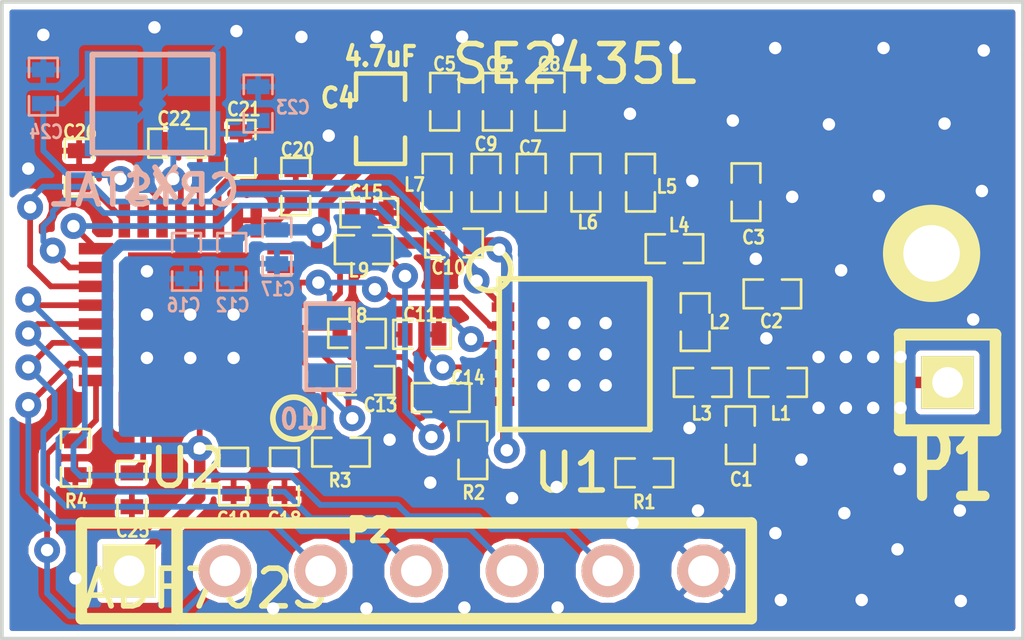
<source format=kicad_pcb>
(kicad_pcb (version 3) (host pcbnew "(2013-07-07 BZR 4022)-stable")

  (general
    (links 101)
    (no_connects 1)
    (area 34.949999 21.6726 63.766066 38.850001)
    (thickness 1.6)
    (drawings 6)
    (tracks 517)
    (zones 0)
    (modules 46)
    (nets 40)
  )

  (page A4)
  (title_block 
    (title rf)
  )

  (layers
    (15 F.Cu signal)
    (0 B.Cu signal)
    (16 B.Adhes user)
    (17 F.Adhes user)
    (18 B.Paste user)
    (19 F.Paste user)
    (20 B.SilkS user)
    (21 F.SilkS user)
    (22 B.Mask user)
    (23 F.Mask user)
    (24 Dwgs.User user)
    (25 Cmts.User user)
    (26 Eco1.User user)
    (27 Eco2.User user)
    (28 Edge.Cuts user)
  )

  (setup
    (last_trace_width 0.1524)
    (user_trace_width 0.1524)
    (user_trace_width 0.2032)
    (user_trace_width 0.254)
    (user_trace_width 0.3048)
    (trace_clearance 0.1524)
    (zone_clearance 0.1524)
    (zone_45_only yes)
    (trace_min 0.1524)
    (segment_width 0.2)
    (edge_width 0.1)
    (via_size 0.6858)
    (via_drill 0.3302)
    (via_min_size 0.6858)
    (via_min_drill 0.3302)
    (uvia_size 0.508)
    (uvia_drill 0.127)
    (uvias_allowed no)
    (uvia_min_size 0.508)
    (uvia_min_drill 0.127)
    (pcb_text_width 0.3)
    (pcb_text_size 1.5 1.5)
    (mod_edge_width 0.15)
    (mod_text_size 1 1)
    (mod_text_width 0.15)
    (pad_size 1.4 1.2)
    (pad_drill 0)
    (pad_to_mask_clearance 0)
    (aux_axis_origin 37.2 27.3)
    (visible_elements 7FFF7FBF)
    (pcbplotparams
      (layerselection 3178497)
      (usegerberextensions true)
      (excludeedgelayer true)
      (linewidth 0.150000)
      (plotframeref false)
      (viasonmask false)
      (mode 1)
      (useauxorigin false)
      (hpglpennumber 1)
      (hpglpenspeed 20)
      (hpglpendiameter 15)
      (hpglpenoverlay 2)
      (psnegative false)
      (psa4output false)
      (plotreference true)
      (plotvalue true)
      (plotothertext true)
      (plotinvisibletext false)
      (padsonsilk false)
      (subtractmaskfromsilk false)
      (outputformat 1)
      (mirror false)
      (drillshape 1)
      (scaleselection 1)
      (outputdirectory ""))
  )

  (net 0 "")
  (net 1 GND)
  (net 2 N-000001)
  (net 3 N-0000010)
  (net 4 N-0000011)
  (net 5 N-0000012)
  (net 6 N-0000013)
  (net 7 N-0000014)
  (net 8 N-0000015)
  (net 9 N-0000016)
  (net 10 N-0000017)
  (net 11 N-0000018)
  (net 12 N-0000019)
  (net 13 N-000002)
  (net 14 N-0000020)
  (net 15 N-0000021)
  (net 16 N-0000022)
  (net 17 N-0000023)
  (net 18 N-0000024)
  (net 19 N-0000025)
  (net 20 N-0000026)
  (net 21 N-0000027)
  (net 22 N-0000028)
  (net 23 N-0000029)
  (net 24 N-000003)
  (net 25 N-0000030)
  (net 26 N-0000031)
  (net 27 N-0000032)
  (net 28 N-0000033)
  (net 29 N-0000034)
  (net 30 N-0000035)
  (net 31 N-0000036)
  (net 32 N-0000038)
  (net 33 N-0000039)
  (net 34 N-000004)
  (net 35 N-0000043)
  (net 36 N-000006)
  (net 37 N-000007)
  (net 38 N-000009)
  (net 39 VDD)

  (net_class Default "This is the default net class."
    (clearance 0.1524)
    (trace_width 0.1524)
    (via_dia 0.6858)
    (via_drill 0.3302)
    (uvia_dia 0.508)
    (uvia_drill 0.127)
    (add_net "")
    (add_net GND)
    (add_net N-000001)
    (add_net N-0000010)
    (add_net N-0000011)
    (add_net N-0000012)
    (add_net N-0000013)
    (add_net N-0000014)
    (add_net N-0000015)
    (add_net N-0000016)
    (add_net N-0000017)
    (add_net N-0000018)
    (add_net N-0000019)
    (add_net N-000002)
    (add_net N-0000020)
    (add_net N-0000021)
    (add_net N-0000022)
    (add_net N-0000023)
    (add_net N-0000024)
    (add_net N-0000025)
    (add_net N-0000026)
    (add_net N-0000027)
    (add_net N-0000028)
    (add_net N-0000029)
    (add_net N-000003)
    (add_net N-0000030)
    (add_net N-0000031)
    (add_net N-0000032)
    (add_net N-0000033)
    (add_net N-0000034)
    (add_net N-0000035)
    (add_net N-0000036)
    (add_net N-0000038)
    (add_net N-0000039)
    (add_net N-000004)
    (add_net N-0000043)
    (add_net N-000006)
    (add_net N-000007)
    (add_net N-000009)
    (add_net VDD)
  )

  (module crystal_FA238-TSX3225 (layer B.Cu) (tedit 5465280F) (tstamp 54640906)
    (at 39 24.6 180)
    (descr "crystal Epson Toyocom FA-238 and TSX-3225 series")
    (path /545ADE77)
    (fp_text reference X1 (at 0.05 -2.125 180) (layer B.SilkS)
      (effects (font (size 0.8 0.8) (thickness 0.15)) (justify mirror))
    )
    (fp_text value CRYSTAL (at 0.2 -2.3 180) (layer B.SilkS)
      (effects (font (size 0.8 0.8) (thickness 0.15)) (justify mirror))
    )
    (fp_line (start -1.6 1.3) (end 1.6 1.3) (layer B.SilkS) (width 0.15))
    (fp_line (start 1.6 1.3) (end 1.6 -1.3) (layer B.SilkS) (width 0.15))
    (fp_line (start 1.6 -1.3) (end -1.6 -1.3) (layer B.SilkS) (width 0.15))
    (fp_line (start -1.6 -1.3) (end -1.6 1.3) (layer B.SilkS) (width 0.15))
    (pad 1 smd rect (at -1.1 -0.8 180) (size 1.4 1.2)
      (layers B.Cu B.Paste B.Mask)
      (net 35 N-0000043)
    )
    (pad 3 smd rect (at 1.1 -0.8 180) (size 1.4 1.2)
      (layers B.Cu B.Paste B.Mask)
    )
    (pad 4 smd rect (at -1.1 0.8 180) (size 1.4 1.2)
      (layers B.Cu B.Paste B.Mask)
    )
    (pad 2 smd rect (at 1.1 0.8 180) (size 1.4 1.2)
      (layers B.Cu B.Paste B.Mask)
      (net 32 N-0000038)
    )
    (model smd/smd_crystal&oscillator/crystal_4pins_smd.wrl
      (at (xyz 0 0 0))
      (scale (xyz 0.24 0.24 0.24))
      (rotate (xyz 0 0 0))
    )
  )

  (module 1pin (layer F.Cu) (tedit 54651297) (tstamp 5465119C)
    (at 59.675 28.575)
    (descr "module 1 pin (ou trou mecanique de percage)")
    (tags DEV)
    (path 1pin)
    (fp_text reference "" (at 0 -0.55) (layer F.SilkS)
      (effects (font (size 1.016 1.016) (thickness 0.254)))
    )
    (fp_text value P*** (at 0 2.794) (layer F.SilkS) hide
      (effects (font (size 1.016 1.016) (thickness 0.254)))
    )
    (fp_circle (center 0 0) (end 0 -1.1) (layer F.SilkS) (width 0.381))
    (pad 1 thru_hole circle (at 0 0) (size 2 2) (drill 1.5)
      (layers *.Cu *.Mask F.SilkS)
    )
  )

  (module ADF7023 (layer F.Cu) (tedit 54650FD5) (tstamp 5462A522)
    (at 40 30.2 180)
    (path /545AC77D)
    (fp_text reference U2 (at 0.075 -4.075 180) (layer F.SilkS)
      (effects (font (size 1 1) (thickness 0.15)))
    )
    (fp_text value ADF7023 (at -0.4 -7.275 180) (layer F.SilkS)
      (effects (font (size 1 1) (thickness 0.15)))
    )
    (fp_circle (center -2.75 -2.75) (end -2.5 -2.25) (layer F.SilkS) (width 0.15))
    (pad 33 smd rect (at 0 0 180) (size 3.302 3.302)
      (layers F.Cu F.Paste F.Mask)
      (net 1 GND)
    )
    (pad 1 smd rect (at -2.502 -1.75 180) (size 0.914 0.305)
      (layers F.Cu F.Paste F.Mask)
      (net 29 N-0000034)
    )
    (pad 2 smd rect (at -2.502 -1.25 180) (size 0.914 0.305)
      (layers F.Cu F.Paste F.Mask)
      (net 18 N-0000024)
    )
    (pad 3 smd rect (at -2.502 -0.75 180) (size 0.914 0.305)
      (layers F.Cu F.Paste F.Mask)
      (net 17 N-0000023)
    )
    (pad 4 smd rect (at -2.502 -0.25 180) (size 0.914 0.305)
      (layers F.Cu F.Paste F.Mask)
      (net 15 N-0000021)
    )
    (pad 5 smd rect (at -2.502 0.25 180) (size 0.914 0.305)
      (layers F.Cu F.Paste F.Mask)
      (net 27 N-0000032)
    )
    (pad 6 smd rect (at -2.502 0.75 180) (size 0.914 0.305)
      (layers F.Cu F.Paste F.Mask)
      (net 16 N-0000022)
    )
    (pad 7 smd rect (at -2.502 1.25 180) (size 0.914 0.305)
      (layers F.Cu F.Paste F.Mask)
      (net 39 VDD)
    )
    (pad 8 smd rect (at -2.502 1.75 180) (size 0.914 0.305)
      (layers F.Cu F.Paste F.Mask)
    )
    (pad 17 smd rect (at 2.502 1.75 180) (size 0.914 0.305)
      (layers F.Cu F.Paste F.Mask)
      (net 2 N-000001)
    )
    (pad 18 smd rect (at 2.502 1.25 180) (size 0.914 0.305)
      (layers F.Cu F.Paste F.Mask)
      (net 13 N-000002)
    )
    (pad 19 smd rect (at 2.502 0.75 180) (size 0.914 0.305)
      (layers F.Cu F.Paste F.Mask)
      (net 38 N-000009)
    )
    (pad 20 smd rect (at 2.502 0.25 180) (size 0.914 0.305)
      (layers F.Cu F.Paste F.Mask)
      (net 4 N-0000011)
    )
    (pad 21 smd rect (at 2.502 -0.25 180) (size 0.914 0.305)
      (layers F.Cu F.Paste F.Mask)
      (net 8 N-0000015)
    )
    (pad 22 smd rect (at 2.502 -0.75 180) (size 0.914 0.305)
      (layers F.Cu F.Paste F.Mask)
      (net 7 N-0000014)
    )
    (pad 23 smd rect (at 2.502 -1.25 180) (size 0.914 0.305)
      (layers F.Cu F.Paste F.Mask)
      (net 6 N-0000013)
    )
    (pad 24 smd rect (at 2.502 -1.75 180) (size 0.914 0.305)
      (layers F.Cu F.Paste F.Mask)
      (net 5 N-0000012)
    )
    (pad 25 smd rect (at 1.75 -2.502 180) (size 0.305 0.914)
      (layers F.Cu F.Paste F.Mask)
    )
    (pad 26 smd rect (at 1.25 -2.502 180) (size 0.305 0.914)
      (layers F.Cu F.Paste F.Mask)
      (net 12 N-0000019)
    )
    (pad 27 smd rect (at 0.75 -2.502 180) (size 0.305 0.914)
      (layers F.Cu F.Paste F.Mask)
    )
    (pad 28 smd rect (at 0.25 -2.502 180) (size 0.305 0.914)
      (layers F.Cu F.Paste F.Mask)
    )
    (pad 29 smd rect (at -0.25 -2.502 180) (size 0.305 0.914)
      (layers F.Cu F.Paste F.Mask)
      (net 39 VDD)
    )
    (pad 30 smd rect (at -0.75 -2.502 180) (size 0.305 0.914)
      (layers F.Cu F.Paste F.Mask)
    )
    (pad 31 smd rect (at -1.25 -2.502 180) (size 0.305 0.914)
      (layers F.Cu F.Paste F.Mask)
    )
    (pad 32 smd rect (at -1.75 -2.502 180) (size 0.305 0.914)
      (layers F.Cu F.Paste F.Mask)
      (net 11 N-0000018)
    )
    (pad 9 smd rect (at -1.75 2.502 180) (size 0.305 0.914)
      (layers F.Cu F.Paste F.Mask)
      (net 28 N-0000033)
    )
    (pad 10 smd rect (at -1.25 2.502 180) (size 0.305 0.914)
      (layers F.Cu F.Paste F.Mask)
      (net 28 N-0000033)
    )
    (pad 11 smd rect (at -0.75 2.502 180) (size 0.305 0.914)
      (layers F.Cu F.Paste F.Mask)
      (net 9 N-0000016)
    )
    (pad 12 smd rect (at -0.25 2.502 180) (size 0.305 0.914)
      (layers F.Cu F.Paste F.Mask)
      (net 36 N-000006)
    )
    (pad 13 smd rect (at 0.25 2.502 180) (size 0.305 0.914)
      (layers F.Cu F.Paste F.Mask)
      (net 35 N-0000043)
    )
    (pad 14 smd rect (at 0.75 2.502 180) (size 0.305 0.914)
      (layers F.Cu F.Paste F.Mask)
      (net 32 N-0000038)
    )
    (pad 15 smd rect (at 1.25 2.502 180) (size 0.305 0.914)
      (layers F.Cu F.Paste F.Mask)
      (net 14 N-0000020)
    )
    (pad 16 smd rect (at 1.75 2.502 180) (size 0.305 0.914)
      (layers F.Cu F.Paste F.Mask)
      (net 14 N-0000020)
    )
  )

  (module SE2435L (layer F.Cu) (tedit 54650FCF) (tstamp 5462A4F1)
    (at 50.2 31.25)
    (path /545AC7AA)
    (fp_text reference U1 (at -0.075 3.15) (layer F.SilkS)
      (effects (font (size 1 1) (thickness 0.15)))
    )
    (fp_text value SE2435L (at 0 -7.7) (layer F.SilkS)
      (effects (font (size 1 1) (thickness 0.15)))
    )
    (fp_circle (center -2.25 -2.25) (end -1.75 -2) (layer F.SilkS) (width 0.15))
    (fp_line (start -2 -2) (end 2 -2) (layer F.SilkS) (width 0.15))
    (fp_line (start 2 -2) (end 2 2) (layer F.SilkS) (width 0.15))
    (fp_line (start 2 2) (end -2 2) (layer F.SilkS) (width 0.15))
    (fp_line (start -2 2) (end -2 -2) (layer F.SilkS) (width 0.15))
    (pad 25 smd rect (at 0 0) (size 2.35 2.35)
      (layers F.Cu F.Paste F.Mask)
      (net 1 GND)
    )
    (pad 13 smd rect (at 1.9 1.25) (size 0.6 0.25)
      (layers F.Cu F.Paste F.Mask)
      (net 1 GND)
    )
    (pad 14 smd rect (at 1.9 0.75) (size 0.6 0.25)
      (layers F.Cu F.Paste F.Mask)
      (net 37 N-000007)
    )
    (pad 15 smd rect (at 1.9 0.25) (size 0.6 0.25)
      (layers F.Cu F.Paste F.Mask)
      (net 1 GND)
    )
    (pad 16 smd rect (at 1.9 -0.25) (size 0.6 0.25)
      (layers F.Cu F.Paste F.Mask)
      (net 23 N-0000029)
    )
    (pad 17 smd rect (at 1.9 -0.75) (size 0.6 0.25)
      (layers F.Cu F.Paste F.Mask)
      (net 1 GND)
    )
    (pad 18 smd rect (at 1.9 -1.25) (size 0.6 0.25)
      (layers F.Cu F.Paste F.Mask)
      (net 1 GND)
    )
    (pad 1 smd rect (at -1.9 -1.25) (size 0.6 0.25)
      (layers F.Cu F.Paste F.Mask)
      (net 38 N-000009)
    )
    (pad 2 smd rect (at -1.9 -0.75) (size 0.6 0.25)
      (layers F.Cu F.Paste F.Mask)
      (net 16 N-0000022)
    )
    (pad 3 smd rect (at -1.9 -0.25) (size 0.6 0.25)
      (layers F.Cu F.Paste F.Mask)
      (net 13 N-000002)
    )
    (pad 4 smd rect (at -1.9 0.25) (size 0.6 0.25)
      (layers F.Cu F.Paste F.Mask)
      (net 2 N-000001)
    )
    (pad 5 smd rect (at -1.9 0.75) (size 0.6 0.25)
      (layers F.Cu F.Paste F.Mask)
      (net 26 N-0000031)
    )
    (pad 6 smd rect (at -1.9 1.25) (size 0.6 0.25)
      (layers F.Cu F.Paste F.Mask)
      (net 21 N-0000027)
    )
    (pad 19 smd rect (at 1.25 -1.9) (size 0.25 0.6)
      (layers F.Cu F.Paste F.Mask)
    )
    (pad 20 smd rect (at 0.75 -1.9) (size 0.25 0.6)
      (layers F.Cu F.Paste F.Mask)
      (net 20 N-0000026)
    )
    (pad 21 smd rect (at 0.25 -1.9) (size 0.25 0.6)
      (layers F.Cu F.Paste F.Mask)
      (net 25 N-0000030)
    )
    (pad 22 smd rect (at -0.25 -1.9) (size 0.25 0.6)
      (layers F.Cu F.Paste F.Mask)
    )
    (pad 23 smd rect (at -0.75 -1.9) (size 0.25 0.6)
      (layers F.Cu F.Paste F.Mask)
      (net 34 N-000004)
    )
    (pad 24 smd rect (at -1.25 -1.9) (size 0.25 0.6)
      (layers F.Cu F.Paste F.Mask)
      (net 24 N-000003)
    )
    (pad 7 smd rect (at -1.25 1.9) (size 0.25 0.6)
      (layers F.Cu F.Paste F.Mask)
      (net 1 GND)
    )
    (pad 8 smd rect (at -0.75 1.9) (size 0.25 0.6)
      (layers F.Cu F.Paste F.Mask)
      (net 1 GND)
    )
    (pad 9 smd rect (at -0.25 1.9) (size 0.25 0.6)
      (layers F.Cu F.Paste F.Mask)
      (net 19 N-0000025)
    )
    (pad 10 smd rect (at 0.25 1.9) (size 0.25 0.6)
      (layers F.Cu F.Paste F.Mask)
      (net 1 GND)
    )
    (pad 11 smd rect (at 0.75 1.9) (size 0.25 0.6)
      (layers F.Cu F.Paste F.Mask)
      (net 19 N-0000025)
    )
    (pad 12 smd rect (at 1.25 1.9) (size 0.25 0.6)
      (layers F.Cu F.Paste F.Mask)
      (net 33 N-0000039)
    )
  )

  (module SM0603_Capa (layer F.Cu) (tedit 54650F9F) (tstamp 5462A2E2)
    (at 45.05 25 270)
    (path /5460E4A6)
    (attr smd)
    (fp_text reference C4 (at -0.55 1.125 360) (layer F.SilkS)
      (effects (font (size 0.508 0.4572) (thickness 0.1143)))
    )
    (fp_text value 4.7uF (at -1.651 0 360) (layer F.SilkS)
      (effects (font (size 0.508 0.4572) (thickness 0.1143)))
    )
    (fp_line (start 0.50038 0.65024) (end 1.19888 0.65024) (layer F.SilkS) (width 0.11938))
    (fp_line (start -0.50038 0.65024) (end -1.19888 0.65024) (layer F.SilkS) (width 0.11938))
    (fp_line (start 0.50038 -0.65024) (end 1.19888 -0.65024) (layer F.SilkS) (width 0.11938))
    (fp_line (start -1.19888 -0.65024) (end -0.50038 -0.65024) (layer F.SilkS) (width 0.11938))
    (fp_line (start 1.19888 -0.635) (end 1.19888 0.635) (layer F.SilkS) (width 0.11938))
    (fp_line (start -1.19888 0.635) (end -1.19888 -0.635) (layer F.SilkS) (width 0.11938))
    (pad 1 smd rect (at -0.762 0 270) (size 0.635 1.143)
      (layers F.Cu F.Paste F.Mask)
      (net 1 GND)
    )
    (pad 2 smd rect (at 0.762 0 270) (size 0.635 1.143)
      (layers F.Cu F.Paste F.Mask)
      (net 39 VDD)
    )
    (model smd\capacitors\C0603.wrl
      (at (xyz 0 0 0.001))
      (scale (xyz 0.5 0.5 0.5))
      (rotate (xyz 0 0 0))
    )
  )

  (module SM0603 (layer B.Cu) (tedit 5465104B) (tstamp 5462A2EC)
    (at 43.7 31.05 270)
    (path /54605D59)
    (attr smd)
    (fp_text reference L10 (at 1.925 0.675 360) (layer B.SilkS)
      (effects (font (size 0.508 0.4572) (thickness 0.1143)) (justify mirror))
    )
    (fp_text value 47nH (at 0 0 270) (layer B.SilkS) hide
      (effects (font (size 0.508 0.4572) (thickness 0.1143)) (justify mirror))
    )
    (fp_line (start -1.143 0.635) (end 1.143 0.635) (layer B.SilkS) (width 0.127))
    (fp_line (start 1.143 0.635) (end 1.143 -0.635) (layer B.SilkS) (width 0.127))
    (fp_line (start 1.143 -0.635) (end -1.143 -0.635) (layer B.SilkS) (width 0.127))
    (fp_line (start -1.143 -0.635) (end -1.143 0.635) (layer B.SilkS) (width 0.127))
    (pad 1 smd rect (at -0.762 0 270) (size 0.635 1.143)
      (layers B.Cu B.Paste B.Mask)
      (net 16 N-0000022)
    )
    (pad 2 smd rect (at 0.762 0 270) (size 0.635 1.143)
      (layers B.Cu B.Paste B.Mask)
      (net 17 N-0000023)
    )
    (model smd\resistors\R0603.wrl
      (at (xyz 0 0 0.001))
      (scale (xyz 0.5 0.5 0.5))
      (rotate (xyz 0 0 0))
    )
  )

  (module SM0402_r (layer F.Cu) (tedit 546510EC) (tstamp 5462A2F8)
    (at 44 33.85)
    (path /545ACBF5)
    (attr smd)
    (fp_text reference R3 (at -0.025 0.75) (layer F.SilkS)
      (effects (font (size 0.35052 0.3048) (thickness 0.07112)))
    )
    (fp_text value 36k (at 0.09906 0) (layer F.SilkS) hide
      (effects (font (size 0.35052 0.3048) (thickness 0.07112)))
    )
    (fp_line (start -0.254 -0.381) (end -0.762 -0.381) (layer F.SilkS) (width 0.07112))
    (fp_line (start -0.762 -0.381) (end -0.762 0.381) (layer F.SilkS) (width 0.07112))
    (fp_line (start -0.762 0.381) (end -0.254 0.381) (layer F.SilkS) (width 0.07112))
    (fp_line (start 0.254 -0.381) (end 0.762 -0.381) (layer F.SilkS) (width 0.07112))
    (fp_line (start 0.762 -0.381) (end 0.762 0.381) (layer F.SilkS) (width 0.07112))
    (fp_line (start 0.762 0.381) (end 0.254 0.381) (layer F.SilkS) (width 0.07112))
    (pad 1 smd rect (at -0.44958 0) (size 0.39878 0.59944)
      (layers F.Cu F.Paste F.Mask)
      (net 18 N-0000024)
    )
    (pad 2 smd rect (at 0.44958 0) (size 0.39878 0.59944)
      (layers F.Cu F.Paste F.Mask)
      (net 1 GND)
    )
    (model smd/resistors/R0402.wrl
      (at (xyz 0 0 0))
      (scale (xyz 0.27 0.27 0.27))
      (rotate (xyz 0 0 0))
    )
  )

  (module SM0402_r (layer F.Cu) (tedit 54650EF2) (tstamp 5462A304)
    (at 52.05 34.4 180)
    (path /5460241C)
    (attr smd)
    (fp_text reference R1 (at 0 -0.775 180) (layer F.SilkS)
      (effects (font (size 0.35052 0.3048) (thickness 0.07112)))
    )
    (fp_text value 50 (at 0.09906 0 180) (layer F.SilkS) hide
      (effects (font (size 0.35052 0.3048) (thickness 0.07112)))
    )
    (fp_line (start -0.254 -0.381) (end -0.762 -0.381) (layer F.SilkS) (width 0.07112))
    (fp_line (start -0.762 -0.381) (end -0.762 0.381) (layer F.SilkS) (width 0.07112))
    (fp_line (start -0.762 0.381) (end -0.254 0.381) (layer F.SilkS) (width 0.07112))
    (fp_line (start 0.254 -0.381) (end 0.762 -0.381) (layer F.SilkS) (width 0.07112))
    (fp_line (start 0.762 -0.381) (end 0.762 0.381) (layer F.SilkS) (width 0.07112))
    (fp_line (start 0.762 0.381) (end 0.254 0.381) (layer F.SilkS) (width 0.07112))
    (pad 1 smd rect (at -0.44958 0 180) (size 0.39878 0.59944)
      (layers F.Cu F.Paste F.Mask)
      (net 1 GND)
    )
    (pad 2 smd rect (at 0.44958 0 180) (size 0.39878 0.59944)
      (layers F.Cu F.Paste F.Mask)
      (net 33 N-0000039)
    )
    (model smd/resistors/R0402.wrl
      (at (xyz 0 0 0))
      (scale (xyz 0.27 0.27 0.27))
      (rotate (xyz 0 0 0))
    )
  )

  (module SM0402_r (layer F.Cu) (tedit 54650EFA) (tstamp 54640C7C)
    (at 47.5 33.8 270)
    (path /5460D1E5)
    (attr smd)
    (fp_text reference R2 (at 1.125 -0.025 360) (layer F.SilkS)
      (effects (font (size 0.35052 0.3048) (thickness 0.07112)))
    )
    (fp_text value 50 (at 0.09906 0 270) (layer F.SilkS) hide
      (effects (font (size 0.35052 0.3048) (thickness 0.07112)))
    )
    (fp_line (start -0.254 -0.381) (end -0.762 -0.381) (layer F.SilkS) (width 0.07112))
    (fp_line (start -0.762 -0.381) (end -0.762 0.381) (layer F.SilkS) (width 0.07112))
    (fp_line (start -0.762 0.381) (end -0.254 0.381) (layer F.SilkS) (width 0.07112))
    (fp_line (start 0.254 -0.381) (end 0.762 -0.381) (layer F.SilkS) (width 0.07112))
    (fp_line (start 0.762 -0.381) (end 0.762 0.381) (layer F.SilkS) (width 0.07112))
    (fp_line (start 0.762 0.381) (end 0.254 0.381) (layer F.SilkS) (width 0.07112))
    (pad 1 smd rect (at -0.44958 0 270) (size 0.39878 0.59944)
      (layers F.Cu F.Paste F.Mask)
      (net 26 N-0000031)
    )
    (pad 2 smd rect (at 0.44958 0 270) (size 0.39878 0.59944)
      (layers F.Cu F.Paste F.Mask)
      (net 1 GND)
    )
    (model smd/resistors/R0402.wrl
      (at (xyz 0 0 0))
      (scale (xyz 0.27 0.27 0.27))
      (rotate (xyz 0 0 0))
    )
  )

  (module SM0402_r (layer F.Cu) (tedit 54650EDD) (tstamp 5462A31C)
    (at 36.95 34 270)
    (path /546140B7)
    (attr smd)
    (fp_text reference R4 (at 1.15 -0.025 360) (layer F.SilkS)
      (effects (font (size 0.35052 0.3048) (thickness 0.07112)))
    )
    (fp_text value 100K (at 0.09906 0 270) (layer F.SilkS) hide
      (effects (font (size 0.35052 0.3048) (thickness 0.07112)))
    )
    (fp_line (start -0.254 -0.381) (end -0.762 -0.381) (layer F.SilkS) (width 0.07112))
    (fp_line (start -0.762 -0.381) (end -0.762 0.381) (layer F.SilkS) (width 0.07112))
    (fp_line (start -0.762 0.381) (end -0.254 0.381) (layer F.SilkS) (width 0.07112))
    (fp_line (start 0.254 -0.381) (end 0.762 -0.381) (layer F.SilkS) (width 0.07112))
    (fp_line (start 0.762 -0.381) (end 0.762 0.381) (layer F.SilkS) (width 0.07112))
    (fp_line (start 0.762 0.381) (end 0.254 0.381) (layer F.SilkS) (width 0.07112))
    (pad 1 smd rect (at -0.44958 0 270) (size 0.39878 0.59944)
      (layers F.Cu F.Paste F.Mask)
      (net 5 N-0000012)
    )
    (pad 2 smd rect (at 0.44958 0 270) (size 0.39878 0.59944)
      (layers F.Cu F.Paste F.Mask)
      (net 1 GND)
    )
    (model smd/resistors/R0402.wrl
      (at (xyz 0 0 0))
      (scale (xyz 0.27 0.27 0.27))
      (rotate (xyz 0 0 0))
    )
  )

  (module SM0402_c (layer F.Cu) (tedit 54650F51) (tstamp 5462A328)
    (at 54.75 26.95 270)
    (path /54607080)
    (attr smd)
    (fp_text reference C3 (at 1.2 -0.2 360) (layer F.SilkS)
      (effects (font (size 0.35052 0.3048) (thickness 0.07112)))
    )
    (fp_text value 10pF (at 0.09906 0 270) (layer F.SilkS) hide
      (effects (font (size 0.35052 0.3048) (thickness 0.07112)))
    )
    (fp_line (start -0.254 -0.381) (end -0.762 -0.381) (layer F.SilkS) (width 0.07112))
    (fp_line (start -0.762 -0.381) (end -0.762 0.381) (layer F.SilkS) (width 0.07112))
    (fp_line (start -0.762 0.381) (end -0.254 0.381) (layer F.SilkS) (width 0.07112))
    (fp_line (start 0.254 -0.381) (end 0.762 -0.381) (layer F.SilkS) (width 0.07112))
    (fp_line (start 0.762 -0.381) (end 0.762 0.381) (layer F.SilkS) (width 0.07112))
    (fp_line (start 0.762 0.381) (end 0.254 0.381) (layer F.SilkS) (width 0.07112))
    (pad 1 smd rect (at -0.44958 0 270) (size 0.39878 0.59944)
      (layers F.Cu F.Paste F.Mask)
      (net 1 GND)
    )
    (pad 2 smd rect (at 0.44958 0 270) (size 0.39878 0.59944)
      (layers F.Cu F.Paste F.Mask)
      (net 22 N-0000028)
    )
    (model smd/capacitors/C0402.wrl
      (at (xyz 0 0 0))
      (scale (xyz 0.27 0.27 0.27))
      (rotate (xyz 0 0 0))
    )
  )

  (module SM0402_c (layer F.Cu) (tedit 54650DF9) (tstamp 5462A334)
    (at 46.15 30.725)
    (path /54606063)
    (attr smd)
    (fp_text reference C11 (at -0.05 -0.525) (layer F.SilkS)
      (effects (font (size 0.35052 0.3048) (thickness 0.07112)))
    )
    (fp_text value 100pF (at 0.09906 0) (layer F.SilkS) hide
      (effects (font (size 0.35052 0.3048) (thickness 0.07112)))
    )
    (fp_line (start -0.254 -0.381) (end -0.762 -0.381) (layer F.SilkS) (width 0.07112))
    (fp_line (start -0.762 -0.381) (end -0.762 0.381) (layer F.SilkS) (width 0.07112))
    (fp_line (start -0.762 0.381) (end -0.254 0.381) (layer F.SilkS) (width 0.07112))
    (fp_line (start 0.254 -0.381) (end 0.762 -0.381) (layer F.SilkS) (width 0.07112))
    (fp_line (start 0.762 -0.381) (end 0.762 0.381) (layer F.SilkS) (width 0.07112))
    (fp_line (start 0.762 0.381) (end 0.254 0.381) (layer F.SilkS) (width 0.07112))
    (pad 1 smd rect (at -0.44958 0) (size 0.39878 0.59944)
      (layers F.Cu F.Paste F.Mask)
      (net 31 N-0000036)
    )
    (pad 2 smd rect (at 0.44958 0) (size 0.39878 0.59944)
      (layers F.Cu F.Paste F.Mask)
      (net 1 GND)
    )
    (model smd/capacitors/C0402.wrl
      (at (xyz 0 0 0))
      (scale (xyz 0.27 0.27 0.27))
      (rotate (xyz 0 0 0))
    )
  )

  (module SM0402_c (layer F.Cu) (tedit 54650F0C) (tstamp 5462A340)
    (at 47 28.3 180)
    (path /546060B3)
    (attr smd)
    (fp_text reference C10 (at 0.15 -0.65 180) (layer F.SilkS)
      (effects (font (size 0.35052 0.3048) (thickness 0.07112)))
    )
    (fp_text value 56pF (at 0.09906 0 180) (layer F.SilkS) hide
      (effects (font (size 0.35052 0.3048) (thickness 0.07112)))
    )
    (fp_line (start -0.254 -0.381) (end -0.762 -0.381) (layer F.SilkS) (width 0.07112))
    (fp_line (start -0.762 -0.381) (end -0.762 0.381) (layer F.SilkS) (width 0.07112))
    (fp_line (start -0.762 0.381) (end -0.254 0.381) (layer F.SilkS) (width 0.07112))
    (fp_line (start 0.254 -0.381) (end 0.762 -0.381) (layer F.SilkS) (width 0.07112))
    (fp_line (start 0.762 -0.381) (end 0.762 0.381) (layer F.SilkS) (width 0.07112))
    (fp_line (start 0.762 0.381) (end 0.254 0.381) (layer F.SilkS) (width 0.07112))
    (pad 1 smd rect (at -0.44958 0 180) (size 0.39878 0.59944)
      (layers F.Cu F.Paste F.Mask)
      (net 21 N-0000027)
    )
    (pad 2 smd rect (at 0.44958 0 180) (size 0.39878 0.59944)
      (layers F.Cu F.Paste F.Mask)
      (net 30 N-0000035)
    )
    (model smd/capacitors/C0402.wrl
      (at (xyz 0 0 0))
      (scale (xyz 0.27 0.27 0.27))
      (rotate (xyz 0 0 0))
    )
  )

  (module SM0402_c (layer F.Cu) (tedit 54650F04) (tstamp 5462A34C)
    (at 44.75 27.5)
    (path /546054AE)
    (attr smd)
    (fp_text reference C15 (at -0.075 -0.55) (layer F.SilkS)
      (effects (font (size 0.35052 0.3048) (thickness 0.07112)))
    )
    (fp_text value 1.2pF (at 0.09906 0) (layer F.SilkS) hide
      (effects (font (size 0.35052 0.3048) (thickness 0.07112)))
    )
    (fp_line (start -0.254 -0.381) (end -0.762 -0.381) (layer F.SilkS) (width 0.07112))
    (fp_line (start -0.762 -0.381) (end -0.762 0.381) (layer F.SilkS) (width 0.07112))
    (fp_line (start -0.762 0.381) (end -0.254 0.381) (layer F.SilkS) (width 0.07112))
    (fp_line (start 0.254 -0.381) (end 0.762 -0.381) (layer F.SilkS) (width 0.07112))
    (fp_line (start 0.762 -0.381) (end 0.762 0.381) (layer F.SilkS) (width 0.07112))
    (fp_line (start 0.762 0.381) (end 0.254 0.381) (layer F.SilkS) (width 0.07112))
    (pad 1 smd rect (at -0.44958 0) (size 0.39878 0.59944)
      (layers F.Cu F.Paste F.Mask)
      (net 27 N-0000032)
    )
    (pad 2 smd rect (at 0.44958 0) (size 0.39878 0.59944)
      (layers F.Cu F.Paste F.Mask)
      (net 1 GND)
    )
    (model smd/capacitors/C0402.wrl
      (at (xyz 0 0 0))
      (scale (xyz 0.27 0.27 0.27))
      (rotate (xyz 0 0 0))
    )
  )

  (module SM0402_c (layer F.Cu) (tedit 54650EEC) (tstamp 5462F529)
    (at 42.5 34.5 270)
    (path /545ACB4F)
    (attr smd)
    (fp_text reference C18 (at 1.125 0 360) (layer F.SilkS)
      (effects (font (size 0.35052 0.3048) (thickness 0.07112)))
    )
    (fp_text value 220nF (at 0.09906 0 270) (layer F.SilkS) hide
      (effects (font (size 0.35052 0.3048) (thickness 0.07112)))
    )
    (fp_line (start -0.254 -0.381) (end -0.762 -0.381) (layer F.SilkS) (width 0.07112))
    (fp_line (start -0.762 -0.381) (end -0.762 0.381) (layer F.SilkS) (width 0.07112))
    (fp_line (start -0.762 0.381) (end -0.254 0.381) (layer F.SilkS) (width 0.07112))
    (fp_line (start 0.254 -0.381) (end 0.762 -0.381) (layer F.SilkS) (width 0.07112))
    (fp_line (start 0.762 -0.381) (end 0.762 0.381) (layer F.SilkS) (width 0.07112))
    (fp_line (start 0.762 0.381) (end 0.254 0.381) (layer F.SilkS) (width 0.07112))
    (pad 1 smd rect (at -0.44958 0 270) (size 0.39878 0.59944)
      (layers F.Cu F.Paste F.Mask)
      (net 29 N-0000034)
    )
    (pad 2 smd rect (at 0.44958 0 270) (size 0.39878 0.59944)
      (layers F.Cu F.Paste F.Mask)
      (net 1 GND)
    )
    (model smd/capacitors/C0402.wrl
      (at (xyz 0 0 0))
      (scale (xyz 0.27 0.27 0.27))
      (rotate (xyz 0 0 0))
    )
  )

  (module SM0402_c (layer F.Cu) (tedit 54650F43) (tstamp 5462A364)
    (at 55.45 29.65 180)
    (path /5460707A)
    (attr smd)
    (fp_text reference C2 (at 0.025 -0.725 180) (layer F.SilkS)
      (effects (font (size 0.35052 0.3048) (thickness 0.07112)))
    )
    (fp_text value 3.3pF (at 0.09906 0 180) (layer F.SilkS) hide
      (effects (font (size 0.35052 0.3048) (thickness 0.07112)))
    )
    (fp_line (start -0.254 -0.381) (end -0.762 -0.381) (layer F.SilkS) (width 0.07112))
    (fp_line (start -0.762 -0.381) (end -0.762 0.381) (layer F.SilkS) (width 0.07112))
    (fp_line (start -0.762 0.381) (end -0.254 0.381) (layer F.SilkS) (width 0.07112))
    (fp_line (start 0.254 -0.381) (end 0.762 -0.381) (layer F.SilkS) (width 0.07112))
    (fp_line (start 0.762 -0.381) (end 0.762 0.381) (layer F.SilkS) (width 0.07112))
    (fp_line (start 0.762 0.381) (end 0.254 0.381) (layer F.SilkS) (width 0.07112))
    (pad 1 smd rect (at -0.44958 0 180) (size 0.39878 0.59944)
      (layers F.Cu F.Paste F.Mask)
      (net 1 GND)
    )
    (pad 2 smd rect (at 0.44958 0 180) (size 0.39878 0.59944)
      (layers F.Cu F.Paste F.Mask)
      (net 23 N-0000029)
    )
    (model smd/capacitors/C0402.wrl
      (at (xyz 0 0 0))
      (scale (xyz 0.27 0.27 0.27))
      (rotate (xyz 0 0 0))
    )
  )

  (module SM0402_c (layer B.Cu) (tedit 5465103C) (tstamp 546510C5)
    (at 39.9 28.8 90)
    (path /5460E657)
    (attr smd)
    (fp_text reference C16 (at -1.15 -0.075 180) (layer B.SilkS)
      (effects (font (size 0.35052 0.3048) (thickness 0.07112)) (justify mirror))
    )
    (fp_text value 220nF (at 0.09906 0 90) (layer B.SilkS) hide
      (effects (font (size 0.35052 0.3048) (thickness 0.07112)) (justify mirror))
    )
    (fp_line (start -0.254 0.381) (end -0.762 0.381) (layer B.SilkS) (width 0.07112))
    (fp_line (start -0.762 0.381) (end -0.762 -0.381) (layer B.SilkS) (width 0.07112))
    (fp_line (start -0.762 -0.381) (end -0.254 -0.381) (layer B.SilkS) (width 0.07112))
    (fp_line (start 0.254 0.381) (end 0.762 0.381) (layer B.SilkS) (width 0.07112))
    (fp_line (start 0.762 0.381) (end 0.762 -0.381) (layer B.SilkS) (width 0.07112))
    (fp_line (start 0.762 -0.381) (end 0.254 -0.381) (layer B.SilkS) (width 0.07112))
    (pad 1 smd rect (at -0.44958 0 90) (size 0.39878 0.59944)
      (layers B.Cu B.Paste B.Mask)
      (net 1 GND)
    )
    (pad 2 smd rect (at 0.44958 0 90) (size 0.39878 0.59944)
      (layers B.Cu B.Paste B.Mask)
      (net 39 VDD)
    )
    (model smd/capacitors/C0402.wrl
      (at (xyz 0 0 0))
      (scale (xyz 0.27 0.27 0.27))
      (rotate (xyz 0 0 0))
    )
  )

  (module SM0402_c (layer F.Cu) (tedit 54650F68) (tstamp 5462A37C)
    (at 48.15 24.55 270)
    (path /5460E067)
    (attr smd)
    (fp_text reference C6 (at -1 0 360) (layer F.SilkS)
      (effects (font (size 0.35052 0.3048) (thickness 0.07112)))
    )
    (fp_text value 33pF (at 0.09906 0 270) (layer F.SilkS) hide
      (effects (font (size 0.35052 0.3048) (thickness 0.07112)))
    )
    (fp_line (start -0.254 -0.381) (end -0.762 -0.381) (layer F.SilkS) (width 0.07112))
    (fp_line (start -0.762 -0.381) (end -0.762 0.381) (layer F.SilkS) (width 0.07112))
    (fp_line (start -0.762 0.381) (end -0.254 0.381) (layer F.SilkS) (width 0.07112))
    (fp_line (start 0.254 -0.381) (end 0.762 -0.381) (layer F.SilkS) (width 0.07112))
    (fp_line (start 0.762 -0.381) (end 0.762 0.381) (layer F.SilkS) (width 0.07112))
    (fp_line (start 0.762 0.381) (end 0.254 0.381) (layer F.SilkS) (width 0.07112))
    (pad 1 smd rect (at -0.44958 0 270) (size 0.39878 0.59944)
      (layers F.Cu F.Paste F.Mask)
      (net 1 GND)
    )
    (pad 2 smd rect (at 0.44958 0 270) (size 0.39878 0.59944)
      (layers F.Cu F.Paste F.Mask)
      (net 39 VDD)
    )
    (model smd/capacitors/C0402.wrl
      (at (xyz 0 0 0))
      (scale (xyz 0.27 0.27 0.27))
      (rotate (xyz 0 0 0))
    )
  )

  (module SM0402_c (layer F.Cu) (tedit 54650F5E) (tstamp 5462A388)
    (at 47.85 26.7 90)
    (path /5460D740)
    (attr smd)
    (fp_text reference C9 (at 1.025 0 180) (layer F.SilkS)
      (effects (font (size 0.35052 0.3048) (thickness 0.07112)))
    )
    (fp_text value 100pF (at 0.09906 0 90) (layer F.SilkS) hide
      (effects (font (size 0.35052 0.3048) (thickness 0.07112)))
    )
    (fp_line (start -0.254 -0.381) (end -0.762 -0.381) (layer F.SilkS) (width 0.07112))
    (fp_line (start -0.762 -0.381) (end -0.762 0.381) (layer F.SilkS) (width 0.07112))
    (fp_line (start -0.762 0.381) (end -0.254 0.381) (layer F.SilkS) (width 0.07112))
    (fp_line (start 0.254 -0.381) (end 0.762 -0.381) (layer F.SilkS) (width 0.07112))
    (fp_line (start 0.762 -0.381) (end 0.762 0.381) (layer F.SilkS) (width 0.07112))
    (fp_line (start 0.762 0.381) (end 0.254 0.381) (layer F.SilkS) (width 0.07112))
    (pad 1 smd rect (at -0.44958 0 90) (size 0.39878 0.59944)
      (layers F.Cu F.Paste F.Mask)
      (net 24 N-000003)
    )
    (pad 2 smd rect (at 0.44958 0 90) (size 0.39878 0.59944)
      (layers F.Cu F.Paste F.Mask)
      (net 1 GND)
    )
    (model smd/capacitors/C0402.wrl
      (at (xyz 0 0 0))
      (scale (xyz 0.27 0.27 0.27))
      (rotate (xyz 0 0 0))
    )
  )

  (module SM0402_c (layer F.Cu) (tedit 54650F6D) (tstamp 5462A394)
    (at 49.55 24.55 90)
    (path /5460D920)
    (attr smd)
    (fp_text reference C8 (at 1 -0.025 180) (layer F.SilkS)
      (effects (font (size 0.35052 0.3048) (thickness 0.07112)))
    )
    (fp_text value 10nF (at 0.09906 0 90) (layer F.SilkS) hide
      (effects (font (size 0.35052 0.3048) (thickness 0.07112)))
    )
    (fp_line (start -0.254 -0.381) (end -0.762 -0.381) (layer F.SilkS) (width 0.07112))
    (fp_line (start -0.762 -0.381) (end -0.762 0.381) (layer F.SilkS) (width 0.07112))
    (fp_line (start -0.762 0.381) (end -0.254 0.381) (layer F.SilkS) (width 0.07112))
    (fp_line (start 0.254 -0.381) (end 0.762 -0.381) (layer F.SilkS) (width 0.07112))
    (fp_line (start 0.762 -0.381) (end 0.762 0.381) (layer F.SilkS) (width 0.07112))
    (fp_line (start 0.762 0.381) (end 0.254 0.381) (layer F.SilkS) (width 0.07112))
    (pad 1 smd rect (at -0.44958 0 90) (size 0.39878 0.59944)
      (layers F.Cu F.Paste F.Mask)
      (net 39 VDD)
    )
    (pad 2 smd rect (at 0.44958 0 90) (size 0.39878 0.59944)
      (layers F.Cu F.Paste F.Mask)
      (net 1 GND)
    )
    (model smd/capacitors/C0402.wrl
      (at (xyz 0 0 0))
      (scale (xyz 0.27 0.27 0.27))
      (rotate (xyz 0 0 0))
    )
  )

  (module SM0402_c (layer F.Cu) (tedit 54650F65) (tstamp 5462A3A0)
    (at 46.75 24.55 270)
    (path /5460E061)
    (attr smd)
    (fp_text reference C5 (at -1 0 360) (layer F.SilkS)
      (effects (font (size 0.35052 0.3048) (thickness 0.07112)))
    )
    (fp_text value 1nF (at 0.09906 0 270) (layer F.SilkS) hide
      (effects (font (size 0.35052 0.3048) (thickness 0.07112)))
    )
    (fp_line (start -0.254 -0.381) (end -0.762 -0.381) (layer F.SilkS) (width 0.07112))
    (fp_line (start -0.762 -0.381) (end -0.762 0.381) (layer F.SilkS) (width 0.07112))
    (fp_line (start -0.762 0.381) (end -0.254 0.381) (layer F.SilkS) (width 0.07112))
    (fp_line (start 0.254 -0.381) (end 0.762 -0.381) (layer F.SilkS) (width 0.07112))
    (fp_line (start 0.762 -0.381) (end 0.762 0.381) (layer F.SilkS) (width 0.07112))
    (fp_line (start 0.762 0.381) (end 0.254 0.381) (layer F.SilkS) (width 0.07112))
    (pad 1 smd rect (at -0.44958 0 270) (size 0.39878 0.59944)
      (layers F.Cu F.Paste F.Mask)
      (net 1 GND)
    )
    (pad 2 smd rect (at 0.44958 0 270) (size 0.39878 0.59944)
      (layers F.Cu F.Paste F.Mask)
      (net 39 VDD)
    )
    (model smd/capacitors/C0402.wrl
      (at (xyz 0 0 0))
      (scale (xyz 0.27 0.27 0.27))
      (rotate (xyz 0 0 0))
    )
  )

  (module SM0402_c (layer F.Cu) (tedit 54650F5B) (tstamp 5462A3AC)
    (at 49.05 26.7 270)
    (path /5460DDE5)
    (attr smd)
    (fp_text reference C7 (at -0.925 0.025 360) (layer F.SilkS)
      (effects (font (size 0.35052 0.3048) (thickness 0.07112)))
    )
    (fp_text value 22pF (at 0.09906 0 270) (layer F.SilkS) hide
      (effects (font (size 0.35052 0.3048) (thickness 0.07112)))
    )
    (fp_line (start -0.254 -0.381) (end -0.762 -0.381) (layer F.SilkS) (width 0.07112))
    (fp_line (start -0.762 -0.381) (end -0.762 0.381) (layer F.SilkS) (width 0.07112))
    (fp_line (start -0.762 0.381) (end -0.254 0.381) (layer F.SilkS) (width 0.07112))
    (fp_line (start 0.254 -0.381) (end 0.762 -0.381) (layer F.SilkS) (width 0.07112))
    (fp_line (start 0.762 -0.381) (end 0.762 0.381) (layer F.SilkS) (width 0.07112))
    (fp_line (start 0.762 0.381) (end 0.254 0.381) (layer F.SilkS) (width 0.07112))
    (pad 1 smd rect (at -0.44958 0 270) (size 0.39878 0.59944)
      (layers F.Cu F.Paste F.Mask)
      (net 1 GND)
    )
    (pad 2 smd rect (at 0.44958 0 270) (size 0.39878 0.59944)
      (layers F.Cu F.Paste F.Mask)
      (net 34 N-000004)
    )
    (model smd/capacitors/C0402.wrl
      (at (xyz 0 0 0))
      (scale (xyz 0.27 0.27 0.27))
      (rotate (xyz 0 0 0))
    )
  )

  (module SM0402_c (layer B.Cu) (tedit 54651044) (tstamp 5462A3B8)
    (at 42.3 28.4 90)
    (path /5460E651)
    (attr smd)
    (fp_text reference C17 (at -1.125 0.025 180) (layer B.SilkS)
      (effects (font (size 0.35052 0.3048) (thickness 0.07112)) (justify mirror))
    )
    (fp_text value 100pF (at 0.09906 0 90) (layer B.SilkS) hide
      (effects (font (size 0.35052 0.3048) (thickness 0.07112)) (justify mirror))
    )
    (fp_line (start -0.254 0.381) (end -0.762 0.381) (layer B.SilkS) (width 0.07112))
    (fp_line (start -0.762 0.381) (end -0.762 -0.381) (layer B.SilkS) (width 0.07112))
    (fp_line (start -0.762 -0.381) (end -0.254 -0.381) (layer B.SilkS) (width 0.07112))
    (fp_line (start 0.254 0.381) (end 0.762 0.381) (layer B.SilkS) (width 0.07112))
    (fp_line (start 0.762 0.381) (end 0.762 -0.381) (layer B.SilkS) (width 0.07112))
    (fp_line (start 0.762 -0.381) (end 0.254 -0.381) (layer B.SilkS) (width 0.07112))
    (pad 1 smd rect (at -0.44958 0 90) (size 0.39878 0.59944)
      (layers B.Cu B.Paste B.Mask)
      (net 1 GND)
    )
    (pad 2 smd rect (at 0.44958 0 90) (size 0.39878 0.59944)
      (layers B.Cu B.Paste B.Mask)
      (net 39 VDD)
    )
    (model smd/capacitors/C0402.wrl
      (at (xyz 0 0 0))
      (scale (xyz 0.27 0.27 0.27))
      (rotate (xyz 0 0 0))
    )
  )

  (module SM0402_c (layer F.Cu) (tedit 54650F14) (tstamp 5462A3C4)
    (at 46.65 32.4 180)
    (path /54605495)
    (attr smd)
    (fp_text reference C14 (at -0.725 0.525 180) (layer F.SilkS)
      (effects (font (size 0.35052 0.3048) (thickness 0.07112)))
    )
    (fp_text value 2.7pF (at 0.09906 0 180) (layer F.SilkS) hide
      (effects (font (size 0.35052 0.3048) (thickness 0.07112)))
    )
    (fp_line (start -0.254 -0.381) (end -0.762 -0.381) (layer F.SilkS) (width 0.07112))
    (fp_line (start -0.762 -0.381) (end -0.762 0.381) (layer F.SilkS) (width 0.07112))
    (fp_line (start -0.762 0.381) (end -0.254 0.381) (layer F.SilkS) (width 0.07112))
    (fp_line (start 0.254 -0.381) (end 0.762 -0.381) (layer F.SilkS) (width 0.07112))
    (fp_line (start 0.762 -0.381) (end 0.762 0.381) (layer F.SilkS) (width 0.07112))
    (fp_line (start 0.762 0.381) (end 0.254 0.381) (layer F.SilkS) (width 0.07112))
    (pad 1 smd rect (at -0.44958 0 180) (size 0.39878 0.59944)
      (layers F.Cu F.Paste F.Mask)
      (net 30 N-0000035)
    )
    (pad 2 smd rect (at 0.44958 0 180) (size 0.39878 0.59944)
      (layers F.Cu F.Paste F.Mask)
      (net 15 N-0000021)
    )
    (model smd/capacitors/C0402.wrl
      (at (xyz 0 0 0))
      (scale (xyz 0.27 0.27 0.27))
      (rotate (xyz 0 0 0))
    )
  )

  (module SM0402_c (layer F.Cu) (tedit 54650EF5) (tstamp 5462A3D0)
    (at 54.6 33.4 270)
    (path /545AE2C7)
    (attr smd)
    (fp_text reference C1 (at 1.175 -0.025 360) (layer F.SilkS)
      (effects (font (size 0.35052 0.3048) (thickness 0.07112)))
    )
    (fp_text value 3.3pF (at 0.09906 0 270) (layer F.SilkS) hide
      (effects (font (size 0.35052 0.3048) (thickness 0.07112)))
    )
    (fp_line (start -0.254 -0.381) (end -0.762 -0.381) (layer F.SilkS) (width 0.07112))
    (fp_line (start -0.762 -0.381) (end -0.762 0.381) (layer F.SilkS) (width 0.07112))
    (fp_line (start -0.762 0.381) (end -0.254 0.381) (layer F.SilkS) (width 0.07112))
    (fp_line (start 0.254 -0.381) (end 0.762 -0.381) (layer F.SilkS) (width 0.07112))
    (fp_line (start 0.762 -0.381) (end 0.762 0.381) (layer F.SilkS) (width 0.07112))
    (fp_line (start 0.762 0.381) (end 0.254 0.381) (layer F.SilkS) (width 0.07112))
    (pad 1 smd rect (at -0.44958 0 270) (size 0.39878 0.59944)
      (layers F.Cu F.Paste F.Mask)
      (net 10 N-0000017)
    )
    (pad 2 smd rect (at 0.44958 0 270) (size 0.39878 0.59944)
      (layers F.Cu F.Paste F.Mask)
      (net 1 GND)
    )
    (model smd/capacitors/C0402.wrl
      (at (xyz 0 0 0))
      (scale (xyz 0.27 0.27 0.27))
      (rotate (xyz 0 0 0))
    )
  )

  (module SM0402_c (layer B.Cu) (tedit 54651040) (tstamp 54641019)
    (at 41.1 28.8 90)
    (path /5460E65D)
    (attr smd)
    (fp_text reference C12 (at -1.15 0.025 180) (layer B.SilkS)
      (effects (font (size 0.35052 0.3048) (thickness 0.07112)) (justify mirror))
    )
    (fp_text value 10uF (at 0.09906 0 90) (layer B.SilkS) hide
      (effects (font (size 0.35052 0.3048) (thickness 0.07112)) (justify mirror))
    )
    (fp_line (start -0.254 0.381) (end -0.762 0.381) (layer B.SilkS) (width 0.07112))
    (fp_line (start -0.762 0.381) (end -0.762 -0.381) (layer B.SilkS) (width 0.07112))
    (fp_line (start -0.762 -0.381) (end -0.254 -0.381) (layer B.SilkS) (width 0.07112))
    (fp_line (start 0.254 0.381) (end 0.762 0.381) (layer B.SilkS) (width 0.07112))
    (fp_line (start 0.762 0.381) (end 0.762 -0.381) (layer B.SilkS) (width 0.07112))
    (fp_line (start 0.762 -0.381) (end 0.254 -0.381) (layer B.SilkS) (width 0.07112))
    (pad 1 smd rect (at -0.44958 0 90) (size 0.39878 0.59944)
      (layers B.Cu B.Paste B.Mask)
      (net 1 GND)
    )
    (pad 2 smd rect (at 0.44958 0 90) (size 0.39878 0.59944)
      (layers B.Cu B.Paste B.Mask)
      (net 39 VDD)
    )
    (model smd/capacitors/C0402.wrl
      (at (xyz 0 0 0))
      (scale (xyz 0.27 0.27 0.27))
      (rotate (xyz 0 0 0))
    )
  )

  (module SM0402_c (layer F.Cu) (tedit 54650EE8) (tstamp 5462A3E8)
    (at 41.15 34.5 90)
    (path /545AE195)
    (attr smd)
    (fp_text reference C19 (at -1.125 0 180) (layer F.SilkS)
      (effects (font (size 0.35052 0.3048) (thickness 0.07112)))
    )
    (fp_text value 220nF (at 0.09906 0 90) (layer F.SilkS) hide
      (effects (font (size 0.35052 0.3048) (thickness 0.07112)))
    )
    (fp_line (start -0.254 -0.381) (end -0.762 -0.381) (layer F.SilkS) (width 0.07112))
    (fp_line (start -0.762 -0.381) (end -0.762 0.381) (layer F.SilkS) (width 0.07112))
    (fp_line (start -0.762 0.381) (end -0.254 0.381) (layer F.SilkS) (width 0.07112))
    (fp_line (start 0.254 -0.381) (end 0.762 -0.381) (layer F.SilkS) (width 0.07112))
    (fp_line (start 0.762 -0.381) (end 0.762 0.381) (layer F.SilkS) (width 0.07112))
    (fp_line (start 0.762 0.381) (end 0.254 0.381) (layer F.SilkS) (width 0.07112))
    (pad 1 smd rect (at -0.44958 0 90) (size 0.39878 0.59944)
      (layers F.Cu F.Paste F.Mask)
      (net 1 GND)
    )
    (pad 2 smd rect (at 0.44958 0 90) (size 0.39878 0.59944)
      (layers F.Cu F.Paste F.Mask)
      (net 11 N-0000018)
    )
    (model smd/capacitors/C0402.wrl
      (at (xyz 0 0 0))
      (scale (xyz 0.27 0.27 0.27))
      (rotate (xyz 0 0 0))
    )
  )

  (module SM0402_c (layer F.Cu) (tedit 54650ED9) (tstamp 5462A3F4)
    (at 38.45 34.85 90)
    (path /545AE13D)
    (attr smd)
    (fp_text reference C25 (at -1.075 0.025 180) (layer F.SilkS)
      (effects (font (size 0.35052 0.3048) (thickness 0.07112)))
    )
    (fp_text value 220nF (at 0.09906 0 90) (layer F.SilkS) hide
      (effects (font (size 0.35052 0.3048) (thickness 0.07112)))
    )
    (fp_line (start -0.254 -0.381) (end -0.762 -0.381) (layer F.SilkS) (width 0.07112))
    (fp_line (start -0.762 -0.381) (end -0.762 0.381) (layer F.SilkS) (width 0.07112))
    (fp_line (start -0.762 0.381) (end -0.254 0.381) (layer F.SilkS) (width 0.07112))
    (fp_line (start 0.254 -0.381) (end 0.762 -0.381) (layer F.SilkS) (width 0.07112))
    (fp_line (start 0.762 -0.381) (end 0.762 0.381) (layer F.SilkS) (width 0.07112))
    (fp_line (start 0.762 0.381) (end 0.254 0.381) (layer F.SilkS) (width 0.07112))
    (pad 1 smd rect (at -0.44958 0 90) (size 0.39878 0.59944)
      (layers F.Cu F.Paste F.Mask)
      (net 1 GND)
    )
    (pad 2 smd rect (at 0.44958 0 90) (size 0.39878 0.59944)
      (layers F.Cu F.Paste F.Mask)
      (net 12 N-0000019)
    )
    (model smd/capacitors/C0402.wrl
      (at (xyz 0 0 0))
      (scale (xyz 0.27 0.27 0.27))
      (rotate (xyz 0 0 0))
    )
  )

  (module SM0402_c (layer F.Cu) (tedit 54650F2D) (tstamp 5462A400)
    (at 37.05 26.3 270)
    (path /545ADFAF)
    (attr smd)
    (fp_text reference C26 (at -0.95 -0.025 360) (layer F.SilkS)
      (effects (font (size 0.35052 0.3048) (thickness 0.07112)))
    )
    (fp_text value 220nF (at 0.09906 0 270) (layer F.SilkS) hide
      (effects (font (size 0.35052 0.3048) (thickness 0.07112)))
    )
    (fp_line (start -0.254 -0.381) (end -0.762 -0.381) (layer F.SilkS) (width 0.07112))
    (fp_line (start -0.762 -0.381) (end -0.762 0.381) (layer F.SilkS) (width 0.07112))
    (fp_line (start -0.762 0.381) (end -0.254 0.381) (layer F.SilkS) (width 0.07112))
    (fp_line (start 0.254 -0.381) (end 0.762 -0.381) (layer F.SilkS) (width 0.07112))
    (fp_line (start 0.762 -0.381) (end 0.762 0.381) (layer F.SilkS) (width 0.07112))
    (fp_line (start 0.762 0.381) (end 0.254 0.381) (layer F.SilkS) (width 0.07112))
    (pad 1 smd rect (at -0.44958 0 270) (size 0.39878 0.59944)
      (layers F.Cu F.Paste F.Mask)
      (net 1 GND)
    )
    (pad 2 smd rect (at 0.44958 0 270) (size 0.39878 0.59944)
      (layers F.Cu F.Paste F.Mask)
      (net 14 N-0000020)
    )
    (model smd/capacitors/C0402.wrl
      (at (xyz 0 0 0))
      (scale (xyz 0.27 0.27 0.27))
      (rotate (xyz 0 0 0))
    )
  )

  (module SM0402_c (layer F.Cu) (tedit 54650F7B) (tstamp 5462A40C)
    (at 41.35 25.8 270)
    (path /546282E2)
    (attr smd)
    (fp_text reference C21 (at -1.05 -0.075 360) (layer F.SilkS)
      (effects (font (size 0.35052 0.3048) (thickness 0.07112)))
    )
    (fp_text value 220nF (at 0.09906 0 270) (layer F.SilkS) hide
      (effects (font (size 0.35052 0.3048) (thickness 0.07112)))
    )
    (fp_line (start -0.254 -0.381) (end -0.762 -0.381) (layer F.SilkS) (width 0.07112))
    (fp_line (start -0.762 -0.381) (end -0.762 0.381) (layer F.SilkS) (width 0.07112))
    (fp_line (start -0.762 0.381) (end -0.254 0.381) (layer F.SilkS) (width 0.07112))
    (fp_line (start 0.254 -0.381) (end 0.762 -0.381) (layer F.SilkS) (width 0.07112))
    (fp_line (start 0.762 -0.381) (end 0.762 0.381) (layer F.SilkS) (width 0.07112))
    (fp_line (start 0.762 0.381) (end 0.254 0.381) (layer F.SilkS) (width 0.07112))
    (pad 1 smd rect (at -0.44958 0 270) (size 0.39878 0.59944)
      (layers F.Cu F.Paste F.Mask)
      (net 1 GND)
    )
    (pad 2 smd rect (at 0.44958 0 270) (size 0.39878 0.59944)
      (layers F.Cu F.Paste F.Mask)
      (net 9 N-0000016)
    )
    (model smd/capacitors/C0402.wrl
      (at (xyz 0 0 0))
      (scale (xyz 0.27 0.27 0.27))
      (rotate (xyz 0 0 0))
    )
  )

  (module SM0402_c (layer B.Cu) (tedit 54651055) (tstamp 5462A418)
    (at 36.1 24.15 270)
    (path /545ADE56)
    (attr smd)
    (fp_text reference C24 (at 1.2 -0.075 360) (layer B.SilkS)
      (effects (font (size 0.35052 0.3048) (thickness 0.07112)) (justify mirror))
    )
    (fp_text value 220nF (at 0.09906 0 270) (layer B.SilkS) hide
      (effects (font (size 0.35052 0.3048) (thickness 0.07112)) (justify mirror))
    )
    (fp_line (start -0.254 0.381) (end -0.762 0.381) (layer B.SilkS) (width 0.07112))
    (fp_line (start -0.762 0.381) (end -0.762 -0.381) (layer B.SilkS) (width 0.07112))
    (fp_line (start -0.762 -0.381) (end -0.254 -0.381) (layer B.SilkS) (width 0.07112))
    (fp_line (start 0.254 0.381) (end 0.762 0.381) (layer B.SilkS) (width 0.07112))
    (fp_line (start 0.762 0.381) (end 0.762 -0.381) (layer B.SilkS) (width 0.07112))
    (fp_line (start 0.762 -0.381) (end 0.254 -0.381) (layer B.SilkS) (width 0.07112))
    (pad 1 smd rect (at -0.44958 0 270) (size 0.39878 0.59944)
      (layers B.Cu B.Paste B.Mask)
      (net 1 GND)
    )
    (pad 2 smd rect (at 0.44958 0 270) (size 0.39878 0.59944)
      (layers B.Cu B.Paste B.Mask)
      (net 32 N-0000038)
    )
    (model smd/capacitors/C0402.wrl
      (at (xyz 0 0 0))
      (scale (xyz 0.27 0.27 0.27))
      (rotate (xyz 0 0 0))
    )
  )

  (module SM0402_c (layer B.Cu) (tedit 54651052) (tstamp 5462A424)
    (at 41.8 24.6 270)
    (path /545ADE50)
    (attr smd)
    (fp_text reference C23 (at 0.1 -0.925 360) (layer B.SilkS)
      (effects (font (size 0.35052 0.3048) (thickness 0.07112)) (justify mirror))
    )
    (fp_text value 220nF (at 0.09906 0 270) (layer B.SilkS) hide
      (effects (font (size 0.35052 0.3048) (thickness 0.07112)) (justify mirror))
    )
    (fp_line (start -0.254 0.381) (end -0.762 0.381) (layer B.SilkS) (width 0.07112))
    (fp_line (start -0.762 0.381) (end -0.762 -0.381) (layer B.SilkS) (width 0.07112))
    (fp_line (start -0.762 -0.381) (end -0.254 -0.381) (layer B.SilkS) (width 0.07112))
    (fp_line (start 0.254 0.381) (end 0.762 0.381) (layer B.SilkS) (width 0.07112))
    (fp_line (start 0.762 0.381) (end 0.762 -0.381) (layer B.SilkS) (width 0.07112))
    (fp_line (start 0.762 -0.381) (end 0.254 -0.381) (layer B.SilkS) (width 0.07112))
    (pad 1 smd rect (at -0.44958 0 270) (size 0.39878 0.59944)
      (layers B.Cu B.Paste B.Mask)
      (net 1 GND)
    )
    (pad 2 smd rect (at 0.44958 0 270) (size 0.39878 0.59944)
      (layers B.Cu B.Paste B.Mask)
      (net 35 N-0000043)
    )
    (model smd/capacitors/C0402.wrl
      (at (xyz 0 0 0))
      (scale (xyz 0.27 0.27 0.27))
      (rotate (xyz 0 0 0))
    )
  )

  (module SM0402_c (layer F.Cu) (tedit 54650F1E) (tstamp 5462A430)
    (at 42.8 26.8 270)
    (path /545ADDFD)
    (attr smd)
    (fp_text reference C20 (at -0.975 -0.05 360) (layer F.SilkS)
      (effects (font (size 0.35052 0.3048) (thickness 0.07112)))
    )
    (fp_text value 220nF (at 0.09906 0 270) (layer F.SilkS) hide
      (effects (font (size 0.35052 0.3048) (thickness 0.07112)))
    )
    (fp_line (start -0.254 -0.381) (end -0.762 -0.381) (layer F.SilkS) (width 0.07112))
    (fp_line (start -0.762 -0.381) (end -0.762 0.381) (layer F.SilkS) (width 0.07112))
    (fp_line (start -0.762 0.381) (end -0.254 0.381) (layer F.SilkS) (width 0.07112))
    (fp_line (start 0.254 -0.381) (end 0.762 -0.381) (layer F.SilkS) (width 0.07112))
    (fp_line (start 0.762 -0.381) (end 0.762 0.381) (layer F.SilkS) (width 0.07112))
    (fp_line (start 0.762 0.381) (end 0.254 0.381) (layer F.SilkS) (width 0.07112))
    (pad 1 smd rect (at -0.44958 0 270) (size 0.39878 0.59944)
      (layers F.Cu F.Paste F.Mask)
      (net 1 GND)
    )
    (pad 2 smd rect (at 0.44958 0 270) (size 0.39878 0.59944)
      (layers F.Cu F.Paste F.Mask)
      (net 28 N-0000033)
    )
    (model smd/capacitors/C0402.wrl
      (at (xyz 0 0 0))
      (scale (xyz 0.27 0.27 0.27))
      (rotate (xyz 0 0 0))
    )
  )

  (module SM0402_c (layer F.Cu) (tedit 54650E37) (tstamp 5462A43C)
    (at 44.65 31.95)
    (path /545ADDC0)
    (attr smd)
    (fp_text reference C13 (at 0.4 0.65) (layer F.SilkS)
      (effects (font (size 0.35052 0.3048) (thickness 0.07112)))
    )
    (fp_text value 220nF (at 0.09906 0) (layer F.SilkS) hide
      (effects (font (size 0.35052 0.3048) (thickness 0.07112)))
    )
    (fp_line (start -0.254 -0.381) (end -0.762 -0.381) (layer F.SilkS) (width 0.07112))
    (fp_line (start -0.762 -0.381) (end -0.762 0.381) (layer F.SilkS) (width 0.07112))
    (fp_line (start -0.762 0.381) (end -0.254 0.381) (layer F.SilkS) (width 0.07112))
    (fp_line (start 0.254 -0.381) (end 0.762 -0.381) (layer F.SilkS) (width 0.07112))
    (fp_line (start 0.762 -0.381) (end 0.762 0.381) (layer F.SilkS) (width 0.07112))
    (fp_line (start 0.762 0.381) (end 0.254 0.381) (layer F.SilkS) (width 0.07112))
    (pad 1 smd rect (at -0.44958 0) (size 0.39878 0.59944)
      (layers F.Cu F.Paste F.Mask)
      (net 17 N-0000023)
    )
    (pad 2 smd rect (at 0.44958 0) (size 0.39878 0.59944)
      (layers F.Cu F.Paste F.Mask)
      (net 1 GND)
    )
    (model smd/capacitors/C0402.wrl
      (at (xyz 0 0 0))
      (scale (xyz 0.27 0.27 0.27))
      (rotate (xyz 0 0 0))
    )
  )

  (module SM0402_c (layer F.Cu) (tedit 54650F29) (tstamp 5462A448)
    (at 39.65 25.65)
    (path /54628449)
    (attr smd)
    (fp_text reference C22 (at -0.075 -0.65) (layer F.SilkS)
      (effects (font (size 0.35052 0.3048) (thickness 0.07112)))
    )
    (fp_text value 150nF (at 0.09906 0) (layer F.SilkS) hide
      (effects (font (size 0.35052 0.3048) (thickness 0.07112)))
    )
    (fp_line (start -0.254 -0.381) (end -0.762 -0.381) (layer F.SilkS) (width 0.07112))
    (fp_line (start -0.762 -0.381) (end -0.762 0.381) (layer F.SilkS) (width 0.07112))
    (fp_line (start -0.762 0.381) (end -0.254 0.381) (layer F.SilkS) (width 0.07112))
    (fp_line (start 0.254 -0.381) (end 0.762 -0.381) (layer F.SilkS) (width 0.07112))
    (fp_line (start 0.762 -0.381) (end 0.762 0.381) (layer F.SilkS) (width 0.07112))
    (fp_line (start 0.762 0.381) (end 0.254 0.381) (layer F.SilkS) (width 0.07112))
    (pad 1 smd rect (at -0.44958 0) (size 0.39878 0.59944)
      (layers F.Cu F.Paste F.Mask)
      (net 1 GND)
    )
    (pad 2 smd rect (at 0.44958 0) (size 0.39878 0.59944)
      (layers F.Cu F.Paste F.Mask)
      (net 36 N-000006)
    )
    (model smd/capacitors/C0402.wrl
      (at (xyz 0 0 0))
      (scale (xyz 0.27 0.27 0.27))
      (rotate (xyz 0 0 0))
    )
  )

  (module SM0402 (layer F.Cu) (tedit 54650F46) (tstamp 5462A454)
    (at 53.4 30.4 270)
    (path /54607074)
    (attr smd)
    (fp_text reference L2 (at 0 -0.65 360) (layer F.SilkS)
      (effects (font (size 0.35052 0.3048) (thickness 0.07112)))
    )
    (fp_text value 3nH (at 0.09906 0 270) (layer F.SilkS) hide
      (effects (font (size 0.35052 0.3048) (thickness 0.07112)))
    )
    (fp_line (start -0.254 -0.381) (end -0.762 -0.381) (layer F.SilkS) (width 0.07112))
    (fp_line (start -0.762 -0.381) (end -0.762 0.381) (layer F.SilkS) (width 0.07112))
    (fp_line (start -0.762 0.381) (end -0.254 0.381) (layer F.SilkS) (width 0.07112))
    (fp_line (start 0.254 -0.381) (end 0.762 -0.381) (layer F.SilkS) (width 0.07112))
    (fp_line (start 0.762 -0.381) (end 0.762 0.381) (layer F.SilkS) (width 0.07112))
    (fp_line (start 0.762 0.381) (end 0.254 0.381) (layer F.SilkS) (width 0.07112))
    (pad 1 smd rect (at -0.44958 0 270) (size 0.39878 0.59944)
      (layers F.Cu F.Paste F.Mask)
      (net 22 N-0000028)
    )
    (pad 2 smd rect (at 0.44958 0 270) (size 0.39878 0.59944)
      (layers F.Cu F.Paste F.Mask)
      (net 23 N-0000029)
    )
    (model smd\chip_cms.wrl
      (at (xyz 0 0 0.002))
      (scale (xyz 0.05 0.05 0.05))
      (rotate (xyz 0 0 0))
    )
  )

  (module SM0402 (layer F.Cu) (tedit 54650F54) (tstamp 5462A460)
    (at 51.95 26.7 270)
    (path /5460DCF3)
    (attr smd)
    (fp_text reference L5 (at 0.1 -0.7 360) (layer F.SilkS)
      (effects (font (size 0.35052 0.3048) (thickness 0.07112)))
    )
    (fp_text value 3.3nH (at 0.09906 0 270) (layer F.SilkS) hide
      (effects (font (size 0.35052 0.3048) (thickness 0.07112)))
    )
    (fp_line (start -0.254 -0.381) (end -0.762 -0.381) (layer F.SilkS) (width 0.07112))
    (fp_line (start -0.762 -0.381) (end -0.762 0.381) (layer F.SilkS) (width 0.07112))
    (fp_line (start -0.762 0.381) (end -0.254 0.381) (layer F.SilkS) (width 0.07112))
    (fp_line (start 0.254 -0.381) (end 0.762 -0.381) (layer F.SilkS) (width 0.07112))
    (fp_line (start 0.762 -0.381) (end 0.762 0.381) (layer F.SilkS) (width 0.07112))
    (fp_line (start 0.762 0.381) (end 0.254 0.381) (layer F.SilkS) (width 0.07112))
    (pad 1 smd rect (at -0.44958 0 270) (size 0.39878 0.59944)
      (layers F.Cu F.Paste F.Mask)
      (net 39 VDD)
    )
    (pad 2 smd rect (at 0.44958 0 270) (size 0.39878 0.59944)
      (layers F.Cu F.Paste F.Mask)
      (net 25 N-0000030)
    )
    (model smd\chip_cms.wrl
      (at (xyz 0 0 0.002))
      (scale (xyz 0.05 0.05 0.05))
      (rotate (xyz 0 0 0))
    )
  )

  (module SM0402 (layer F.Cu) (tedit 54650F57) (tstamp 5462A46C)
    (at 50.5 26.7 270)
    (path /5460DCED)
    (attr smd)
    (fp_text reference L6 (at 1.05 -0.05 360) (layer F.SilkS)
      (effects (font (size 0.35052 0.3048) (thickness 0.07112)))
    )
    (fp_text value 4.7nH (at 0.09906 0 270) (layer F.SilkS) hide
      (effects (font (size 0.35052 0.3048) (thickness 0.07112)))
    )
    (fp_line (start -0.254 -0.381) (end -0.762 -0.381) (layer F.SilkS) (width 0.07112))
    (fp_line (start -0.762 -0.381) (end -0.762 0.381) (layer F.SilkS) (width 0.07112))
    (fp_line (start -0.762 0.381) (end -0.254 0.381) (layer F.SilkS) (width 0.07112))
    (fp_line (start 0.254 -0.381) (end 0.762 -0.381) (layer F.SilkS) (width 0.07112))
    (fp_line (start 0.762 -0.381) (end 0.762 0.381) (layer F.SilkS) (width 0.07112))
    (fp_line (start 0.762 0.381) (end 0.254 0.381) (layer F.SilkS) (width 0.07112))
    (pad 1 smd rect (at -0.44958 0 270) (size 0.39878 0.59944)
      (layers F.Cu F.Paste F.Mask)
      (net 39 VDD)
    )
    (pad 2 smd rect (at 0.44958 0 270) (size 0.39878 0.59944)
      (layers F.Cu F.Paste F.Mask)
      (net 34 N-000004)
    )
    (model smd\chip_cms.wrl
      (at (xyz 0 0 0.002))
      (scale (xyz 0.05 0.05 0.05))
      (rotate (xyz 0 0 0))
    )
  )

  (module SM0402 (layer F.Cu) (tedit 54650F61) (tstamp 54640E68)
    (at 46.55 26.7 270)
    (path /5460D5E3)
    (attr smd)
    (fp_text reference L7 (at 0.05 0.6 360) (layer F.SilkS)
      (effects (font (size 0.35052 0.3048) (thickness 0.07112)))
    )
    (fp_text value 3.3nH (at 0.09906 0 270) (layer F.SilkS) hide
      (effects (font (size 0.35052 0.3048) (thickness 0.07112)))
    )
    (fp_line (start -0.254 -0.381) (end -0.762 -0.381) (layer F.SilkS) (width 0.07112))
    (fp_line (start -0.762 -0.381) (end -0.762 0.381) (layer F.SilkS) (width 0.07112))
    (fp_line (start -0.762 0.381) (end -0.254 0.381) (layer F.SilkS) (width 0.07112))
    (fp_line (start 0.254 -0.381) (end 0.762 -0.381) (layer F.SilkS) (width 0.07112))
    (fp_line (start 0.762 -0.381) (end 0.762 0.381) (layer F.SilkS) (width 0.07112))
    (fp_line (start 0.762 0.381) (end 0.254 0.381) (layer F.SilkS) (width 0.07112))
    (pad 1 smd rect (at -0.44958 0 270) (size 0.39878 0.59944)
      (layers F.Cu F.Paste F.Mask)
      (net 39 VDD)
    )
    (pad 2 smd rect (at 0.44958 0 270) (size 0.39878 0.59944)
      (layers F.Cu F.Paste F.Mask)
      (net 24 N-000003)
    )
    (model smd\chip_cms.wrl
      (at (xyz 0 0 0.002))
      (scale (xyz 0.05 0.05 0.05))
      (rotate (xyz 0 0 0))
    )
  )

  (module SM0402 (layer F.Cu) (tedit 54650F4E) (tstamp 5462A484)
    (at 52.85 28.45)
    (path /54607086)
    (attr smd)
    (fp_text reference L4 (at 0.125 -0.625) (layer F.SilkS)
      (effects (font (size 0.35052 0.3048) (thickness 0.07112)))
    )
    (fp_text value 1.3nH (at 0.09906 0) (layer F.SilkS) hide
      (effects (font (size 0.35052 0.3048) (thickness 0.07112)))
    )
    (fp_line (start -0.254 -0.381) (end -0.762 -0.381) (layer F.SilkS) (width 0.07112))
    (fp_line (start -0.762 -0.381) (end -0.762 0.381) (layer F.SilkS) (width 0.07112))
    (fp_line (start -0.762 0.381) (end -0.254 0.381) (layer F.SilkS) (width 0.07112))
    (fp_line (start 0.254 -0.381) (end 0.762 -0.381) (layer F.SilkS) (width 0.07112))
    (fp_line (start 0.762 -0.381) (end 0.762 0.381) (layer F.SilkS) (width 0.07112))
    (fp_line (start 0.762 0.381) (end 0.254 0.381) (layer F.SilkS) (width 0.07112))
    (pad 1 smd rect (at -0.44958 0) (size 0.39878 0.59944)
      (layers F.Cu F.Paste F.Mask)
      (net 20 N-0000026)
    )
    (pad 2 smd rect (at 0.44958 0) (size 0.39878 0.59944)
      (layers F.Cu F.Paste F.Mask)
      (net 22 N-0000028)
    )
    (model smd\chip_cms.wrl
      (at (xyz 0 0 0.002))
      (scale (xyz 0.05 0.05 0.05))
      (rotate (xyz 0 0 0))
    )
  )

  (module SM0402 (layer F.Cu) (tedit 54650DF2) (tstamp 5462A490)
    (at 44.425 30.7 180)
    (path /54605F00)
    (attr smd)
    (fp_text reference L8 (at 0 0.475 180) (layer F.SilkS)
      (effects (font (size 0.35052 0.3048) (thickness 0.07112)))
    )
    (fp_text value 6.2nH (at 0.09906 0 180) (layer F.SilkS) hide
      (effects (font (size 0.35052 0.3048) (thickness 0.07112)))
    )
    (fp_line (start -0.254 -0.381) (end -0.762 -0.381) (layer F.SilkS) (width 0.07112))
    (fp_line (start -0.762 -0.381) (end -0.762 0.381) (layer F.SilkS) (width 0.07112))
    (fp_line (start -0.762 0.381) (end -0.254 0.381) (layer F.SilkS) (width 0.07112))
    (fp_line (start 0.254 -0.381) (end 0.762 -0.381) (layer F.SilkS) (width 0.07112))
    (fp_line (start 0.762 -0.381) (end 0.762 0.381) (layer F.SilkS) (width 0.07112))
    (fp_line (start 0.762 0.381) (end 0.254 0.381) (layer F.SilkS) (width 0.07112))
    (pad 1 smd rect (at -0.44958 0 180) (size 0.39878 0.59944)
      (layers F.Cu F.Paste F.Mask)
      (net 31 N-0000036)
    )
    (pad 2 smd rect (at 0.44958 0 180) (size 0.39878 0.59944)
      (layers F.Cu F.Paste F.Mask)
      (net 15 N-0000021)
    )
    (model smd\chip_cms.wrl
      (at (xyz 0 0 0.002))
      (scale (xyz 0.05 0.05 0.05))
      (rotate (xyz 0 0 0))
    )
  )

  (module SM0402 (layer F.Cu) (tedit 54650F06) (tstamp 5462A49C)
    (at 44.6 28.475 180)
    (path /546054F0)
    (attr smd)
    (fp_text reference L9 (at 0.125 -0.55 180) (layer F.SilkS)
      (effects (font (size 0.35052 0.3048) (thickness 0.07112)))
    )
    (fp_text value 12nH (at 0.09906 0 180) (layer F.SilkS) hide
      (effects (font (size 0.35052 0.3048) (thickness 0.07112)))
    )
    (fp_line (start -0.254 -0.381) (end -0.762 -0.381) (layer F.SilkS) (width 0.07112))
    (fp_line (start -0.762 -0.381) (end -0.762 0.381) (layer F.SilkS) (width 0.07112))
    (fp_line (start -0.762 0.381) (end -0.254 0.381) (layer F.SilkS) (width 0.07112))
    (fp_line (start 0.254 -0.381) (end 0.762 -0.381) (layer F.SilkS) (width 0.07112))
    (fp_line (start 0.762 -0.381) (end 0.762 0.381) (layer F.SilkS) (width 0.07112))
    (fp_line (start 0.762 0.381) (end 0.254 0.381) (layer F.SilkS) (width 0.07112))
    (pad 1 smd rect (at -0.44958 0 180) (size 0.39878 0.59944)
      (layers F.Cu F.Paste F.Mask)
      (net 30 N-0000035)
    )
    (pad 2 smd rect (at 0.44958 0 180) (size 0.39878 0.59944)
      (layers F.Cu F.Paste F.Mask)
      (net 27 N-0000032)
    )
    (model smd\chip_cms.wrl
      (at (xyz 0 0 0.002))
      (scale (xyz 0.05 0.05 0.05))
      (rotate (xyz 0 0 0))
    )
  )

  (module SM0402 (layer F.Cu) (tedit 54650F37) (tstamp 5462A4A8)
    (at 55.6 32 180)
    (path /545AE2BF)
    (attr smd)
    (fp_text reference L1 (at -0.075 -0.825 180) (layer F.SilkS)
      (effects (font (size 0.35052 0.3048) (thickness 0.07112)))
    )
    (fp_text value 6.8nH (at 0.09906 0 180) (layer F.SilkS) hide
      (effects (font (size 0.35052 0.3048) (thickness 0.07112)))
    )
    (fp_line (start -0.254 -0.381) (end -0.762 -0.381) (layer F.SilkS) (width 0.07112))
    (fp_line (start -0.762 -0.381) (end -0.762 0.381) (layer F.SilkS) (width 0.07112))
    (fp_line (start -0.762 0.381) (end -0.254 0.381) (layer F.SilkS) (width 0.07112))
    (fp_line (start 0.254 -0.381) (end 0.762 -0.381) (layer F.SilkS) (width 0.07112))
    (fp_line (start 0.762 -0.381) (end 0.762 0.381) (layer F.SilkS) (width 0.07112))
    (fp_line (start 0.762 0.381) (end 0.254 0.381) (layer F.SilkS) (width 0.07112))
    (pad 1 smd rect (at -0.44958 0 180) (size 0.39878 0.59944)
      (layers F.Cu F.Paste F.Mask)
      (net 3 N-0000010)
    )
    (pad 2 smd rect (at 0.44958 0 180) (size 0.39878 0.59944)
      (layers F.Cu F.Paste F.Mask)
      (net 10 N-0000017)
    )
    (model smd\chip_cms.wrl
      (at (xyz 0 0 0.002))
      (scale (xyz 0.05 0.05 0.05))
      (rotate (xyz 0 0 0))
    )
  )

  (module SM0402 (layer F.Cu) (tedit 54650F39) (tstamp 5462A4B4)
    (at 53.6 32 180)
    (path /545AE27D)
    (attr smd)
    (fp_text reference L3 (at 0.025 -0.825 180) (layer F.SilkS)
      (effects (font (size 0.35052 0.3048) (thickness 0.07112)))
    )
    (fp_text value 6.8nH (at 0.09906 0 180) (layer F.SilkS) hide
      (effects (font (size 0.35052 0.3048) (thickness 0.07112)))
    )
    (fp_line (start -0.254 -0.381) (end -0.762 -0.381) (layer F.SilkS) (width 0.07112))
    (fp_line (start -0.762 -0.381) (end -0.762 0.381) (layer F.SilkS) (width 0.07112))
    (fp_line (start -0.762 0.381) (end -0.254 0.381) (layer F.SilkS) (width 0.07112))
    (fp_line (start 0.254 -0.381) (end 0.762 -0.381) (layer F.SilkS) (width 0.07112))
    (fp_line (start 0.762 -0.381) (end 0.762 0.381) (layer F.SilkS) (width 0.07112))
    (fp_line (start 0.762 0.381) (end 0.254 0.381) (layer F.SilkS) (width 0.07112))
    (pad 1 smd rect (at -0.44958 0 180) (size 0.39878 0.59944)
      (layers F.Cu F.Paste F.Mask)
      (net 10 N-0000017)
    )
    (pad 2 smd rect (at 0.44958 0 180) (size 0.39878 0.59944)
      (layers F.Cu F.Paste F.Mask)
      (net 37 N-000007)
    )
    (model smd\chip_cms.wrl
      (at (xyz 0 0 0.002))
      (scale (xyz 0.05 0.05 0.05))
      (rotate (xyz 0 0 0))
    )
  )

  (module SIL-7 (layer F.Cu) (tedit 54650E25) (tstamp 5462A4C6)
    (at 46 37)
    (descr "Connecteur 7 pins")
    (tags "CONN DEV")
    (path /546288A2)
    (fp_text reference P2 (at -1.25 -1.075) (layer F.SilkS)
      (effects (font (size 0.6 0.6) (thickness 0.15)))
    )
    (fp_text value CONN_7 (at 0 -2.54) (layer F.SilkS) hide
      (effects (font (size 1.524 1.016) (thickness 0.3048)))
    )
    (fp_line (start -8.89 -1.27) (end -8.89 -1.27) (layer F.SilkS) (width 0.3048))
    (fp_line (start -8.89 -1.27) (end 8.89 -1.27) (layer F.SilkS) (width 0.3048))
    (fp_line (start 8.89 -1.27) (end 8.89 1.27) (layer F.SilkS) (width 0.3048))
    (fp_line (start 8.89 1.27) (end -8.89 1.27) (layer F.SilkS) (width 0.3048))
    (fp_line (start -8.89 1.27) (end -8.89 -1.27) (layer F.SilkS) (width 0.3048))
    (fp_line (start -6.35 1.27) (end -6.35 1.27) (layer F.SilkS) (width 0.3048))
    (fp_line (start -6.35 1.27) (end -6.35 -1.27) (layer F.SilkS) (width 0.3048))
    (pad 1 thru_hole rect (at -7.62 0) (size 1.397 1.397) (drill 0.8128)
      (layers *.Cu *.Mask F.SilkS)
      (net 39 VDD)
    )
    (pad 2 thru_hole circle (at -5.08 0) (size 1.397 1.397) (drill 0.8128)
      (layers *.Cu *.SilkS *.Mask)
      (net 5 N-0000012)
    )
    (pad 3 thru_hole circle (at -2.54 0) (size 1.397 1.397) (drill 0.8128)
      (layers *.Cu *.SilkS *.Mask)
      (net 6 N-0000013)
    )
    (pad 4 thru_hole circle (at 0 0) (size 1.397 1.397) (drill 0.8128)
      (layers *.Cu *.SilkS *.Mask)
      (net 7 N-0000014)
    )
    (pad 5 thru_hole circle (at 2.54 0) (size 1.397 1.397) (drill 0.8128)
      (layers *.Cu *.SilkS *.Mask)
      (net 8 N-0000015)
    )
    (pad 6 thru_hole circle (at 5.08 0) (size 1.397 1.397) (drill 0.8128)
      (layers *.Cu *.SilkS *.Mask)
      (net 4 N-0000011)
    )
    (pad 7 thru_hole circle (at 7.62 0) (size 1.397 1.397) (drill 0.8128)
      (layers *.Cu *.SilkS *.Mask)
      (net 1 GND)
    )
  )

  (module SIL-1 (layer F.Cu) (tedit 5465120D) (tstamp 5462A4CF)
    (at 60.1 32)
    (descr "Connecteurs 1 pin")
    (tags "CONN DEV")
    (path /54628F32)
    (fp_text reference P1 (at 0.125 2.225) (layer F.SilkS)
      (effects (font (size 1.72974 1.08712) (thickness 0.27178)))
    )
    (fp_text value CONN_1 (at 0 -2.54) (layer F.SilkS) hide
      (effects (font (size 1.524 1.016) (thickness 0.254)))
    )
    (fp_line (start -1.27 1.27) (end 1.27 1.27) (layer F.SilkS) (width 0.3175))
    (fp_line (start -1.27 -1.27) (end 1.27 -1.27) (layer F.SilkS) (width 0.3175))
    (fp_line (start -1.27 1.27) (end -1.27 -1.27) (layer F.SilkS) (width 0.3048))
    (fp_line (start 1.27 -1.27) (end 1.27 1.27) (layer F.SilkS) (width 0.3048))
    (pad 1 thru_hole rect (at 0 0) (size 1.397 1.397) (drill 0.8128)
      (layers *.Cu *.Mask F.SilkS)
      (net 3 N-0000010)
    )
  )

  (gr_line (start 35 38.8) (end 36.5 38.8) (angle 90) (layer Edge.Cuts) (width 0.1))
  (gr_line (start 35 21.9) (end 35 38.8) (angle 90) (layer Edge.Cuts) (width 0.1))
  (gr_line (start 62.1 21.9) (end 35 21.9) (angle 90) (layer Edge.Cuts) (width 0.1))
  (gr_line (start 62.1 23.3) (end 62.1 21.9) (angle 90) (layer Edge.Cuts) (width 0.1))
  (gr_line (start 62.1 38.8) (end 36.5 38.8) (angle 90) (layer Edge.Cuts) (width 0.1))
  (gr_line (start 62.1 23.3) (end 62.1 38.8) (angle 90) (layer Edge.Cuts) (width 0.1))

  (segment (start 53.325 26.65) (end 53.325 26.525) (width 0.1524) (layer B.Cu) (net 1))
  (via (at 51.67 24.87) (size 0.6858) (layers F.Cu B.Cu) (net 1))
  (segment (start 53.325 26.525) (end 51.67 24.87) (width 0.1524) (layer B.Cu) (net 1) (tstamp 546515DE))
  (segment (start 58.85 31.325) (end 58.85 30.83) (width 0.1524) (layer F.Cu) (net 1))
  (segment (start 57.425 31.325) (end 58.125 31.325) (width 0.1524) (layer F.Cu) (net 1) (tstamp 546501C1))
  (via (at 58.125 31.325) (size 0.6858) (layers F.Cu B.Cu) (net 1))
  (segment (start 58.125 31.325) (end 58.85 31.325) (width 0.1524) (layer B.Cu) (net 1) (tstamp 546501C8))
  (via (at 58.85 31.325) (size 0.6858) (layers F.Cu B.Cu) (net 1))
  (via (at 60.78 30.33) (size 0.6858) (layers F.Cu B.Cu) (net 1))
  (segment (start 59.35 30.33) (end 60.78 30.33) (width 0.1524) (layer F.Cu) (net 1) (tstamp 546515C6))
  (segment (start 58.85 30.83) (end 59.35 30.33) (width 0.1524) (layer F.Cu) (net 1) (tstamp 546515C4))
  (segment (start 49.725 34.775) (end 48.835 34.775) (width 0.1524) (layer B.Cu) (net 1))
  (via (at 49.725 34.775) (size 0.6858) (layers F.Cu B.Cu) (net 1))
  (via (at 48.54 35.07) (size 0.6858) (layers F.Cu B.Cu) (net 1))
  (segment (start 48.835 34.775) (end 48.54 35.07) (width 0.1524) (layer B.Cu) (net 1) (tstamp 546515B7))
  (segment (start 49.76 22.91) (end 47.3 22.91) (width 0.1524) (layer B.Cu) (net 1))
  (segment (start 47.215 22.825) (end 47.22 22.83) (width 0.1524) (layer F.Cu) (net 1) (tstamp 54651594))
  (via (at 47.215 22.825) (size 0.6858) (layers F.Cu B.Cu) (net 1))
  (segment (start 47.3 22.91) (end 47.215 22.825) (width 0.1524) (layer B.Cu) (net 1) (tstamp 5465158F))
  (segment (start 51.45 24.675) (end 51.45 24.6) (width 0.1524) (layer F.Cu) (net 1))
  (segment (start 49.76 22.91) (end 49.7225 22.9475) (width 0.1524) (layer B.Cu) (net 1) (tstamp 5465158A))
  (via (at 49.76 22.91) (size 0.6858) (layers F.Cu B.Cu) (net 1))
  (segment (start 51.45 24.6) (end 49.76 22.91) (width 0.1524) (layer F.Cu) (net 1) (tstamp 54651585))
  (segment (start 55.975 27.075) (end 55.975 27.755) (width 0.1524) (layer B.Cu) (net 1))
  (via (at 55.01 28.72) (size 0.6858) (layers F.Cu B.Cu) (net 1))
  (segment (start 55.975 27.755) (end 55.01 28.72) (width 0.1524) (layer B.Cu) (net 1) (tstamp 5465157D))
  (segment (start 56.675 31.325) (end 55.785 31.325) (width 0.1524) (layer B.Cu) (net 1))
  (via (at 55.29 30.83) (size 0.6858) (layers F.Cu B.Cu) (net 1))
  (segment (start 55.785 31.325) (end 55.29 30.83) (width 0.1524) (layer B.Cu) (net 1) (tstamp 54651571))
  (segment (start 53.475 35.4) (end 53.475 33.435) (width 0.1524) (layer F.Cu) (net 1))
  (via (at 53.25 33.21) (size 0.6858) (layers F.Cu B.Cu) (net 1))
  (segment (start 53.475 33.435) (end 53.25 33.21) (width 0.1524) (layer F.Cu) (net 1) (tstamp 54651569))
  (segment (start 58.77 36.43) (end 58.32 36.43) (width 0.1524) (layer B.Cu) (net 1))
  (via (at 57.36 35.47) (size 0.6858) (layers F.Cu B.Cu) (net 1))
  (segment (start 58.32 36.43) (end 57.36 35.47) (width 0.1524) (layer B.Cu) (net 1) (tstamp 5465155C))
  (segment (start 57.5 35.19) (end 56.925 34.755) (width 0.1524) (layer F.Cu) (net 1))
  (via (at 56.22 34.05) (size 0.6858) (layers F.Cu B.Cu) (net 1))
  (segment (start 56.925 34.755) (end 56.22 34.05) (width 0.1524) (layer F.Cu) (net 1) (tstamp 5465153F))
  (segment (start 60.02 25.13) (end 60.02 25.93) (width 0.1524) (layer B.Cu) (net 1))
  (via (at 60.02 25.13) (size 0.6858) (layers F.Cu B.Cu) (net 1))
  (via (at 61.01 26.92) (size 0.6858) (layers F.Cu B.Cu) (net 1))
  (segment (start 60.02 25.93) (end 61.01 26.92) (width 0.1524) (layer B.Cu) (net 1) (tstamp 5465152F))
  (segment (start 60.02 25.13) (end 60.02 24.23) (width 0.1524) (layer F.Cu) (net 1))
  (via (at 56.95 25.15) (size 0.6858) (layers F.Cu B.Cu) (net 1))
  (segment (start 56.95 25.15) (end 58.4 23.7) (width 0.1524) (layer B.Cu) (net 1) (tstamp 54650D8D))
  (segment (start 58.4 23.7) (end 58.4 23.125) (width 0.1524) (layer B.Cu) (net 1) (tstamp 54650D8E))
  (via (at 58.4 23.125) (size 0.6858) (layers F.Cu B.Cu) (net 1))
  (segment (start 58.4 23.125) (end 59.795 25.13) (width 0.1524) (layer F.Cu) (net 1) (tstamp 54650D90))
  (segment (start 59.795 25.13) (end 60.02 25.13) (width 0.1524) (layer F.Cu) (net 1) (tstamp 54650D91))
  (via (at 61.06 23.19) (size 0.6858) (layers F.Cu B.Cu) (net 1))
  (segment (start 60.02 24.23) (end 61.06 23.19) (width 0.1524) (layer F.Cu) (net 1) (tstamp 54651527))
  (segment (start 57.5 35.19) (end 57.73 35.4) (width 0.1524) (layer B.Cu) (net 1))
  (via (at 58.83 34.3) (size 0.6858) (layers F.Cu B.Cu) (net 1))
  (segment (start 57.73 35.4) (end 58.83 34.3) (width 0.1524) (layer B.Cu) (net 1) (tstamp 54651509))
  (segment (start 57.5 35.19) (end 57.74 35.4) (width 0.1524) (layer B.Cu) (net 1))
  (segment (start 57.82 37.775) (end 57.82 37.78) (width 0.1524) (layer B.Cu) (net 1) (tstamp 54651506))
  (via (at 57.82 37.775) (size 0.6858) (layers F.Cu B.Cu) (net 1))
  (segment (start 57.82 37.38) (end 57.82 37.775) (width 0.1524) (layer F.Cu) (net 1) (tstamp 54651504))
  (segment (start 58.77 36.43) (end 57.82 37.38) (width 0.1524) (layer F.Cu) (net 1) (tstamp 54651503))
  (via (at 58.77 36.43) (size 0.6858) (layers F.Cu B.Cu) (net 1))
  (segment (start 57.74 35.4) (end 58.77 36.43) (width 0.1524) (layer B.Cu) (net 1) (tstamp 546514FE))
  (segment (start 55.675 37.775) (end 55.675 36.665) (width 0.1524) (layer F.Cu) (net 1))
  (segment (start 53.475 35.4) (end 57.5 35.19) (width 0.1524) (layer B.Cu) (net 1) (tstamp 54650C1B))
  (segment (start 57.5 35.19) (end 60.425 35.4) (width 0.1524) (layer F.Cu) (net 1) (tstamp 54650C1F))
  (via (at 60.425 35.4) (size 0.6858) (layers F.Cu B.Cu) (net 1))
  (segment (start 60.425 35.4) (end 60.45 35.425) (width 0.1524) (layer B.Cu) (net 1) (tstamp 54650C28))
  (segment (start 60.45 35.425) (end 60.45 37.8) (width 0.1524) (layer B.Cu) (net 1) (tstamp 54650C29))
  (via (at 60.45 37.8) (size 0.6858) (layers F.Cu B.Cu) (net 1))
  (segment (start 60.45 37.8) (end 60.425 37.775) (width 0.1524) (layer F.Cu) (net 1) (tstamp 54650C32))
  (segment (start 60.425 37.775) (end 55.675 37.775) (width 0.1524) (layer F.Cu) (net 1) (tstamp 54650C33))
  (via (at 55.675 37.775) (size 0.6858) (layers F.Cu B.Cu) (net 1))
  (via (at 55.53 36) (size 0.6858) (layers F.Cu B.Cu) (net 1))
  (segment (start 55.675 36.665) (end 55.53 36) (width 0.1524) (layer F.Cu) (net 1) (tstamp 546514FA))
  (segment (start 49.725 34.775) (end 50.785 34.775) (width 0.1524) (layer B.Cu) (net 1))
  (via (at 51.74 35.73) (size 0.6858) (layers F.Cu B.Cu) (net 1))
  (segment (start 50.785 34.775) (end 51.74 35.73) (width 0.1524) (layer B.Cu) (net 1) (tstamp 546514ED))
  (segment (start 49.725 34.775) (end 46.485 34.775) (width 0.1524) (layer B.Cu) (net 1))
  (segment (start 50.35 35.4) (end 49.725 34.775) (width 0.1524) (layer B.Cu) (net 1) (tstamp 54650C4C))
  (segment (start 53.475 35.4) (end 50.35 35.4) (width 0.1524) (layer B.Cu) (net 1))
  (via (at 45.29 33.52) (size 0.6858) (layers F.Cu B.Cu) (net 1))
  (segment (start 45.29 33.58) (end 45.29 33.52) (width 0.1524) (layer F.Cu) (net 1) (tstamp 546514E0))
  (segment (start 46.37 34.66) (end 45.29 33.58) (width 0.1524) (layer F.Cu) (net 1) (tstamp 546514DF))
  (via (at 46.37 34.66) (size 0.6858) (layers F.Cu B.Cu) (net 1))
  (segment (start 46.485 34.775) (end 46.37 34.66) (width 0.1524) (layer B.Cu) (net 1) (tstamp 546514D9))
  (segment (start 38.45 35.29958) (end 37.74042 35.29958) (width 0.1524) (layer F.Cu) (net 1))
  (via (at 36.95 37.2) (size 0.6858) (layers F.Cu B.Cu) (net 1))
  (segment (start 36.95 36.09) (end 36.95 37.2) (width 0.1524) (layer F.Cu) (net 1) (tstamp 546514BB))
  (segment (start 37.74042 35.29958) (end 36.95 36.09) (width 0.1524) (layer F.Cu) (net 1) (tstamp 546514B5))
  (segment (start 42.95 22.83) (end 41.375 22.825) (width 0.1524) (layer F.Cu) (net 1))
  (via (at 41.225 22.675) (size 0.6858) (layers F.Cu B.Cu) (net 1))
  (segment (start 41.375 22.825) (end 41.225 22.675) (width 0.1524) (layer F.Cu) (net 1) (tstamp 5465149A))
  (segment (start 36.1 22.775) (end 38.85 22.775) (width 0.1524) (layer B.Cu) (net 1))
  (via (at 36.1 22.775) (size 0.6858) (layers F.Cu B.Cu) (net 1))
  (segment (start 36.1 23.70042) (end 36.1 22.775) (width 0.1524) (layer B.Cu) (net 1))
  (via (at 39.05 22.575) (size 0.6858) (layers F.Cu B.Cu) (net 1))
  (segment (start 38.85 22.775) (end 39.05 22.575) (width 0.1524) (layer B.Cu) (net 1) (tstamp 54651494))
  (segment (start 56.95 25.15) (end 56.95 26.025) (width 0.1524) (layer F.Cu) (net 1))
  (via (at 57.275 29.025) (size 0.6858) (layers F.Cu B.Cu) (net 1))
  (segment (start 57.275 28.375) (end 57.275 29.025) (width 0.1524) (layer F.Cu) (net 1) (tstamp 5465148C))
  (segment (start 55.975 27.075) (end 57.275 28.375) (width 0.1524) (layer F.Cu) (net 1) (tstamp 5465148B))
  (via (at 55.975 27.075) (size 0.6858) (layers F.Cu B.Cu) (net 1))
  (segment (start 58.25 27.075) (end 55.975 27.075) (width 0.1524) (layer B.Cu) (net 1) (tstamp 54651489))
  (segment (start 58.275 27.05) (end 58.25 27.075) (width 0.1524) (layer B.Cu) (net 1) (tstamp 54651488))
  (via (at 58.275 27.05) (size 0.6858) (layers F.Cu B.Cu) (net 1))
  (segment (start 57.975 27.05) (end 58.275 27.05) (width 0.1524) (layer F.Cu) (net 1) (tstamp 54651486))
  (segment (start 56.95 26.025) (end 57.975 27.05) (width 0.1524) (layer F.Cu) (net 1) (tstamp 54651481))
  (segment (start 53.325 26.65) (end 53.325 26.125) (width 0.1524) (layer B.Cu) (net 1))
  (via (at 54.4 25.05) (size 0.6858) (layers F.Cu B.Cu) (net 1))
  (segment (start 51.6 24.4) (end 52.875 23.125) (width 0.1524) (layer F.Cu) (net 1) (tstamp 546513F0))
  (via (at 52.875 23.125) (size 0.6858) (layers F.Cu B.Cu) (net 1))
  (segment (start 52.875 23.125) (end 54.4 24.65) (width 0.1524) (layer B.Cu) (net 1) (tstamp 546513F2))
  (segment (start 54.4 24.65) (end 54.4 25.05) (width 0.1524) (layer B.Cu) (net 1) (tstamp 546513F3))
  (segment (start 51.6 24.525) (end 51.6 24.4) (width 0.1524) (layer F.Cu) (net 1))
  (segment (start 54.4 25.05) (end 54.5 25.15) (width 0.1524) (layer B.Cu) (net 1) (tstamp 546513F8))
  (segment (start 53.325 26.125) (end 54.4 25.05) (width 0.1524) (layer B.Cu) (net 1) (tstamp 54651400))
  (segment (start 44.95 22.825) (end 49.6 22.825) (width 0.1524) (layer B.Cu) (net 1))
  (segment (start 49.6 22.825) (end 49.7225 22.9475) (width 0.1524) (layer B.Cu) (net 1) (tstamp 54650D76))
  (segment (start 42.95 22.83) (end 43.475 24.3) (width 0.1524) (layer B.Cu) (net 1))
  (via (at 44.95 22.825) (size 0.6858) (layers F.Cu B.Cu) (net 1))
  (segment (start 43.475 24.3) (end 44.95 22.825) (width 0.1524) (layer B.Cu) (net 1) (tstamp 54650D4D))
  (segment (start 54.05 25.15) (end 56.95 25.15) (width 0.1524) (layer F.Cu) (net 1) (tstamp 54650D87))
  (segment (start 53.35 24.45) (end 54.05 25.15) (width 0.1524) (layer F.Cu) (net 1) (tstamp 54650D86))
  (segment (start 53.35 26.625) (end 53.35 24.45) (width 0.1524) (layer F.Cu) (net 1) (tstamp 54650D85))
  (segment (start 53.325 26.65) (end 53.35 26.625) (width 0.1524) (layer F.Cu) (net 1) (tstamp 54650D84))
  (via (at 53.325 26.65) (size 0.6858) (layers F.Cu B.Cu) (net 1))
  (segment (start 53.325 25.325) (end 53.325 26.65) (width 0.1524) (layer B.Cu) (net 1) (tstamp 54650D81))
  (segment (start 55.525 23.125) (end 53.325 25.325) (width 0.1524) (layer B.Cu) (net 1) (tstamp 54650D80))
  (via (at 55.525 23.125) (size 0.6858) (layers F.Cu B.Cu) (net 1))
  (segment (start 53 23.125) (end 55.525 23.125) (width 0.1524) (layer F.Cu) (net 1) (tstamp 54650D7D))
  (segment (start 51.45 24.675) (end 51.6 24.525) (width 0.1524) (layer F.Cu) (net 1) (tstamp 54650D7C))
  (segment (start 51.6 24.525) (end 53 23.125) (width 0.1524) (layer F.Cu) (net 1) (tstamp 546513EE))
  (segment (start 42.95 22.83) (end 42.95 23.105) (width 0.1524) (layer F.Cu) (net 1))
  (segment (start 43.675 25.45) (end 43.675 25.5) (width 0.1524) (layer B.Cu) (net 1) (tstamp 54650D57))
  (via (at 43.675 25.45) (size 0.6858) (layers F.Cu B.Cu) (net 1))
  (segment (start 42.95 23.105) (end 43.675 25.45) (width 0.1524) (layer F.Cu) (net 1) (tstamp 54650D54))
  (segment (start 37.05 25.85042) (end 36.17458 25.85042) (width 0.1524) (layer F.Cu) (net 1))
  (via (at 35.7 26.325) (size 0.6858) (layers F.Cu B.Cu) (net 1))
  (segment (start 36.17458 25.85042) (end 35.7 26.325) (width 0.1524) (layer F.Cu) (net 1) (tstamp 54650D36))
  (segment (start 53.62 37) (end 53.62 37.005) (width 0.1524) (layer B.Cu) (net 1))
  (via (at 42.2 38) (size 0.6858) (layers F.Cu B.Cu) (net 1))
  (segment (start 44.675 38) (end 42.2 38) (width 0.1524) (layer F.Cu) (net 1) (tstamp 54650C77))
  (via (at 44.675 38) (size 0.6858) (layers F.Cu B.Cu) (net 1))
  (segment (start 47.25 38) (end 44.675 38) (width 0.1524) (layer B.Cu) (net 1) (tstamp 54650C74))
  (segment (start 47.275 37.975) (end 47.25 38) (width 0.1524) (layer B.Cu) (net 1) (tstamp 54650C73))
  (via (at 47.275 37.975) (size 0.6858) (layers F.Cu B.Cu) (net 1))
  (segment (start 49.75 37.975) (end 47.275 37.975) (width 0.1524) (layer F.Cu) (net 1) (tstamp 54650C6F))
  (via (at 49.75 37.975) (size 0.6858) (layers F.Cu B.Cu) (net 1))
  (segment (start 52.65 37.975) (end 49.75 37.975) (width 0.1524) (layer B.Cu) (net 1) (tstamp 54650C60))
  (segment (start 53.62 37.005) (end 52.65 37.975) (width 0.1524) (layer B.Cu) (net 1) (tstamp 54650C5D))
  (segment (start 52.49958 34.4) (end 52.49958 34.42458) (width 0.1524) (layer F.Cu) (net 1))
  (via (at 53.475 35.4) (size 0.6858) (layers F.Cu B.Cu) (net 1))
  (segment (start 52.49958 34.42458) (end 53.475 35.4) (width 0.1524) (layer F.Cu) (net 1) (tstamp 54650C18))
  (segment (start 40 30.2) (end 38.85 29.05) (width 0.1524) (layer F.Cu) (net 1))
  (via (at 38.85 29.05) (size 0.6858) (layers F.Cu B.Cu) (net 1))
  (segment (start 40 31.35) (end 41.15 31.35) (width 0.1524) (layer B.Cu) (net 1))
  (segment (start 41.15 31.35) (end 40 30.2) (width 0.1524) (layer F.Cu) (net 1) (tstamp 54650BE9))
  (via (at 41.15 31.35) (size 0.6858) (layers F.Cu B.Cu) (net 1))
  (segment (start 40 30.2) (end 38.85 31.35) (width 0.1524) (layer F.Cu) (net 1))
  (via (at 38.85 31.35) (size 0.6858) (layers F.Cu B.Cu) (net 1))
  (segment (start 40 31.35) (end 40 30.2) (width 0.1524) (layer F.Cu) (net 1) (tstamp 54650BDB))
  (via (at 40 31.35) (size 0.6858) (layers F.Cu B.Cu) (net 1))
  (segment (start 40 30.2) (end 41.15 30.2) (width 0.1524) (layer F.Cu) (net 1))
  (via (at 41.15 30.2) (size 0.6858) (layers F.Cu B.Cu) (net 1))
  (segment (start 40 30.2) (end 38.85 30.2) (width 0.1524) (layer B.Cu) (net 1))
  (via (at 40 30.2) (size 0.6858) (layers F.Cu B.Cu) (net 1))
  (segment (start 38.85 30.2) (end 40 30.2) (width 0.1524) (layer F.Cu) (net 1) (tstamp 54650BBF))
  (via (at 38.85 30.2) (size 0.6858) (layers F.Cu B.Cu) (net 1))
  (segment (start 56.675 32.675) (end 56.575 32.675) (width 0.1524) (layer F.Cu) (net 1))
  (segment (start 56.675 30.42542) (end 56.675 31.325) (width 0.1524) (layer F.Cu) (net 1))
  (segment (start 55.89958 29.65) (end 56.675 30.42542) (width 0.1524) (layer F.Cu) (net 1))
  (via (at 57.4 31.325) (size 0.6858) (layers F.Cu B.Cu) (net 1))
  (via (at 56.675 31.325) (size 0.6858) (layers F.Cu B.Cu) (net 1))
  (segment (start 56.675 31.325) (end 57.4 31.325) (width 0.1524) (layer B.Cu) (net 1))
  (segment (start 54.6 33.84958) (end 55.40042 33.84958) (width 0.1524) (layer F.Cu) (net 1))
  (via (at 56.675 32.675) (size 0.6858) (layers F.Cu B.Cu) (net 1))
  (segment (start 56.675 32.675) (end 57.4 32.675) (width 0.1524) (layer B.Cu) (net 1) (tstamp 54650204))
  (via (at 57.4 32.675) (size 0.6858) (layers F.Cu B.Cu) (net 1))
  (segment (start 57.4 32.675) (end 58.15 32.675) (width 0.1524) (layer F.Cu) (net 1) (tstamp 54650217))
  (segment (start 58.15 32.675) (end 58.125 32.675) (width 0.1524) (layer F.Cu) (net 1) (tstamp 54650218))
  (via (at 58.125 32.675) (size 0.6858) (layers F.Cu B.Cu) (net 1))
  (segment (start 58.125 32.675) (end 58.725 32.675) (width 0.1524) (layer B.Cu) (net 1) (tstamp 5465022E))
  (segment (start 58.725 32.675) (end 58.85 32.675) (width 0.1524) (layer B.Cu) (net 1) (tstamp 5465022F))
  (via (at 58.85 32.675) (size 0.6858) (layers F.Cu B.Cu) (net 1))
  (segment (start 56.575 32.675) (end 55.40042 33.84958) (width 0.1524) (layer F.Cu) (net 1) (tstamp 54650B6F))
  (segment (start 52.1 32.5) (end 51.45 32.5) (width 0.1524) (layer F.Cu) (net 1))
  (segment (start 51.45 32.5) (end 50.2 31.25) (width 0.1524) (layer F.Cu) (net 1) (tstamp 54650A54))
  (segment (start 50.45 33.15) (end 50.45 31.5) (width 0.1524) (layer F.Cu) (net 1))
  (segment (start 50.45 31.5) (end 50.2 31.25) (width 0.1524) (layer F.Cu) (net 1) (tstamp 54650A51))
  (segment (start 49.45 33.15) (end 49.45 32) (width 0.1524) (layer F.Cu) (net 1))
  (segment (start 49.45 32) (end 50.2 31.25) (width 0.1524) (layer F.Cu) (net 1) (tstamp 54650A4D))
  (segment (start 48.95 33.15) (end 48.95 32.5) (width 0.1524) (layer F.Cu) (net 1))
  (segment (start 48.95 32.5) (end 50.2 31.25) (width 0.1524) (layer F.Cu) (net 1) (tstamp 54650A49))
  (segment (start 52.1 30) (end 51.45 30) (width 0.1524) (layer F.Cu) (net 1))
  (segment (start 51.45 30) (end 50.2 31.25) (width 0.1524) (layer F.Cu) (net 1) (tstamp 54650A45))
  (segment (start 52.1 30.5) (end 50.95 30.5) (width 0.1524) (layer F.Cu) (net 1))
  (segment (start 50.95 30.5) (end 50.2 31.25) (width 0.1524) (layer F.Cu) (net 1) (tstamp 54650A41))
  (via (at 51.025 30.425) (size 0.6858) (layers F.Cu B.Cu) (net 1))
  (segment (start 50.2 31.25) (end 51.025 30.425) (width 0.1524) (layer F.Cu) (net 1))
  (segment (start 50.2 32.075) (end 51.025 32.075) (width 0.1524) (layer B.Cu) (net 1))
  (segment (start 51.025 32.075) (end 50.2 31.25) (width 0.1524) (layer F.Cu) (net 1) (tstamp 546509E5))
  (via (at 51.025 32.075) (size 0.6858) (layers F.Cu B.Cu) (net 1))
  (segment (start 50.2 31.25) (end 49.375 32.075) (width 0.1524) (layer F.Cu) (net 1))
  (via (at 49.375 32.075) (size 0.6858) (layers F.Cu B.Cu) (net 1))
  (segment (start 50.2 31.25) (end 51.025 31.25) (width 0.1524) (layer B.Cu) (net 1))
  (segment (start 51.025 31.25) (end 50.2 31.25) (width 0.1524) (layer F.Cu) (net 1) (tstamp 5465099A))
  (via (at 51.025 31.25) (size 0.6858) (layers F.Cu B.Cu) (net 1))
  (segment (start 50.2 31.25) (end 49.375 31.25) (width 0.1524) (layer B.Cu) (net 1))
  (segment (start 49.375 31.25) (end 50.2 31.25) (width 0.1524) (layer F.Cu) (net 1) (tstamp 54650991))
  (via (at 49.375 31.25) (size 0.6858) (layers F.Cu B.Cu) (net 1))
  (via (at 50.2 32.075) (size 0.6858) (layers F.Cu B.Cu) (net 1))
  (segment (start 50.2 32.075) (end 50.2 31.25) (width 0.1524) (layer F.Cu) (net 1) (tstamp 54650983))
  (segment (start 50.2 31.25) (end 50.2 30.425) (width 0.1524) (layer B.Cu) (net 1))
  (segment (start 50.2 30.425) (end 50.2 31.25) (width 0.1524) (layer F.Cu) (net 1) (tstamp 54650971))
  (via (at 50.2 30.425) (size 0.6858) (layers F.Cu B.Cu) (net 1))
  (segment (start 49.375 30.425) (end 50.2 31.25) (width 0.1524) (layer F.Cu) (net 1) (tstamp 54650346))
  (via (at 49.375 30.425) (size 0.6858) (layers F.Cu B.Cu) (net 1))
  (segment (start 50.2 31.25) (end 49.375 30.425) (width 0.1524) (layer B.Cu) (net 1) (tstamp 5465033D))
  (via (at 50.2 31.25) (size 0.6858) (layers F.Cu B.Cu) (net 1))
  (segment (start 52.1 31.5) (end 50.45 31.5) (width 0.1524) (layer F.Cu) (net 1))
  (segment (start 50.45 31.5) (end 50.2 31.25) (width 0.1524) (layer F.Cu) (net 1) (tstamp 546478F5))
  (segment (start 41.35 25.35042) (end 42.75 25.35) (width 0.1524) (layer F.Cu) (net 1) (status 10))
  (segment (start 42.75 25.35) (end 42.80042 25.29958) (width 0.1524) (layer F.Cu) (net 1) (tstamp 5462F1EF))
  (segment (start 42.80042 25.29958) (end 42.95 22.83) (width 0.1524) (layer F.Cu) (net 1) (tstamp 5462F1F3))
  (via (at 42.95 22.83) (size 0.6858) (layers F.Cu B.Cu) (net 1))
  (segment (start 43.025 22.98) (end 42.95 22.83) (width 0.1524) (layer B.Cu) (net 1) (tstamp 54650CFA))
  (segment (start 43 22.955) (end 43.025 22.98) (width 0.1524) (layer B.Cu) (net 1) (tstamp 54650CF9))
  (segment (start 40.875 22.95) (end 43 22.955) (width 0.1524) (layer B.Cu) (net 1) (tstamp 54650CF7))
  (segment (start 37.9 25.4) (end 38.225 25.4) (width 0.1524) (layer B.Cu) (net 1))
  (segment (start 39.9 23.725) (end 40.1 23.725) (width 0.1524) (layer B.Cu) (net 1) (tstamp 54650CFE))
  (segment (start 38.225 25.4) (end 39.9 23.725) (width 0.1524) (layer B.Cu) (net 1) (tstamp 54650CFD))
  (segment (start 40.1 23.725) (end 40.1 23.8) (width 0.1524) (layer B.Cu) (net 1) (tstamp 54650D00))
  (segment (start 40.1 23.8) (end 40.1 23.725) (width 0.1524) (layer B.Cu) (net 1))
  (segment (start 40.1 23.725) (end 40.875 22.95) (width 0.1524) (layer B.Cu) (net 1) (tstamp 54650CF5))
  (segment (start 48.3 31.5) (end 48.2 31.6) (width 0.1524) (layer F.Cu) (net 2))
  (segment (start 40.781056 27.85) (end 41.321452 27.309604) (width 0.1524) (layer B.Cu) (net 2) (tstamp 54647783))
  (segment (start 41.321452 27.309604) (end 44.95 27.309604) (width 0.1524) (layer B.Cu) (net 2) (tstamp 54647784))
  (segment (start 44.95 27.309604) (end 46.3 28.659604) (width 0.1524) (layer B.Cu) (net 2) (tstamp 54647785))
  (segment (start 46.3 28.659604) (end 46.3 31.05) (width 0.1524) (layer B.Cu) (net 2) (tstamp 54647786))
  (segment (start 40.781056 27.85) (end 39.2 27.85) (width 0.1524) (layer B.Cu) (net 2))
  (segment (start 46.3 31.2) (end 46.3 31.05) (width 0.1524) (layer B.Cu) (net 2) (tstamp 5464FE2D))
  (segment (start 46.7 31.6) (end 46.3 31.2) (width 0.1524) (layer B.Cu) (net 2) (tstamp 5464FE2C))
  (via (at 46.7 31.6) (size 0.6858) (layers F.Cu B.Cu) (net 2))
  (segment (start 48.2 31.6) (end 46.7 31.6) (width 0.1524) (layer F.Cu) (net 2) (tstamp 5464FE23))
  (segment (start 36.9 27.85) (end 39.2 27.85) (width 0.1524) (layer B.Cu) (net 2))
  (segment (start 39.2 27.85) (end 39.25 27.85) (width 0.1524) (layer B.Cu) (net 2) (tstamp 54647781))
  (segment (start 37.498 28.448) (end 36.9 27.85) (width 0.1524) (layer F.Cu) (net 2) (tstamp 54647753))
  (via (at 36.9 27.85) (size 0.6858) (layers F.Cu B.Cu) (net 2))
  (segment (start 37.498 28.45) (end 37.498 28.448) (width 0.1524) (layer F.Cu) (net 2))
  (segment (start 56.04958 32) (end 60.1 32) (width 0.3048) (layer F.Cu) (net 3))
  (segment (start 47.521056 35.55) (end 47.65 35.55) (width 0.1524) (layer B.Cu) (net 4))
  (segment (start 42.675 34.475) (end 43.45 35.25) (width 0.1524) (layer B.Cu) (net 4) (tstamp 5464FAA8))
  (segment (start 43.45 35.25) (end 45.5 35.25) (width 0.1524) (layer B.Cu) (net 4) (tstamp 5464FAB1))
  (segment (start 45.5 35.25) (end 45.8 35.55) (width 0.1524) (layer B.Cu) (net 4) (tstamp 5464FAB5))
  (segment (start 45.8 35.55) (end 47.521056 35.55) (width 0.1524) (layer B.Cu) (net 4) (tstamp 5464FAC3))
  (segment (start 51.08 37) (end 49.98 35.9) (width 0.1524) (layer B.Cu) (net 4) (tstamp 5464F974))
  (segment (start 42.675 34.475) (end 37.075 34.475) (width 0.1524) (layer B.Cu) (net 4))
  (segment (start 48 35.9) (end 49.98 35.9) (width 0.1524) (layer B.Cu) (net 4) (tstamp 5464FAD6))
  (segment (start 47.65 35.55) (end 48 35.9) (width 0.1524) (layer B.Cu) (net 4) (tstamp 5464FAD3))
  (segment (start 36.9 34.3) (end 37.075 34.475) (width 0.1524) (layer B.Cu) (net 4) (tstamp 5462DF2D))
  (segment (start 37.075 34.475) (end 37.1 34.5) (width 0.1524) (layer B.Cu) (net 4) (tstamp 5464F968))
  (segment (start 36.9 33.7) (end 36.9 34.3) (width 0.1524) (layer B.Cu) (net 4) (tstamp 5462DF2A))
  (segment (start 37.2 33.4) (end 36.9 33.7) (width 0.1524) (layer B.Cu) (net 4) (tstamp 5462DF21))
  (segment (start 37.2 31.3) (end 37.2 33.4) (width 0.1524) (layer B.Cu) (net 4) (tstamp 5462DF14))
  (segment (start 35.7 29.8) (end 37.2 31.3) (width 0.1524) (layer B.Cu) (net 4) (tstamp 5462DF13))
  (via (at 35.7 29.8) (size 0.6858) (layers F.Cu B.Cu) (net 4))
  (segment (start 35.85 29.95) (end 35.7 29.8) (width 0.1524) (layer F.Cu) (net 4) (tstamp 5462DF07))
  (segment (start 37.498 29.95) (end 35.85 29.95) (width 0.1524) (layer F.Cu) (net 4) (status 10))
  (segment (start 36.95 33.55042) (end 36.54958 33.55042) (width 0.1524) (layer F.Cu) (net 5))
  (segment (start 39.72 38.2) (end 40.92 37) (width 0.1524) (layer B.Cu) (net 5) (tstamp 5464F8A6))
  (segment (start 36.8 38.2) (end 39.72 38.2) (width 0.1524) (layer B.Cu) (net 5) (tstamp 5464F8A1))
  (segment (start 36.2 37.6) (end 36.8 38.2) (width 0.1524) (layer B.Cu) (net 5) (tstamp 5464F898))
  (segment (start 36.2 36.45) (end 36.2 37.6) (width 0.1524) (layer B.Cu) (net 5) (tstamp 5464F897))
  (via (at 36.2 36.45) (size 0.6858) (layers F.Cu B.Cu) (net 5))
  (segment (start 36.2 33.9) (end 36.2 36.45) (width 0.1524) (layer F.Cu) (net 5) (tstamp 5464F88F))
  (segment (start 36.54958 33.55042) (end 36.2 33.9) (width 0.1524) (layer F.Cu) (net 5) (tstamp 5464F87B))
  (segment (start 36.95 33.55042) (end 37.498 33.00242) (width 0.1524) (layer F.Cu) (net 5))
  (segment (start 37.498 33.00242) (end 37.498 31.95) (width 0.1524) (layer F.Cu) (net 5) (tstamp 54647597))
  (segment (start 37.498 31.45) (end 37.448 31.5) (width 0.1524) (layer F.Cu) (net 6) (status 30))
  (segment (start 42.16 35.7) (end 43.46 37) (width 0.1524) (layer B.Cu) (net 6) (tstamp 5462DCAE))
  (segment (start 36.5 35.7) (end 42.16 35.7) (width 0.1524) (layer B.Cu) (net 6) (tstamp 5462DCA0))
  (segment (start 35.7 34.9) (end 36.5 35.7) (width 0.1524) (layer B.Cu) (net 6) (tstamp 5462DC97))
  (segment (start 35.7 32.6) (end 35.7 34.9) (width 0.1524) (layer B.Cu) (net 6) (tstamp 5462DC96))
  (via (at 35.7 32.6) (size 0.6858) (layers F.Cu B.Cu) (net 6))
  (segment (start 36.8 31.5) (end 35.7 32.6) (width 0.1524) (layer F.Cu) (net 6) (tstamp 5462DC8B))
  (segment (start 37.448 31.5) (end 36.8 31.5) (width 0.1524) (layer F.Cu) (net 6) (tstamp 5462DC85) (status 10))
  (segment (start 42.95 35.95) (end 42.3 35.3) (width 0.1524) (layer B.Cu) (net 7))
  (segment (start 36.7 35.3) (end 42.3 35.3) (width 0.1524) (layer B.Cu) (net 7) (tstamp 5464F9AD))
  (segment (start 36.35 30.95) (end 37.498 30.95) (width 0.1524) (layer F.Cu) (net 7) (status 10))
  (segment (start 36.1 33.3) (end 36.1 34.7) (width 0.1524) (layer B.Cu) (net 7) (tstamp 5462DDC6))
  (segment (start 36.4 33) (end 36.1 33.3) (width 0.1524) (layer B.Cu) (net 7) (tstamp 5462DDB6))
  (segment (start 36.4 32.3) (end 36.4 33) (width 0.1524) (layer B.Cu) (net 7) (tstamp 5462DDAB))
  (segment (start 35.7 31.6) (end 36.4 32.3) (width 0.1524) (layer B.Cu) (net 7) (tstamp 5462DDAA))
  (via (at 35.7 31.6) (size 0.6858) (layers F.Cu B.Cu) (net 7))
  (segment (start 36.35 30.95) (end 35.7 31.6) (width 0.1524) (layer F.Cu) (net 7) (tstamp 5462DD9D))
  (segment (start 36.1 34.7) (end 36.7 35.3) (width 0.1524) (layer B.Cu) (net 7))
  (segment (start 42.95 35.95) (end 43.1 35.95) (width 0.1524) (layer B.Cu) (net 7) (tstamp 5464F9BD))
  (segment (start 42.95 35.95) (end 43.1 35.95) (width 0.1524) (layer B.Cu) (net 7) (tstamp 5464F982))
  (segment (start 43.1 35.95) (end 44.95 35.95) (width 0.1524) (layer B.Cu) (net 7) (tstamp 5464F9C0))
  (segment (start 44.95 35.95) (end 46 37) (width 0.1524) (layer B.Cu) (net 7) (tstamp 5464F985))
  (segment (start 36.9 34.9) (end 42.5 34.9) (width 0.1524) (layer B.Cu) (net 8))
  (segment (start 37.498 30.45) (end 35.95 30.45) (width 0.1524) (layer F.Cu) (net 8) (status 10))
  (segment (start 36.5 34.5) (end 36.9 34.9) (width 0.1524) (layer B.Cu) (net 8) (tstamp 5462DEEC))
  (segment (start 36.5 33.5) (end 36.5 34.5) (width 0.1524) (layer B.Cu) (net 8) (tstamp 5462DEDF))
  (segment (start 36.8 33.2) (end 36.5 33.5) (width 0.1524) (layer B.Cu) (net 8) (tstamp 5462DED9))
  (segment (start 36.8 31.8) (end 36.8 33.2) (width 0.1524) (layer B.Cu) (net 8) (tstamp 5462DED0))
  (segment (start 35.7 30.7) (end 36.8 31.8) (width 0.1524) (layer B.Cu) (net 8) (tstamp 5462DECF))
  (via (at 35.7 30.7) (size 0.6858) (layers F.Cu B.Cu) (net 8))
  (segment (start 35.95 30.45) (end 35.7 30.7) (width 0.1524) (layer F.Cu) (net 8) (tstamp 5462DEC8))
  (segment (start 47.44 35.9) (end 48.54 37) (width 0.1524) (layer B.Cu) (net 8) (tstamp 5464FA8E))
  (segment (start 45.55 35.9) (end 47.44 35.9) (width 0.1524) (layer B.Cu) (net 8) (tstamp 5464FA85))
  (segment (start 45.25 35.6) (end 45.55 35.9) (width 0.1524) (layer B.Cu) (net 8) (tstamp 5464FA82))
  (segment (start 43.2 35.6) (end 45.25 35.6) (width 0.1524) (layer B.Cu) (net 8) (tstamp 5464FA7C))
  (segment (start 42.5 34.9) (end 43.2 35.6) (width 0.1524) (layer B.Cu) (net 8) (tstamp 5464FA6F))
  (segment (start 41.35 26.24958) (end 40.75 26.84958) (width 0.1524) (layer F.Cu) (net 9))
  (segment (start 40.75 26.84958) (end 40.75 27.698) (width 0.1524) (layer F.Cu) (net 9) (tstamp 546478B8))
  (segment (start 55.15042 32) (end 54.6 32) (width 0.3048) (layer F.Cu) (net 10))
  (segment (start 54.6 32) (end 54.6 32.95042) (width 0.3048) (layer F.Cu) (net 10) (tstamp 546478FA))
  (segment (start 54.04958 32) (end 54.6 32) (width 0.3048) (layer F.Cu) (net 10) (status 10))
  (segment (start 54.6 32) (end 54.6 32.95042) (width 0.1524) (layer F.Cu) (net 10) (tstamp 5462D935))
  (segment (start 41.15 34.05042) (end 41.75 33.45042) (width 0.1524) (layer F.Cu) (net 11))
  (segment (start 41.75 33.45042) (end 41.75 32.702) (width 0.1524) (layer F.Cu) (net 11) (tstamp 5464759D))
  (segment (start 38.45 34.40042) (end 38.75 34.10042) (width 0.1524) (layer F.Cu) (net 12))
  (segment (start 38.75 34.10042) (end 38.75 32.702) (width 0.1524) (layer F.Cu) (net 12) (tstamp 5464759A))
  (segment (start 39.1 27.504802) (end 40.695198 27.504802) (width 0.1524) (layer B.Cu) (net 13))
  (segment (start 47.6 31) (end 47.45 30.85) (width 0.1524) (layer F.Cu) (net 13) (tstamp 54647647))
  (via (at 47.45 30.85) (size 0.6858) (layers F.Cu B.Cu) (net 13))
  (segment (start 47.6 31) (end 48.3 31) (width 0.1524) (layer F.Cu) (net 13))
  (segment (start 46.8 30.2) (end 47.45 30.85) (width 0.1524) (layer B.Cu) (net 13) (tstamp 5464777B))
  (segment (start 46.8 28.65) (end 46.8 30.2) (width 0.1524) (layer B.Cu) (net 13) (tstamp 54647779))
  (segment (start 45.154802 27.004802) (end 46.8 28.65) (width 0.1524) (layer B.Cu) (net 13) (tstamp 54647777))
  (segment (start 41.195198 27.004802) (end 45.154802 27.004802) (width 0.1524) (layer B.Cu) (net 13) (tstamp 54647776))
  (segment (start 40.695198 27.504802) (end 41.195198 27.004802) (width 0.1524) (layer B.Cu) (net 13) (tstamp 54647775))
  (segment (start 36.35 27.6) (end 36.35 27.459604) (width 0.1524) (layer B.Cu) (net 13))
  (segment (start 36.1 28.25) (end 36.1 27.85) (width 0.1524) (layer B.Cu) (net 13) (tstamp 5464774E))
  (segment (start 36.1 27.85) (end 36.35 27.6) (width 0.1524) (layer B.Cu) (net 13) (tstamp 5464774F))
  (segment (start 37.498 28.95) (end 36.8 28.95) (width 0.1524) (layer F.Cu) (net 13))
  (via (at 36.35 28.5) (size 0.6858) (layers F.Cu B.Cu) (net 13))
  (segment (start 36.8 28.95) (end 36.35 28.5) (width 0.1524) (layer F.Cu) (net 13) (tstamp 54647729))
  (segment (start 36.35 28.5) (end 36.1 28.25) (width 0.1524) (layer B.Cu) (net 13))
  (segment (start 37.704802 27.504802) (end 39.1 27.504802) (width 0.1524) (layer B.Cu) (net 13) (tstamp 5464775D))
  (segment (start 39.1 27.504802) (end 39.2 27.504802) (width 0.1524) (layer B.Cu) (net 13) (tstamp 54647773))
  (segment (start 37.309604 27.109604) (end 37.704802 27.504802) (width 0.1524) (layer B.Cu) (net 13) (tstamp 5464775C))
  (segment (start 36.7 27.109604) (end 37.309604 27.109604) (width 0.1524) (layer B.Cu) (net 13) (tstamp 5464775B))
  (segment (start 36.35 27.459604) (end 36.7 27.109604) (width 0.1524) (layer B.Cu) (net 13) (tstamp 5464775A))
  (segment (start 38.25 27.698) (end 37.30158 26.74958) (width 0.1524) (layer F.Cu) (net 14))
  (segment (start 37.30158 26.74958) (end 37.05 26.74958) (width 0.1524) (layer F.Cu) (net 14) (tstamp 546478BB))
  (segment (start 46.20042 32.4) (end 46.20042 31.90042) (width 0.1524) (layer F.Cu) (net 15))
  (segment (start 43.97542 31.05042) (end 43.97542 30.7) (width 0.1524) (layer F.Cu) (net 15) (tstamp 5464FDEB))
  (segment (start 44.25 31.325) (end 43.97542 31.05042) (width 0.1524) (layer F.Cu) (net 15) (tstamp 5464FDE7))
  (segment (start 45.625 31.325) (end 44.25 31.325) (width 0.1524) (layer F.Cu) (net 15) (tstamp 5464FDE0))
  (segment (start 46.20042 31.90042) (end 45.625 31.325) (width 0.1524) (layer F.Cu) (net 15) (tstamp 5464FDD3))
  (segment (start 42.502 30.45) (end 42.602 30.55) (width 0.1524) (layer F.Cu) (net 15))
  (segment (start 43.82542 30.55) (end 43.97542 30.7) (width 0.1524) (layer F.Cu) (net 15) (tstamp 5464FDCE))
  (segment (start 42.602 30.55) (end 43.82542 30.55) (width 0.1524) (layer F.Cu) (net 15) (tstamp 5464FDCD))
  (segment (start 43.4 29.35) (end 44.725 29.35) (width 0.1524) (layer B.Cu) (net 16))
  (segment (start 44.725 29.35) (end 44.9 29.525) (width 0.1524) (layer B.Cu) (net 16) (tstamp 5464FCFF))
  (segment (start 43.4 29.35) (end 43.7 29.65) (width 0.1524) (layer B.Cu) (net 16))
  (segment (start 42.602 29.35) (end 43.4 29.35) (width 0.1524) (layer F.Cu) (net 16) (tstamp 5464FCB2))
  (via (at 43.4 29.35) (size 0.6858) (layers F.Cu B.Cu) (net 16))
  (segment (start 42.502 29.45) (end 42.602 29.35) (width 0.1524) (layer F.Cu) (net 16))
  (segment (start 43.7 29.65) (end 43.7 30.288) (width 0.1524) (layer B.Cu) (net 16))
  (segment (start 44.9 29.525) (end 45.05 29.525) (width 0.1524) (layer F.Cu) (net 16))
  (via (at 44.9 29.525) (size 0.6858) (layers F.Cu B.Cu) (net 16))
  (segment (start 47.975 30.5) (end 48.3 30.5) (width 0.1524) (layer F.Cu) (net 16) (tstamp 5464FBF5))
  (segment (start 47.225 29.75) (end 47.975 30.5) (width 0.1524) (layer F.Cu) (net 16) (tstamp 5464FBEE))
  (segment (start 45.325 29.75) (end 47.225 29.75) (width 0.1524) (layer F.Cu) (net 16) (tstamp 5464FBE8))
  (segment (start 45.05 29.525) (end 45.325 29.75) (width 0.1524) (layer F.Cu) (net 16) (tstamp 5464FBE6))
  (segment (start 48.3 30.5) (end 47.95 30.5) (width 0.1524) (layer F.Cu) (net 16))
  (segment (start 43.7 31.812) (end 43.7 32.35) (width 0.1524) (layer B.Cu) (net 17))
  (segment (start 43.7 32.35) (end 44.3 32.95) (width 0.1524) (layer B.Cu) (net 17) (tstamp 546476D0))
  (segment (start 44.20042 32.85042) (end 44.20042 31.95) (width 0.1524) (layer F.Cu) (net 17))
  (via (at 44.3 32.95) (size 0.6858) (layers F.Cu B.Cu) (net 17))
  (segment (start 44.20042 32.85042) (end 44.3 32.95) (width 0.1524) (layer F.Cu) (net 17) (tstamp 546476CC))
  (segment (start 42.502 30.95) (end 43.20042 30.95) (width 0.1524) (layer F.Cu) (net 17))
  (segment (start 43.20042 30.95) (end 44.20042 31.95) (width 0.1524) (layer F.Cu) (net 17) (tstamp 546476C8))
  (segment (start 42.502 31.45) (end 43 31.45) (width 0.1524) (layer F.Cu) (net 18))
  (segment (start 43.55042 32.00042) (end 43.55042 33.85) (width 0.1524) (layer F.Cu) (net 18) (tstamp 546475C3))
  (segment (start 43 31.45) (end 43.55042 32.00042) (width 0.1524) (layer F.Cu) (net 18) (tstamp 546475C2))
  (segment (start 49.95 33.15) (end 49.95 33.6) (width 0.2032) (layer F.Cu) (net 19))
  (segment (start 50.95 33.65) (end 50.95 33.15) (width 0.2032) (layer F.Cu) (net 19) (tstamp 5464796B))
  (segment (start 50.75 33.85) (end 50.95 33.65) (width 0.2032) (layer F.Cu) (net 19) (tstamp 5464796A))
  (segment (start 50.2 33.85) (end 50.75 33.85) (width 0.2032) (layer F.Cu) (net 19) (tstamp 54647969))
  (segment (start 49.95 33.6) (end 50.2 33.85) (width 0.2032) (layer F.Cu) (net 19) (tstamp 54647968))
  (segment (start 50.95 29.35) (end 50.95 29.1) (width 0.1524) (layer F.Cu) (net 20))
  (segment (start 51.6 28.45) (end 52.40042 28.45) (width 0.1524) (layer F.Cu) (net 20) (tstamp 546477D2))
  (segment (start 50.95 29.1) (end 51.6 28.45) (width 0.1524) (layer F.Cu) (net 20) (tstamp 546477D1))
  (segment (start 48.4 28.675) (end 48.4 33.8) (width 0.3048) (layer B.Cu) (net 21))
  (via (at 48.4 33.8) (size 0.6858) (layers F.Cu B.Cu) (net 21))
  (segment (start 48.3 33.7) (end 48.4 33.8) (width 0.1524) (layer F.Cu) (net 21) (tstamp 5464FB10))
  (segment (start 48.3 33.7) (end 48.3 32.5) (width 0.1524) (layer F.Cu) (net 21))
  (segment (start 48.4 28.675) (end 48.2 28.475) (width 0.3048) (layer B.Cu) (net 21) (tstamp 54650849))
  (segment (start 47.44958 28.3) (end 48.025 28.3) (width 0.3048) (layer F.Cu) (net 21))
  (segment (start 48.025 28.3) (end 48.2 28.475) (width 0.1524) (layer F.Cu) (net 21) (tstamp 5464FE78))
  (via (at 48.2 28.475) (size 0.6858) (layers F.Cu B.Cu) (net 21))
  (segment (start 48.2 28.475) (end 48.4 28.675) (width 0.1524) (layer B.Cu) (net 21) (tstamp 5464FE7D))
  (segment (start 53.29958 28.45) (end 53.4 28.55042) (width 0.1524) (layer F.Cu) (net 22))
  (segment (start 53.4 28.55042) (end 53.4 29.95042) (width 0.1524) (layer F.Cu) (net 22) (tstamp 54647873))
  (segment (start 53.29958 28.45) (end 53.69958 28.45) (width 0.1524) (layer F.Cu) (net 22))
  (segment (start 53.69958 28.45) (end 54.75 27.39958) (width 0.1524) (layer F.Cu) (net 22) (tstamp 54647870))
  (segment (start 55.00042 29.65) (end 53.80084 30.84958) (width 0.1524) (layer F.Cu) (net 23))
  (segment (start 53.80084 30.84958) (end 53.4 30.84958) (width 0.1524) (layer F.Cu) (net 23) (tstamp 54647879))
  (segment (start 53.4 30.84958) (end 53.24958 31) (width 0.1524) (layer F.Cu) (net 23))
  (segment (start 53.24958 31) (end 52.1 31) (width 0.1524) (layer F.Cu) (net 23) (tstamp 54647876))
  (segment (start 47.85 27.14958) (end 46.55 27.14958) (width 0.3048) (layer F.Cu) (net 24))
  (segment (start 47.85 27.14958) (end 48.95 28.24958) (width 0.3048) (layer F.Cu) (net 24))
  (segment (start 48.95 28.24958) (end 48.95 29.35) (width 0.254) (layer F.Cu) (net 24) (tstamp 5464F668))
  (segment (start 47.89958 27.14958) (end 47.85 27.14958) (width 0.1524) (layer F.Cu) (net 24) (tstamp 546477E3) (status 30))
  (segment (start 50.45 29.35) (end 50.45 28.75) (width 0.254) (layer F.Cu) (net 25))
  (segment (start 51.95 27.25) (end 51.95 27.14958) (width 0.1524) (layer F.Cu) (net 25) (tstamp 546477CE))
  (segment (start 50.45 28.75) (end 51.95 27.25) (width 0.3048) (layer F.Cu) (net 25) (tstamp 546477CD))
  (segment (start 48.3 32) (end 47.95 32) (width 0.1524) (layer F.Cu) (net 26))
  (segment (start 47.65 33.20042) (end 47.5 33.35042) (width 0.1524) (layer F.Cu) (net 26) (tstamp 546478D2))
  (segment (start 47.65 32.3) (end 47.65 33.20042) (width 0.1524) (layer F.Cu) (net 26) (tstamp 546478D1))
  (segment (start 47.95 32) (end 47.65 32.3) (width 0.1524) (layer F.Cu) (net 26) (tstamp 546478D0))
  (segment (start 44.15042 28.475) (end 43.975 28.65042) (width 0.1524) (layer F.Cu) (net 27))
  (segment (start 43.65 29.95) (end 42.502 29.95) (width 0.1524) (layer F.Cu) (net 27) (tstamp 5464FE50))
  (segment (start 43.975 29.625) (end 43.65 29.95) (width 0.1524) (layer F.Cu) (net 27) (tstamp 5464FE4A))
  (segment (start 43.975 28.65042) (end 43.975 29.625) (width 0.1524) (layer F.Cu) (net 27) (tstamp 5464FE45))
  (segment (start 44.30042 27.5) (end 44.15042 27.65) (width 0.1524) (layer F.Cu) (net 27))
  (segment (start 44.15042 27.65) (end 44.15042 28.475) (width 0.1524) (layer F.Cu) (net 27) (tstamp 5464FD5E))
  (segment (start 44.20042 28.69958) (end 44.15042 28.6) (width 0.1524) (layer F.Cu) (net 27) (tstamp 54647900) (status 30))
  (segment (start 41.75 27.698) (end 42.35158 27.698) (width 0.1524) (layer F.Cu) (net 28))
  (segment (start 42.35158 27.698) (end 42.8 27.24958) (width 0.1524) (layer F.Cu) (net 28) (tstamp 546478B4))
  (segment (start 41.75 27.698) (end 41.25 27.698) (width 0.1524) (layer F.Cu) (net 28) (status 30))
  (segment (start 42.5 34.05042) (end 42.502 34.04842) (width 0.1524) (layer F.Cu) (net 29))
  (segment (start 42.502 34.04842) (end 42.502 31.95) (width 0.1524) (layer F.Cu) (net 29) (tstamp 546475A0))
  (segment (start 45.7 29.175) (end 45.7 29.12542) (width 0.1524) (layer F.Cu) (net 30))
  (via (at 45.7 29.175) (size 0.6858) (layers F.Cu B.Cu) (net 30))
  (segment (start 47.09958 32.75042) (end 46.4 33.45) (width 0.1524) (layer F.Cu) (net 30) (tstamp 54647908))
  (via (at 46.4 33.45) (size 0.6858) (layers F.Cu B.Cu) (net 30))
  (segment (start 47.09958 32.4) (end 47.09958 32.75042) (width 0.1524) (layer F.Cu) (net 30))
  (segment (start 45.7 32.75) (end 45.7 29.175) (width 0.1524) (layer B.Cu) (net 30) (tstamp 5464F784))
  (segment (start 46.4 33.45) (end 45.7 32.75) (width 0.1524) (layer B.Cu) (net 30))
  (segment (start 45.7 29.12542) (end 45.04958 28.475) (width 0.1524) (layer F.Cu) (net 30) (tstamp 5464FE5D))
  (segment (start 45.04958 28.475) (end 45.22458 28.3) (width 0.1524) (layer F.Cu) (net 30) (status 30))
  (segment (start 45.22458 28.3) (end 46.55042 28.3) (width 0.3048) (layer F.Cu) (net 30) (tstamp 5464FCA7) (status 10))
  (segment (start 45.70042 30.725) (end 44.89958 30.725) (width 0.1524) (layer F.Cu) (net 31))
  (segment (start 44.89958 30.725) (end 44.87458 30.7) (width 0.1524) (layer F.Cu) (net 31) (tstamp 5464FDFF))
  (segment (start 36.1 24.59958) (end 36.63042 24.59958) (width 0.1524) (layer B.Cu) (net 32))
  (segment (start 37.43 23.8) (end 37.8 23.8) (width 0.1524) (layer B.Cu) (net 32) (tstamp 5465283C))
  (segment (start 36.63042 24.59958) (end 37.43 23.8) (width 0.1524) (layer B.Cu) (net 32) (tstamp 5465283B))
  (segment (start 37.8 23.8) (end 37.9 23.8) (width 0.1524) (layer B.Cu) (net 32) (tstamp 5465283E))
  (segment (start 39.25 27.698) (end 39.25 27.2) (width 0.1524) (layer F.Cu) (net 32))
  (segment (start 36.1 25.85) (end 36.1 24.59958) (width 0.1524) (layer B.Cu) (net 32) (tstamp 54647720))
  (segment (start 36.75 26.5) (end 36.1 25.85) (width 0.1524) (layer B.Cu) (net 32) (tstamp 5464771F))
  (segment (start 38.05 26.5) (end 36.75 26.5) (width 0.1524) (layer B.Cu) (net 32) (tstamp 5464771E))
  (segment (start 38.15 26.6) (end 38.05 26.5) (width 0.1524) (layer B.Cu) (net 32) (tstamp 5464771D))
  (via (at 38.15 26.6) (size 0.6858) (layers F.Cu B.Cu) (net 32))
  (segment (start 38.65 26.6) (end 38.15 26.6) (width 0.1524) (layer F.Cu) (net 32) (tstamp 5464771B))
  (segment (start 39.25 27.2) (end 38.65 26.6) (width 0.1524) (layer F.Cu) (net 32) (tstamp 5464771A))
  (segment (start 36.1 24.59958) (end 36.15042 24.59958) (width 0.1524) (layer B.Cu) (net 32) (status 30))
  (segment (start 37.8 23.8) (end 37.9 23.8) (width 0.1524) (layer B.Cu) (net 32) (tstamp 5462E564) (status 30))
  (segment (start 51.45 33.15) (end 51.45 34.24958) (width 0.1524) (layer F.Cu) (net 33))
  (segment (start 51.45 34.24958) (end 51.60042 34.4) (width 0.1524) (layer F.Cu) (net 33) (tstamp 546477CA))
  (segment (start 50.5 27.14958) (end 49.05 27.14958) (width 0.3048) (layer F.Cu) (net 34))
  (segment (start 49.45 29.35) (end 49.45 27.54958) (width 0.254) (layer F.Cu) (net 34))
  (segment (start 49.45 27.54958) (end 49.05 27.14958) (width 0.3048) (layer F.Cu) (net 34) (tstamp 546477D6))
  (segment (start 40.1 25.4) (end 41.44958 25.4) (width 0.1524) (layer B.Cu) (net 35) (status 400000))
  (segment (start 41.44958 25.4) (end 41.8 25.04958) (width 0.1524) (layer B.Cu) (net 35) (tstamp 546528A8) (status 800000))
  (segment (start 39.75 27.698) (end 39.75 26.8) (width 0.1524) (layer F.Cu) (net 35) (status 10))
  (segment (start 39.55 25.95) (end 40.1 25.4) (width 0.1524) (layer B.Cu) (net 35) (tstamp 5464090C))
  (segment (start 39.55 26.6) (end 39.55 25.95) (width 0.1524) (layer B.Cu) (net 35) (tstamp 5464090B))
  (via (at 39.55 26.6) (size 0.6858) (layers F.Cu B.Cu) (net 35))
  (segment (start 39.75 26.8) (end 39.55 26.6) (width 0.1524) (layer F.Cu) (net 35) (tstamp 54640909))
  (segment (start 40.09958 25.65) (end 40.25 25.80042) (width 0.1524) (layer F.Cu) (net 36))
  (segment (start 40.25 25.80042) (end 40.25 27.698) (width 0.1524) (layer F.Cu) (net 36) (tstamp 546475D2))
  (segment (start 52.1 32) (end 53.15042 32) (width 0.3048) (layer F.Cu) (net 37))
  (segment (start 41.05 26.7) (end 45.281056 26.7) (width 0.1524) (layer B.Cu) (net 38))
  (segment (start 35.75 27.15) (end 36.095198 26.804802) (width 0.1524) (layer B.Cu) (net 38) (tstamp 54647739))
  (segment (start 36.095198 26.804802) (end 37.454802 26.804802) (width 0.1524) (layer B.Cu) (net 38) (tstamp 5464773A))
  (segment (start 37.454802 26.804802) (end 37.85 27.2) (width 0.1524) (layer B.Cu) (net 38) (tstamp 5464773B))
  (segment (start 37.85 27.2) (end 39.2 27.2) (width 0.1524) (layer B.Cu) (net 38) (tstamp 5464773C))
  (segment (start 36.3 29.45) (end 35.75 28.9) (width 0.1524) (layer F.Cu) (net 38) (tstamp 54647671))
  (segment (start 35.75 28.9) (end 35.75 27.35) (width 0.1524) (layer F.Cu) (net 38) (tstamp 54647672))
  (via (at 35.75 27.35) (size 0.6858) (layers F.Cu B.Cu) (net 38))
  (segment (start 37.498 29.45) (end 36.3 29.45) (width 0.1524) (layer F.Cu) (net 38))
  (segment (start 35.75 27.35) (end 35.75 27.15) (width 0.1524) (layer B.Cu) (net 38))
  (segment (start 40.55 27.2) (end 39.2 27.2) (width 0.1524) (layer B.Cu) (net 38) (tstamp 54647770))
  (segment (start 41.05 26.7) (end 40.55 27.2) (width 0.1524) (layer B.Cu) (net 38) (tstamp 5464776F))
  (segment (start 45.281056 26.7) (end 47.6 29.018944) (width 0.1524) (layer B.Cu) (net 38) (tstamp 5464F941))
  (segment (start 47.6 29.018944) (end 47.6 29.3) (width 0.1524) (layer B.Cu) (net 38) (tstamp 5464F949))
  (segment (start 48.3 30) (end 47.6 29.3) (width 0.1524) (layer F.Cu) (net 38))
  (via (at 47.6 29.3) (size 0.6858) (layers F.Cu B.Cu) (net 38))
  (segment (start 47.6 29.3) (end 47.6 29.018944) (width 0.1524) (layer B.Cu) (net 38) (tstamp 5464F918))
  (segment (start 42.95 28.95) (end 43.35 28.55) (width 0.1524) (layer F.Cu) (net 39) (tstamp 5464782B))
  (segment (start 42.502 28.95) (end 42.95 28.95) (width 0.1524) (layer F.Cu) (net 39))
  (segment (start 40.25 33.75) (end 38.05 33.75) (width 0.3048) (layer B.Cu) (net 39))
  (via (at 40.25 33.75) (size 0.6858) (layers F.Cu B.Cu) (net 39))
  (segment (start 38.14958 28.35042) (end 39.9 28.35042) (width 0.3048) (layer B.Cu) (net 39) (tstamp 5465069A))
  (segment (start 37.8 28.7) (end 38.14958 28.35042) (width 0.3048) (layer B.Cu) (net 39) (tstamp 54650697))
  (segment (start 37.8 33.5) (end 37.8 28.7) (width 0.3048) (layer B.Cu) (net 39) (tstamp 54650692))
  (segment (start 38.05 33.75) (end 37.8 33.5) (width 0.3048) (layer B.Cu) (net 39) (tstamp 54650689))
  (segment (start 41.1 28.35042) (end 41.5 27.95042) (width 0.3048) (layer B.Cu) (net 39))
  (segment (start 41.5 27.95042) (end 42.3 27.95042) (width 0.3048) (layer B.Cu) (net 39) (tstamp 54650677))
  (segment (start 45.05 25.762) (end 46.06158 25.762) (width 0.3048) (layer F.Cu) (net 39))
  (segment (start 46.06158 25.762) (end 46.55 26.25042) (width 0.3048) (layer F.Cu) (net 39) (tstamp 5464F663))
  (segment (start 43.35 28.55) (end 43.35 28) (width 0.3048) (layer F.Cu) (net 39))
  (segment (start 43.55 27.262) (end 45.05 25.762) (width 0.3048) (layer F.Cu) (net 39) (tstamp 5464793D))
  (segment (start 43.55 27.8) (end 43.55 27.262) (width 0.3048) (layer F.Cu) (net 39) (tstamp 5464793C))
  (segment (start 43.35 28) (end 43.55 27.8) (width 0.3048) (layer F.Cu) (net 39) (tstamp 5464793B))
  (via (at 43.4 27.95) (size 0.6858) (layers F.Cu B.Cu) (net 39))
  (segment (start 42.39958 27.95042) (end 43.4 27.95) (width 0.3048) (layer B.Cu) (net 39) (tstamp 546476FD) (status 10))
  (segment (start 42.3 27.95042) (end 42.39958 27.95042) (width 0.1524) (layer B.Cu) (net 39) (status 30))
  (segment (start 45.51158 25.762) (end 45.05 25.762) (width 0.1524) (layer F.Cu) (net 39) (tstamp 546477ED))
  (segment (start 46.75 24.99958) (end 45.98758 25.762) (width 0.3048) (layer F.Cu) (net 39))
  (segment (start 45.98758 25.762) (end 45.05 25.762) (width 0.1524) (layer F.Cu) (net 39) (tstamp 546477E6))
  (segment (start 51.95 26.25042) (end 50.5 26.25042) (width 0.3048) (layer F.Cu) (net 39))
  (segment (start 49.55 24.99958) (end 49.55 25.30042) (width 0.3048) (layer F.Cu) (net 39))
  (segment (start 49.55 25.30042) (end 50.5 26.25042) (width 0.3048) (layer F.Cu) (net 39) (tstamp 546477DB))
  (segment (start 41.1 28.35042) (end 39.9 28.35042) (width 0.3048) (layer B.Cu) (net 39) (tstamp 5464778C) (status 20))
  (segment (start 49.55 24.99958) (end 48.15 24.99958) (width 0.3048) (layer F.Cu) (net 39) (tstamp 5462DFCD) (status 10))
  (segment (start 48.15 24.99958) (end 46.75 24.99958) (width 0.3048) (layer F.Cu) (net 39) (tstamp 5462DFCE) (status 10))
  (segment (start 38.38 37) (end 38.38 36.92) (width 0.1524) (layer F.Cu) (net 39))
  (segment (start 40.25 33.9) (end 40.25 33.75) (width 0.1524) (layer F.Cu) (net 39) (tstamp 5464779F) (status 20))
  (segment (start 38.38 36.92) (end 40.25 35.05) (width 0.3048) (layer F.Cu) (net 39) (tstamp 5462DF60))
  (segment (start 40.25 35.05) (end 40.25 33.9) (width 0.3048) (layer F.Cu) (net 39) (tstamp 5462DF69) (status 20))
  (segment (start 40.25 33.75) (end 40.25 32.702) (width 0.1524) (layer F.Cu) (net 39) (tstamp 546477C2) (status 20))

  (zone (net 1) (net_name GND) (layer F.Cu) (tstamp 5462D8EC) (hatch edge 0.508)
    (priority 2)
    (connect_pads (clearance 0.1524))
    (min_thickness 0.1524)
    (fill (arc_segments 16) (thermal_gap 0.1524) (thermal_bridge_width 0.1525))
    (polygon
      (pts
        (xy 62.1 38.8) (xy 35 38.8) (xy 35 21.9) (xy 62.1 21.9)
      )
    )
    (filled_polygon
      (pts
        (xy 40.02005 30.20005) (xy 40.00005 30.20005) (xy 40.00005 30.22005) (xy 39.99995 30.22005) (xy 39.99995 30.20005)
        (xy 39.97995 30.20005) (xy 39.97995 30.19995) (xy 39.99995 30.19995) (xy 39.99995 30.17995) (xy 40.00005 30.17995)
        (xy 40.00005 30.19995) (xy 40.02005 30.19995) (xy 40.02005 30.20005)
      )
    )
    (filled_polygon
      (pts
        (xy 50.47005 33.15005) (xy 50.45005 33.15005) (xy 50.45005 33.17005) (xy 50.44995 33.17005) (xy 50.44995 33.15005)
        (xy 50.42995 33.15005) (xy 50.42995 33.14995) (xy 50.44995 33.14995) (xy 50.44995 33.12995) (xy 50.45005 33.12995)
        (xy 50.45005 33.14995) (xy 50.47005 33.14995) (xy 50.47005 33.15005)
      )
    )
    (filled_polygon
      (pts
        (xy 51.604342 31.250092) (xy 51.587369 31.290969) (xy 51.54645 31.25005) (xy 50.20005 31.25005) (xy 50.20005 32.59645)
        (xy 50.240973 32.637373) (xy 50.199907 32.654342) (xy 50.15903 32.637369) (xy 50.19995 32.59645) (xy 50.19995 31.25005)
        (xy 48.85355 31.25005) (xy 48.812626 31.290973) (xy 48.795657 31.249907) (xy 48.81263 31.20903) (xy 48.85355 31.24995)
        (xy 50.19995 31.24995) (xy 50.19995 29.90355) (xy 50.159026 29.862626) (xy 50.200092 29.845657) (xy 50.240969 29.86263)
        (xy 50.20005 29.90355) (xy 50.20005 31.24995) (xy 51.54645 31.24995) (xy 51.587373 31.209026) (xy 51.604342 31.250092)
      )
    )
    (filled_polygon
      (pts
        (xy 61.8214 38.5214) (xy 61.027139 38.5214) (xy 61.027139 32.653228) (xy 61.027139 31.256228) (xy 60.99241 31.172178)
        (xy 60.92816 31.107816) (xy 60.903812 31.097705) (xy 60.903812 28.331689) (xy 60.717163 27.879964) (xy 60.371854 27.534052)
        (xy 59.920456 27.346614) (xy 59.431689 27.346188) (xy 58.979964 27.532837) (xy 58.634052 27.878146) (xy 58.446614 28.329544)
        (xy 58.446188 28.818311) (xy 58.632837 29.270036) (xy 58.978146 29.615948) (xy 59.429544 29.803386) (xy 59.918311 29.803812)
        (xy 60.370036 29.617163) (xy 60.715948 29.271854) (xy 60.903386 28.820456) (xy 60.903812 28.331689) (xy 60.903812 31.097705)
        (xy 60.84417 31.07294) (xy 60.753228 31.072861) (xy 59.356228 31.072861) (xy 59.272178 31.10759) (xy 59.207816 31.17184)
        (xy 59.17294 31.25583) (xy 59.172861 31.346772) (xy 59.172861 31.619) (xy 56.46273 31.619) (xy 56.44288 31.570958)
        (xy 56.37863 31.506596) (xy 56.327609 31.48541) (xy 56.327609 29.904448) (xy 56.327609 29.395552) (xy 56.32753 29.30461)
        (xy 56.292654 29.22062) (xy 56.228292 29.15637) (xy 56.144242 29.121641) (xy 55.95678 29.12168) (xy 55.89963 29.17883)
        (xy 55.89963 29.64995) (xy 56.27042 29.64995) (xy 56.32757 29.5928) (xy 56.327609 29.395552) (xy 56.327609 29.904448)
        (xy 56.32757 29.7072) (xy 56.27042 29.65005) (xy 55.89963 29.65005) (xy 55.89963 30.12117) (xy 55.95678 30.17832)
        (xy 56.144242 30.178359) (xy 56.228292 30.14363) (xy 56.292654 30.07938) (xy 56.32753 29.99539) (xy 56.327609 29.904448)
        (xy 56.327609 31.48541) (xy 56.29464 31.47172) (xy 56.203698 31.471641) (xy 55.89953 31.471641) (xy 55.89953 30.12117)
        (xy 55.89953 29.65005) (xy 55.89953 29.64995) (xy 55.89953 29.17883) (xy 55.84238 29.12168) (xy 55.654918 29.121641)
        (xy 55.570868 29.15637) (xy 55.506506 29.22062) (xy 55.47163 29.30461) (xy 55.471551 29.395552) (xy 55.47159 29.5928)
        (xy 55.52874 29.64995) (xy 55.89953 29.64995) (xy 55.89953 29.65005) (xy 55.52874 29.65005) (xy 55.47159 29.7072)
        (xy 55.471551 29.904448) (xy 55.47163 29.99539) (xy 55.506506 30.07938) (xy 55.570868 30.14363) (xy 55.654918 30.178359)
        (xy 55.84238 30.17832) (xy 55.89953 30.12117) (xy 55.89953 31.471641) (xy 55.804918 31.471641) (xy 55.720868 31.50637)
        (xy 55.656506 31.57062) (xy 55.62163 31.65461) (xy 55.621551 31.745552) (xy 55.621551 32.344992) (xy 55.65628 32.429042)
        (xy 55.72053 32.493404) (xy 55.80452 32.52828) (xy 55.895462 32.528359) (xy 56.294242 32.528359) (xy 56.378292 32.49363)
        (xy 56.442654 32.42938) (xy 56.462743 32.381) (xy 59.172861 32.381) (xy 59.172861 32.743772) (xy 59.20759 32.827822)
        (xy 59.27184 32.892184) (xy 59.35583 32.92706) (xy 59.446772 32.927139) (xy 60.843772 32.927139) (xy 60.927822 32.89241)
        (xy 60.992184 32.82816) (xy 61.02706 32.74417) (xy 61.027139 32.653228) (xy 61.027139 38.5214) (xy 55.578449 38.5214)
        (xy 55.578449 32.254448) (xy 55.578449 31.655008) (xy 55.54372 31.570958) (xy 55.47947 31.506596) (xy 55.39548 31.47172)
        (xy 55.304538 31.471641) (xy 54.905758 31.471641) (xy 54.821708 31.50637) (xy 54.757346 31.57062) (xy 54.737256 31.619)
        (xy 54.6 31.619) (xy 54.46273 31.619) (xy 54.44288 31.570958) (xy 54.37863 31.506596) (xy 54.29464 31.47172)
        (xy 54.203698 31.471641) (xy 53.804918 31.471641) (xy 53.720868 31.50637) (xy 53.656506 31.57062) (xy 53.62163 31.65461)
        (xy 53.621551 31.745552) (xy 53.621551 32.344992) (xy 53.65628 32.429042) (xy 53.72053 32.493404) (xy 53.80452 32.52828)
        (xy 53.895462 32.528359) (xy 54.219 32.528359) (xy 54.219 32.537269) (xy 54.170958 32.55712) (xy 54.106596 32.62137)
        (xy 54.07172 32.70536) (xy 54.071641 32.796302) (xy 54.071641 33.195082) (xy 54.10637 33.279132) (xy 54.17062 33.343494)
        (xy 54.25461 33.37837) (xy 54.345552 33.378449) (xy 54.944992 33.378449) (xy 55.029042 33.34372) (xy 55.093404 33.27947)
        (xy 55.12828 33.19548) (xy 55.128359 33.104538) (xy 55.128359 32.705758) (xy 55.09363 32.621708) (xy 55.02938 32.557346)
        (xy 54.981 32.537256) (xy 54.981 32.528345) (xy 54.996302 32.528359) (xy 55.395082 32.528359) (xy 55.479132 32.49363)
        (xy 55.543494 32.42938) (xy 55.57837 32.34539) (xy 55.578449 32.254448) (xy 55.578449 38.5214) (xy 55.128359 38.5214)
        (xy 55.128359 34.094242) (xy 55.128359 33.604918) (xy 55.09363 33.520868) (xy 55.02938 33.456506) (xy 54.94539 33.42163)
        (xy 54.854448 33.421551) (xy 54.6572 33.42159) (xy 54.60005 33.47874) (xy 54.60005 33.84953) (xy 55.07117 33.84953)
        (xy 55.12832 33.79238) (xy 55.128359 33.604918) (xy 55.128359 34.094242) (xy 55.12832 33.90678) (xy 55.07117 33.84963)
        (xy 54.60005 33.84963) (xy 54.60005 34.22042) (xy 54.6572 34.27757) (xy 54.854448 34.277609) (xy 54.94539 34.27753)
        (xy 55.02938 34.242654) (xy 55.09363 34.178292) (xy 55.128359 34.094242) (xy 55.128359 38.5214) (xy 54.59995 38.5214)
        (xy 54.59995 34.22042) (xy 54.59995 33.84963) (xy 54.59995 33.84953) (xy 54.59995 33.47874) (xy 54.5428 33.42159)
        (xy 54.345552 33.421551) (xy 54.25461 33.42163) (xy 54.17062 33.456506) (xy 54.10637 33.520868) (xy 54.071641 33.604918)
        (xy 54.07168 33.79238) (xy 54.12883 33.84953) (xy 54.59995 33.84953) (xy 54.59995 33.84963) (xy 54.12883 33.84963)
        (xy 54.07168 33.90678) (xy 54.071641 34.094242) (xy 54.10637 34.178292) (xy 54.17062 34.242654) (xy 54.25461 34.27753)
        (xy 54.345552 34.277609) (xy 54.5428 34.27757) (xy 54.59995 34.22042) (xy 54.59995 38.5214) (xy 54.553615 38.5214)
        (xy 54.553615 36.85208) (xy 54.425941 36.50606) (xy 54.384761 36.44443) (xy 54.248025 36.372046) (xy 54.247954 36.372117)
        (xy 54.247954 36.371975) (xy 54.17557 36.235239) (xy 53.840618 36.080845) (xy 53.47208 36.066385) (xy 53.12606 36.194059)
        (xy 53.06443 36.235239) (xy 52.992046 36.371975) (xy 53.62 36.999929) (xy 54.247954 36.371975) (xy 54.247954 36.372117)
        (xy 53.620071 37) (xy 54.248025 37.627954) (xy 54.384761 37.55557) (xy 54.539155 37.220618) (xy 54.553615 36.85208)
        (xy 54.553615 38.5214) (xy 54.247954 38.5214) (xy 54.247954 37.628025) (xy 53.62 37.000071) (xy 53.619929 37.000142)
        (xy 53.619929 37) (xy 52.991975 36.372046) (xy 52.927609 36.406119) (xy 52.927609 34.654448) (xy 52.927609 34.145552)
        (xy 52.92753 34.05461) (xy 52.892654 33.97062) (xy 52.828292 33.90637) (xy 52.744242 33.871641) (xy 52.628639 33.871665)
        (xy 52.628639 32.579728) (xy 52.6286 32.5572) (xy 52.57145 32.50005) (xy 52.10005 32.50005) (xy 52.10005 32.79645)
        (xy 52.1572 32.8536) (xy 52.445272 32.853639) (xy 52.529322 32.81891) (xy 52.593684 32.75466) (xy 52.62856 32.67067)
        (xy 52.628639 32.579728) (xy 52.628639 33.871665) (xy 52.55678 33.87168) (xy 52.49963 33.92883) (xy 52.49963 34.39995)
        (xy 52.87042 34.39995) (xy 52.92757 34.3428) (xy 52.927609 34.145552) (xy 52.927609 34.654448) (xy 52.92757 34.4572)
        (xy 52.87042 34.40005) (xy 52.49963 34.40005) (xy 52.49963 34.87117) (xy 52.55678 34.92832) (xy 52.744242 34.928359)
        (xy 52.828292 34.89363) (xy 52.892654 34.82938) (xy 52.92753 34.74539) (xy 52.927609 34.654448) (xy 52.927609 36.406119)
        (xy 52.855239 36.44443) (xy 52.700845 36.779382) (xy 52.686385 37.14792) (xy 52.814059 37.49394) (xy 52.855239 37.55557)
        (xy 52.991975 37.627954) (xy 53.619929 37) (xy 53.619929 37.000142) (xy 52.992046 37.628025) (xy 53.06443 37.764761)
        (xy 53.399382 37.919155) (xy 53.76792 37.933615) (xy 54.11394 37.805941) (xy 54.17557 37.764761) (xy 54.247954 37.628025)
        (xy 54.247954 38.5214) (xy 52.49953 38.5214) (xy 52.49953 34.87117) (xy 52.49953 34.40005) (xy 52.49953 34.39995)
        (xy 52.49953 33.92883) (xy 52.44238 33.87168) (xy 52.254918 33.871641) (xy 52.170868 33.90637) (xy 52.106506 33.97062)
        (xy 52.07163 34.05461) (xy 52.071551 34.145552) (xy 52.07159 34.3428) (xy 52.12874 34.39995) (xy 52.49953 34.39995)
        (xy 52.49953 34.40005) (xy 52.12874 34.40005) (xy 52.07159 34.4572) (xy 52.071551 34.654448) (xy 52.07163 34.74539)
        (xy 52.106506 34.82938) (xy 52.170868 34.89363) (xy 52.254918 34.928359) (xy 52.44238 34.92832) (xy 52.49953 34.87117)
        (xy 52.49953 38.5214) (xy 52.00726 38.5214) (xy 52.00726 36.816398) (xy 51.866415 36.475527) (xy 51.605845 36.214502)
        (xy 51.26522 36.073062) (xy 50.896398 36.07274) (xy 50.555527 36.213585) (xy 50.294502 36.474155) (xy 50.153062 36.81478)
        (xy 50.15274 37.183602) (xy 50.293585 37.524473) (xy 50.554155 37.785498) (xy 50.89478 37.926938) (xy 51.263602 37.92726)
        (xy 51.604473 37.786415) (xy 51.865498 37.525845) (xy 52.006938 37.18522) (xy 52.00726 36.816398) (xy 52.00726 38.5214)
        (xy 49.46726 38.5214) (xy 49.46726 36.816398) (xy 49.44995 36.774504) (xy 49.326415 36.475527) (xy 49.065845 36.214502)
        (xy 48.72522 36.073062) (xy 48.356398 36.07274) (xy 48.028359 36.208282) (xy 48.028359 34.494242) (xy 48.02832 34.30678)
        (xy 47.97117 34.24963) (xy 47.50005 34.24963) (xy 47.50005 34.62042) (xy 47.5572 34.67757) (xy 47.754448 34.677609)
        (xy 47.84539 34.67753) (xy 47.92938 34.642654) (xy 47.99363 34.578292) (xy 48.028359 34.494242) (xy 48.028359 36.208282)
        (xy 48.015527 36.213585) (xy 47.754502 36.474155) (xy 47.613062 36.81478) (xy 47.61274 37.183602) (xy 47.753585 37.524473)
        (xy 48.014155 37.785498) (xy 48.35478 37.926938) (xy 48.723602 37.92726) (xy 49.064473 37.786415) (xy 49.325498 37.525845)
        (xy 49.466938 37.18522) (xy 49.46726 36.816398) (xy 49.46726 38.5214) (xy 47.49995 38.5214) (xy 47.49995 34.62042)
        (xy 47.49995 34.24963) (xy 47.49995 34.24953) (xy 47.49995 33.87874) (xy 47.4428 33.82159) (xy 47.245552 33.821551)
        (xy 47.15461 33.82163) (xy 47.07062 33.856506) (xy 47.00637 33.920868) (xy 46.971641 34.004918) (xy 46.97168 34.19238)
        (xy 47.02883 34.24953) (xy 47.49995 34.24953) (xy 47.49995 34.24963) (xy 47.02883 34.24963) (xy 46.97168 34.30678)
        (xy 46.971641 34.494242) (xy 47.00637 34.578292) (xy 47.07062 34.642654) (xy 47.15461 34.67753) (xy 47.245552 34.677609)
        (xy 47.4428 34.67757) (xy 47.49995 34.62042) (xy 47.49995 38.5214) (xy 46.92726 38.5214) (xy 46.92726 36.816398)
        (xy 46.786415 36.475527) (xy 46.525845 36.214502) (xy 46.18522 36.073062) (xy 45.816398 36.07274) (xy 45.527609 36.192065)
        (xy 45.527609 32.204448) (xy 45.52757 32.0072) (xy 45.47042 31.95005) (xy 45.09963 31.95005) (xy 45.09963 32.42117)
        (xy 45.15678 32.47832) (xy 45.344242 32.478359) (xy 45.428292 32.44363) (xy 45.492654 32.37938) (xy 45.52753 32.29539)
        (xy 45.527609 32.204448) (xy 45.527609 36.192065) (xy 45.475527 36.213585) (xy 45.214502 36.474155) (xy 45.09953 36.751038)
        (xy 45.09953 32.42117) (xy 45.09953 31.95005) (xy 44.72874 31.95005) (xy 44.67159 32.0072) (xy 44.671551 32.204448)
        (xy 44.67163 32.29539) (xy 44.706506 32.37938) (xy 44.770868 32.44363) (xy 44.854918 32.478359) (xy 45.04238 32.47832)
        (xy 45.09953 32.42117) (xy 45.09953 36.751038) (xy 45.073062 36.81478) (xy 45.07274 37.183602) (xy 45.213585 37.524473)
        (xy 45.474155 37.785498) (xy 45.81478 37.926938) (xy 46.183602 37.92726) (xy 46.524473 37.786415) (xy 46.785498 37.525845)
        (xy 46.926938 37.18522) (xy 46.92726 36.816398) (xy 46.92726 38.5214) (xy 44.877609 38.5214) (xy 44.877609 34.104448)
        (xy 44.87757 33.9072) (xy 44.82042 33.85005) (xy 44.44963 33.85005) (xy 44.44963 34.32117) (xy 44.50678 34.37832)
        (xy 44.694242 34.378359) (xy 44.778292 34.34363) (xy 44.842654 34.27938) (xy 44.87753 34.19539) (xy 44.877609 34.104448)
        (xy 44.877609 38.5214) (xy 44.44953 38.5214) (xy 44.44953 34.32117) (xy 44.44953 33.85005) (xy 44.07874 33.85005)
        (xy 44.02159 33.9072) (xy 44.021551 34.104448) (xy 44.02163 34.19539) (xy 44.056506 34.27938) (xy 44.120868 34.34363)
        (xy 44.204918 34.378359) (xy 44.39238 34.37832) (xy 44.44953 34.32117) (xy 44.44953 38.5214) (xy 44.38726 38.5214)
        (xy 44.38726 36.816398) (xy 44.246415 36.475527) (xy 43.985845 36.214502) (xy 43.64522 36.073062) (xy 43.276398 36.07274)
        (xy 43.028359 36.175227) (xy 43.028359 35.194242) (xy 43.028359 34.704918) (xy 42.99363 34.620868) (xy 42.92938 34.556506)
        (xy 42.84539 34.52163) (xy 42.754448 34.521551) (xy 42.5572 34.52159) (xy 42.50005 34.57874) (xy 42.50005 34.94953)
        (xy 42.97117 34.94953) (xy 43.02832 34.89238) (xy 43.028359 34.704918) (xy 43.028359 35.194242) (xy 43.02832 35.00678)
        (xy 42.97117 34.94963) (xy 42.50005 34.94963) (xy 42.50005 35.32042) (xy 42.5572 35.37757) (xy 42.754448 35.377609)
        (xy 42.84539 35.37753) (xy 42.92938 35.342654) (xy 42.99363 35.278292) (xy 43.028359 35.194242) (xy 43.028359 36.175227)
        (xy 42.935527 36.213585) (xy 42.674502 36.474155) (xy 42.533062 36.81478) (xy 42.53274 37.183602) (xy 42.673585 37.524473)
        (xy 42.934155 37.785498) (xy 43.27478 37.926938) (xy 43.643602 37.92726) (xy 43.984473 37.786415) (xy 44.245498 37.525845)
        (xy 44.386938 37.18522) (xy 44.38726 36.816398) (xy 44.38726 38.5214) (xy 42.49995 38.5214) (xy 42.49995 35.32042)
        (xy 42.49995 34.94963) (xy 42.49995 34.94953) (xy 42.49995 34.57874) (xy 42.4428 34.52159) (xy 42.245552 34.521551)
        (xy 42.15461 34.52163) (xy 42.07062 34.556506) (xy 42.00637 34.620868) (xy 41.971641 34.704918) (xy 41.97168 34.89238)
        (xy 42.02883 34.94953) (xy 42.49995 34.94953) (xy 42.49995 34.94963) (xy 42.02883 34.94963) (xy 41.97168 35.00678)
        (xy 41.971641 35.194242) (xy 42.00637 35.278292) (xy 42.07062 35.342654) (xy 42.15461 35.37753) (xy 42.245552 35.377609)
        (xy 42.4428 35.37757) (xy 42.49995 35.32042) (xy 42.49995 38.5214) (xy 41.84726 38.5214) (xy 41.84726 36.816398)
        (xy 41.706415 36.475527) (xy 41.678359 36.447422) (xy 41.678359 35.194242) (xy 41.678359 34.704918) (xy 41.64363 34.620868)
        (xy 41.57938 34.556506) (xy 41.49539 34.52163) (xy 41.404448 34.521551) (xy 41.2072 34.52159) (xy 41.15005 34.57874)
        (xy 41.15005 34.94953) (xy 41.62117 34.94953) (xy 41.67832 34.89238) (xy 41.678359 34.704918) (xy 41.678359 35.194242)
        (xy 41.67832 35.00678) (xy 41.62117 34.94963) (xy 41.15005 34.94963) (xy 41.15005 35.32042) (xy 41.2072 35.37757)
        (xy 41.404448 35.377609) (xy 41.49539 35.37753) (xy 41.57938 35.342654) (xy 41.64363 35.278292) (xy 41.678359 35.194242)
        (xy 41.678359 36.447422) (xy 41.445845 36.214502) (xy 41.10522 36.073062) (xy 40.736398 36.07274) (xy 40.395527 36.213585)
        (xy 40.134502 36.474155) (xy 39.993062 36.81478) (xy 39.99274 37.183602) (xy 40.133585 37.524473) (xy 40.394155 37.785498)
        (xy 40.73478 37.926938) (xy 41.103602 37.92726) (xy 41.444473 37.786415) (xy 41.705498 37.525845) (xy 41.846938 37.18522)
        (xy 41.84726 36.816398) (xy 41.84726 38.5214) (xy 36.5 38.5214) (xy 35.2786 38.5214) (xy 35.2786 32.986792)
        (xy 35.375849 33.084211) (xy 35.585823 33.1714) (xy 35.81318 33.171599) (xy 36.023306 33.084776) (xy 36.184211 32.924151)
        (xy 36.2714 32.714177) (xy 36.271599 32.48682) (xy 36.263597 32.467454) (xy 36.812361 31.918691) (xy 36.812361 32.147772)
        (xy 36.84709 32.231822) (xy 36.91134 32.296184) (xy 36.99533 32.33106) (xy 37.086272 32.331139) (xy 37.1932 32.331139)
        (xy 37.1932 32.876168) (xy 36.946977 33.122391) (xy 36.605008 33.122391) (xy 36.520958 33.15712) (xy 36.456596 33.22137)
        (xy 36.437248 33.267964) (xy 36.432938 33.268822) (xy 36.334053 33.334894) (xy 35.984474 33.684474) (xy 35.918402 33.783358)
        (xy 35.8952 33.9) (xy 35.8952 35.957577) (xy 35.876694 35.965224) (xy 35.715789 36.125849) (xy 35.6286 36.335823)
        (xy 35.628401 36.56318) (xy 35.715224 36.773306) (xy 35.875849 36.934211) (xy 36.085823 37.0214) (xy 36.31318 37.021599)
        (xy 36.523306 36.934776) (xy 36.684211 36.774151) (xy 36.7714 36.564177) (xy 36.771599 36.33682) (xy 36.684776 36.126694)
        (xy 36.524151 35.965789) (xy 36.5048 35.957753) (xy 36.5048 34.826806) (xy 36.52062 34.842654) (xy 36.60461 34.87753)
        (xy 36.695552 34.877609) (xy 36.8928 34.87757) (xy 36.94995 34.82042) (xy 36.94995 34.44963) (xy 36.92995 34.44963)
        (xy 36.92995 34.44953) (xy 36.94995 34.44953) (xy 36.94995 34.07874) (xy 36.8928 34.02159) (xy 36.695552 34.021551)
        (xy 36.60461 34.02163) (xy 36.52062 34.056506) (xy 36.5048 34.072353) (xy 36.5048 34.026252) (xy 36.567918 33.963134)
        (xy 36.60461 33.97837) (xy 36.695552 33.978449) (xy 37.294992 33.978449) (xy 37.379042 33.94372) (xy 37.443404 33.87947)
        (xy 37.47828 33.79548) (xy 37.478359 33.704538) (xy 37.478359 33.453113) (xy 37.713526 33.217946) (xy 37.779598 33.119062)
        (xy 37.8028 33.00242) (xy 37.8028 32.331139) (xy 37.868861 32.331139) (xy 37.868861 33.204272) (xy 37.90359 33.288322)
        (xy 37.96784 33.352684) (xy 38.05183 33.38756) (xy 38.142772 33.387639) (xy 38.4452 33.387639) (xy 38.4452 33.972391)
        (xy 38.105008 33.972391) (xy 38.020958 34.00712) (xy 37.956596 34.07137) (xy 37.92172 34.15536) (xy 37.921641 34.246302)
        (xy 37.921641 34.645082) (xy 37.95637 34.729132) (xy 38.02062 34.793494) (xy 38.10461 34.82837) (xy 38.195552 34.828449)
        (xy 38.794992 34.828449) (xy 38.879042 34.79372) (xy 38.943404 34.72947) (xy 38.97828 34.64548) (xy 38.978359 34.554538)
        (xy 38.978359 34.29674) (xy 39.031598 34.217062) (xy 39.0548 34.10042) (xy 39.0548 33.387562) (xy 39.142772 33.387639)
        (xy 39.447772 33.387639) (xy 39.500024 33.366048) (xy 39.55183 33.38756) (xy 39.642772 33.387639) (xy 39.804065 33.387639)
        (xy 39.765789 33.425849) (xy 39.6786 33.635823) (xy 39.678401 33.86318) (xy 39.765224 34.073306) (xy 39.869 34.177262)
        (xy 39.869 34.892184) (xy 38.978359 35.782825) (xy 38.978359 35.544242) (xy 38.978359 35.054918) (xy 38.94363 34.970868)
        (xy 38.87938 34.906506) (xy 38.79539 34.87163) (xy 38.704448 34.871551) (xy 38.5072 34.87159) (xy 38.45005 34.92874)
        (xy 38.45005 35.29953) (xy 38.92117 35.29953) (xy 38.97832 35.24238) (xy 38.978359 35.054918) (xy 38.978359 35.544242)
        (xy 38.97832 35.35678) (xy 38.92117 35.29963) (xy 38.45005 35.29963) (xy 38.45005 35.67042) (xy 38.5072 35.72757)
        (xy 38.704448 35.727609) (xy 38.79539 35.72753) (xy 38.87938 35.692654) (xy 38.94363 35.628292) (xy 38.978359 35.544242)
        (xy 38.978359 35.782825) (xy 38.688323 36.072861) (xy 38.44995 36.072861) (xy 38.44995 35.67042) (xy 38.44995 35.29963)
        (xy 38.44995 35.29953) (xy 38.44995 34.92874) (xy 38.3928 34.87159) (xy 38.195552 34.871551) (xy 38.10461 34.87163)
        (xy 38.02062 34.906506) (xy 37.95637 34.970868) (xy 37.921641 35.054918) (xy 37.92168 35.24238) (xy 37.97883 35.29953)
        (xy 38.44995 35.29953) (xy 38.44995 35.29963) (xy 37.97883 35.29963) (xy 37.92168 35.35678) (xy 37.921641 35.544242)
        (xy 37.95637 35.628292) (xy 38.02062 35.692654) (xy 38.10461 35.72753) (xy 38.195552 35.727609) (xy 38.3928 35.72757)
        (xy 38.44995 35.67042) (xy 38.44995 36.072861) (xy 37.636228 36.072861) (xy 37.552178 36.10759) (xy 37.487816 36.17184)
        (xy 37.478359 36.194614) (xy 37.478359 34.694242) (xy 37.478359 34.204918) (xy 37.44363 34.120868) (xy 37.37938 34.056506)
        (xy 37.29539 34.02163) (xy 37.204448 34.021551) (xy 37.0072 34.02159) (xy 36.95005 34.07874) (xy 36.95005 34.44953)
        (xy 37.42117 34.44953) (xy 37.47832 34.39238) (xy 37.478359 34.204918) (xy 37.478359 34.694242) (xy 37.47832 34.50678)
        (xy 37.42117 34.44963) (xy 36.95005 34.44963) (xy 36.95005 34.82042) (xy 37.0072 34.87757) (xy 37.204448 34.877609)
        (xy 37.29539 34.87753) (xy 37.37938 34.842654) (xy 37.44363 34.778292) (xy 37.478359 34.694242) (xy 37.478359 36.194614)
        (xy 37.45294 36.25583) (xy 37.452861 36.346772) (xy 37.452861 37.743772) (xy 37.48759 37.827822) (xy 37.55184 37.892184)
        (xy 37.63583 37.92706) (xy 37.726772 37.927139) (xy 39.123772 37.927139) (xy 39.207822 37.89241) (xy 39.272184 37.82816)
        (xy 39.30706 37.74417) (xy 39.307139 37.653228) (xy 39.307139 36.531676) (xy 40.519404 35.31941) (xy 40.519407 35.319408)
        (xy 40.519408 35.319408) (xy 40.601997 35.195803) (xy 40.601998 35.195802) (xy 40.621661 35.096948) (xy 40.621641 35.194242)
        (xy 40.65637 35.278292) (xy 40.72062 35.342654) (xy 40.80461 35.37753) (xy 40.895552 35.377609) (xy 41.0928 35.37757)
        (xy 41.14995 35.32042) (xy 41.14995 34.94963) (xy 41.12995 34.94963) (xy 41.12995 34.94953) (xy 41.14995 34.94953)
        (xy 41.14995 34.57874) (xy 41.0928 34.52159) (xy 40.895552 34.521551) (xy 40.80461 34.52163) (xy 40.72062 34.556506)
        (xy 40.65637 34.620868) (xy 40.631 34.682267) (xy 40.631 34.317732) (xy 40.65637 34.379132) (xy 40.72062 34.443494)
        (xy 40.80461 34.47837) (xy 40.895552 34.478449) (xy 41.494992 34.478449) (xy 41.579042 34.44372) (xy 41.643404 34.37947)
        (xy 41.67828 34.29548) (xy 41.678359 34.204538) (xy 41.678359 33.953113) (xy 41.965526 33.665946) (xy 42.031598 33.567062)
        (xy 42.0548 33.45042) (xy 42.0548 33.329971) (xy 42.096184 33.28866) (xy 42.13106 33.20467) (xy 42.131139 33.113728)
        (xy 42.131139 32.331139) (xy 42.1972 32.331139) (xy 42.1972 33.622391) (xy 42.155008 33.622391) (xy 42.070958 33.65712)
        (xy 42.006596 33.72137) (xy 41.97172 33.80536) (xy 41.971641 33.896302) (xy 41.971641 34.295082) (xy 42.00637 34.379132)
        (xy 42.07062 34.443494) (xy 42.15461 34.47837) (xy 42.245552 34.478449) (xy 42.844992 34.478449) (xy 42.929042 34.44372)
        (xy 42.993404 34.37947) (xy 43.02828 34.29548) (xy 43.028359 34.204538) (xy 43.028359 33.805758) (xy 42.99363 33.721708)
        (xy 42.92938 33.657346) (xy 42.84539 33.62247) (xy 42.8068 33.622436) (xy 42.8068 32.331139) (xy 43.004272 32.331139)
        (xy 43.088322 32.29641) (xy 43.152684 32.23216) (xy 43.18756 32.14817) (xy 43.187629 32.068681) (xy 43.24562 32.126672)
        (xy 43.24562 33.346489) (xy 43.221708 33.35637) (xy 43.157346 33.42062) (xy 43.12247 33.50461) (xy 43.122391 33.595552)
        (xy 43.122391 34.194992) (xy 43.15712 34.279042) (xy 43.22137 34.343404) (xy 43.30536 34.37828) (xy 43.396302 34.378359)
        (xy 43.795082 34.378359) (xy 43.879132 34.34363) (xy 43.943494 34.27938) (xy 43.97837 34.19539) (xy 43.978449 34.104448)
        (xy 43.978449 33.505008) (xy 43.94372 33.420958) (xy 43.87947 33.356596) (xy 43.85522 33.346526) (xy 43.85522 33.313371)
        (xy 43.975849 33.434211) (xy 44.03983 33.460778) (xy 44.02163 33.50461) (xy 44.021551 33.595552) (xy 44.02159 33.7928)
        (xy 44.07874 33.84995) (xy 44.44953 33.84995) (xy 44.44953 33.82995) (xy 44.44963 33.82995) (xy 44.44963 33.84995)
        (xy 44.82042 33.84995) (xy 44.87757 33.7928) (xy 44.877609 33.595552) (xy 44.87753 33.50461) (xy 44.842654 33.42062)
        (xy 44.778292 33.35637) (xy 44.724226 33.33403) (xy 44.784211 33.274151) (xy 44.8714 33.064177) (xy 44.871599 32.83682)
        (xy 44.784776 32.626694) (xy 44.624151 32.465789) (xy 44.541368 32.431414) (xy 44.593494 32.37938) (xy 44.62837 32.29539)
        (xy 44.628449 32.204448) (xy 44.628449 31.6298) (xy 44.671608 31.6298) (xy 44.671551 31.695552) (xy 44.67159 31.8928)
        (xy 44.72874 31.94995) (xy 45.09953 31.94995) (xy 45.09953 31.92995) (xy 45.09963 31.92995) (xy 45.09963 31.94995)
        (xy 45.47042 31.94995) (xy 45.52757 31.8928) (xy 45.527609 31.695552) (xy 45.527576 31.658629) (xy 45.82347 31.954523)
        (xy 45.807346 31.97062) (xy 45.77247 32.05461) (xy 45.772391 32.145552) (xy 45.772391 32.744992) (xy 45.80712 32.829042)
        (xy 45.87137 32.893404) (xy 45.95536 32.92828) (xy 46.046302 32.928359) (xy 46.165913 32.928359) (xy 46.076694 32.965224)
        (xy 45.915789 33.125849) (xy 45.8286 33.335823) (xy 45.828401 33.56318) (xy 45.915224 33.773306) (xy 46.075849 33.934211)
        (xy 46.285823 34.0214) (xy 46.51318 34.021599) (xy 46.723306 33.934776) (xy 46.884211 33.774151) (xy 46.9714 33.564177)
        (xy 46.971599 33.33682) (xy 46.963597 33.317455) (xy 46.971641 33.309411) (xy 46.971641 33.595082) (xy 47.00637 33.679132)
        (xy 47.07062 33.743494) (xy 47.15461 33.77837) (xy 47.245552 33.778449) (xy 47.828518 33.778449) (xy 47.828481 33.821615)
        (xy 47.754448 33.821551) (xy 47.5572 33.82159) (xy 47.50005 33.87874) (xy 47.50005 34.24953) (xy 47.97117 34.24953)
        (xy 48.006229 34.21447) (xy 48.075849 34.284211) (xy 48.285823 34.3714) (xy 48.51318 34.371599) (xy 48.723306 34.284776)
        (xy 48.884211 34.124151) (xy 48.9714 33.914177) (xy 48.971599 33.68682) (xy 48.950052 33.634672) (xy 48.950052 33.621452)
        (xy 49.0072 33.6786) (xy 49.120272 33.678639) (xy 49.2 33.645695) (xy 49.279728 33.678639) (xy 49.3928 33.6786)
        (xy 49.44995 33.62145) (xy 49.44995 33.15005) (xy 49.24645 33.15005) (xy 49.15355 33.15005) (xy 48.95005 33.15005)
        (xy 48.95005 33.17005) (xy 48.94995 33.17005) (xy 48.94995 33.15005) (xy 48.92995 33.15005) (xy 48.92995 33.14995)
        (xy 48.94995 33.14995) (xy 48.94995 33.12995) (xy 48.95005 33.12995) (xy 48.95005 33.14995) (xy 49.15355 33.14995)
        (xy 49.24645 33.14995) (xy 49.44995 33.14995) (xy 49.44995 33.12995) (xy 49.45005 33.12995) (xy 49.45005 33.14995)
        (xy 49.47005 33.14995) (xy 49.47005 33.15005) (xy 49.45005 33.15005) (xy 49.45005 33.62145) (xy 49.5072 33.6786)
        (xy 49.620272 33.678639) (xy 49.63429 33.672846) (xy 49.644935 33.726362) (xy 49.716513 33.833487) (xy 49.96651 34.083483)
        (xy 49.966513 34.083487) (xy 50.073638 34.155065) (xy 50.2 34.1802) (xy 50.75 34.1802) (xy 50.876362 34.155065)
        (xy 50.983487 34.083487) (xy 51.1452 33.921773) (xy 51.1452 34.24958) (xy 51.168402 34.366222) (xy 51.172391 34.372191)
        (xy 51.172391 34.744992) (xy 51.20712 34.829042) (xy 51.27137 34.893404) (xy 51.35536 34.92828) (xy 51.446302 34.928359)
        (xy 51.845082 34.928359) (xy 51.929132 34.89363) (xy 51.993494 34.82938) (xy 52.02837 34.74539) (xy 52.028449 34.654448)
        (xy 52.028449 34.055008) (xy 51.99372 33.970958) (xy 51.92947 33.906596) (xy 51.84548 33.87172) (xy 51.7548 33.871641)
        (xy 51.7548 33.593519) (xy 51.768684 33.57966) (xy 51.80356 33.49567) (xy 51.803639 33.404728) (xy 51.803639 32.853632)
        (xy 52.0428 32.8536) (xy 52.09995 32.79645) (xy 52.09995 32.50005) (xy 52.07995 32.50005) (xy 52.07995 32.49995)
        (xy 52.09995 32.49995) (xy 52.09995 32.47995) (xy 52.10005 32.47995) (xy 52.10005 32.49995) (xy 52.57145 32.49995)
        (xy 52.6286 32.4428) (xy 52.628639 32.420272) (xy 52.628604 32.381) (xy 52.737269 32.381) (xy 52.75712 32.429042)
        (xy 52.82137 32.493404) (xy 52.90536 32.52828) (xy 52.996302 32.528359) (xy 53.395082 32.528359) (xy 53.479132 32.49363)
        (xy 53.543494 32.42938) (xy 53.57837 32.34539) (xy 53.578449 32.254448) (xy 53.578449 31.655008) (xy 53.54372 31.570958)
        (xy 53.47947 31.506596) (xy 53.39548 31.47172) (xy 53.304538 31.471641) (xy 52.905758 31.471641) (xy 52.821708 31.50637)
        (xy 52.757346 31.57062) (xy 52.737256 31.619) (xy 52.628604 31.619) (xy 52.628639 31.579728) (xy 52.6286 31.5572)
        (xy 52.57145 31.50005) (xy 52.10005 31.50005) (xy 52.10005 31.52005) (xy 52.09995 31.52005) (xy 52.09995 31.50005)
        (xy 52.07995 31.50005) (xy 52.07995 31.49995) (xy 52.09995 31.49995) (xy 52.09995 31.47995) (xy 52.10005 31.47995)
        (xy 52.10005 31.49995) (xy 52.57145 31.49995) (xy 52.6286 31.4428) (xy 52.628639 31.420272) (xy 52.62856 31.32933)
        (xy 52.618374 31.3048) (xy 53.24958 31.3048) (xy 53.366222 31.281598) (xy 53.372191 31.277609) (xy 53.744992 31.277609)
        (xy 53.829042 31.24288) (xy 53.893404 31.17863) (xy 53.912714 31.132126) (xy 53.917482 31.131178) (xy 54.016366 31.065106)
        (xy 54.903113 30.178359) (xy 55.245082 30.178359) (xy 55.329132 30.14363) (xy 55.393494 30.07938) (xy 55.42837 29.99539)
        (xy 55.428449 29.904448) (xy 55.428449 29.305008) (xy 55.39372 29.220958) (xy 55.32947 29.156596) (xy 55.278359 29.135372)
        (xy 55.278359 27.553698) (xy 55.278359 27.154918) (xy 55.278359 26.745082) (xy 55.278359 26.255758) (xy 55.24363 26.171708)
        (xy 55.17938 26.107346) (xy 55.09539 26.07247) (xy 55.004448 26.072391) (xy 54.8072 26.07243) (xy 54.75005 26.12958)
        (xy 54.75005 26.50037) (xy 55.22117 26.50037) (xy 55.27832 26.44322) (xy 55.278359 26.255758) (xy 55.278359 26.745082)
        (xy 55.27832 26.55762) (xy 55.22117 26.50047) (xy 54.75005 26.50047) (xy 54.75005 26.87126) (xy 54.8072 26.92841)
        (xy 55.004448 26.928449) (xy 55.09539 26.92837) (xy 55.17938 26.893494) (xy 55.24363 26.829132) (xy 55.278359 26.745082)
        (xy 55.278359 27.154918) (xy 55.24363 27.070868) (xy 55.17938 27.006506) (xy 55.09539 26.97163) (xy 55.004448 26.971551)
        (xy 54.74995 26.971551) (xy 54.74995 26.87126) (xy 54.74995 26.50047) (xy 54.74995 26.50037) (xy 54.74995 26.12958)
        (xy 54.6928 26.07243) (xy 54.495552 26.072391) (xy 54.40461 26.07247) (xy 54.32062 26.107346) (xy 54.25637 26.171708)
        (xy 54.221641 26.255758) (xy 54.22168 26.44322) (xy 54.27883 26.50037) (xy 54.74995 26.50037) (xy 54.74995 26.50047)
        (xy 54.27883 26.50047) (xy 54.22168 26.55762) (xy 54.221641 26.745082) (xy 54.25637 26.829132) (xy 54.32062 26.893494)
        (xy 54.40461 26.92837) (xy 54.495552 26.928449) (xy 54.6928 26.92841) (xy 54.74995 26.87126) (xy 54.74995 26.971551)
        (xy 54.405008 26.971551) (xy 54.320958 27.00628) (xy 54.256596 27.07053) (xy 54.22172 27.15452) (xy 54.221641 27.245462)
        (xy 54.221641 27.496887) (xy 53.694251 28.024276) (xy 53.69288 28.020958) (xy 53.62863 27.956596) (xy 53.54464 27.92172)
        (xy 53.453698 27.921641) (xy 53.054918 27.921641) (xy 52.970868 27.95637) (xy 52.906506 28.02062) (xy 52.87163 28.10461)
        (xy 52.871551 28.195552) (xy 52.871551 28.794992) (xy 52.90628 28.879042) (xy 52.97053 28.943404) (xy 53.05452 28.97828)
        (xy 53.0952 28.978315) (xy 53.0952 29.522391) (xy 53.055008 29.522391) (xy 52.970958 29.55712) (xy 52.906596 29.62137)
        (xy 52.87172 29.70536) (xy 52.871641 29.796302) (xy 52.871641 30.195082) (xy 52.90637 30.279132) (xy 52.97062 30.343494)
        (xy 53.05461 30.37837) (xy 53.145552 30.378449) (xy 53.744992 30.378449) (xy 53.829042 30.34372) (xy 53.893404 30.27947)
        (xy 53.92828 30.19548) (xy 53.928359 30.104538) (xy 53.928359 29.705758) (xy 53.89363 29.621708) (xy 53.82938 29.557346)
        (xy 53.74539 29.52247) (xy 53.7048 29.522434) (xy 53.7048 28.850129) (xy 53.72753 28.79539) (xy 53.72757 28.749232)
        (xy 53.816222 28.731598) (xy 53.915106 28.665526) (xy 54.753023 27.827609) (xy 55.094992 27.827609) (xy 55.179042 27.79288)
        (xy 55.243404 27.72863) (xy 55.27828 27.64464) (xy 55.278359 27.553698) (xy 55.278359 29.135372) (xy 55.24548 29.12172)
        (xy 55.154538 29.121641) (xy 54.755758 29.121641) (xy 54.671708 29.15637) (xy 54.607346 29.22062) (xy 54.57247 29.30461)
        (xy 54.572391 29.395552) (xy 54.572391 29.646977) (xy 53.782378 30.436989) (xy 53.74539 30.42163) (xy 53.654448 30.421551)
        (xy 53.055008 30.421551) (xy 52.970958 30.45628) (xy 52.906596 30.52053) (xy 52.87172 30.60452) (xy 52.871641 30.6952)
        (xy 52.618374 30.6952) (xy 52.62856 30.67067) (xy 52.628639 30.579728) (xy 52.628639 30.420272) (xy 52.62856 30.32933)
        (xy 52.595619 30.25) (xy 52.62856 30.17067) (xy 52.628639 30.079728) (xy 52.628639 29.920272) (xy 52.62856 29.82933)
        (xy 52.593684 29.74534) (xy 52.529322 29.68109) (xy 52.445272 29.646361) (xy 52.1572 29.6464) (xy 52.10005 29.70355)
        (xy 52.10005 29.99995) (xy 52.57145 29.99995) (xy 52.6286 29.9428) (xy 52.628639 29.920272) (xy 52.628639 30.079728)
        (xy 52.6286 30.0572) (xy 52.57145 30.00005) (xy 52.10005 30.00005) (xy 52.10005 30.20355) (xy 52.10005 30.29645)
        (xy 52.10005 30.49995) (xy 52.57145 30.49995) (xy 52.6286 30.4428) (xy 52.628639 30.420272) (xy 52.628639 30.579728)
        (xy 52.6286 30.5572) (xy 52.57145 30.50005) (xy 52.10005 30.50005) (xy 52.10005 30.52005) (xy 52.09995 30.52005)
        (xy 52.09995 30.50005) (xy 52.07995 30.50005) (xy 52.07995 30.49995) (xy 52.09995 30.49995) (xy 52.09995 30.29645)
        (xy 52.09995 30.20355) (xy 52.09995 30.00005) (xy 52.07995 30.00005) (xy 52.07995 29.99995) (xy 52.09995 29.99995)
        (xy 52.09995 29.70355) (xy 52.0428 29.6464) (xy 51.803602 29.646367) (xy 51.803639 29.604728) (xy 51.803639 29.004728)
        (xy 51.76891 28.920678) (xy 51.70466 28.856316) (xy 51.648186 28.832866) (xy 51.726252 28.7548) (xy 51.972391 28.7548)
        (xy 51.972391 28.794992) (xy 52.00712 28.879042) (xy 52.07137 28.943404) (xy 52.15536 28.97828) (xy 52.246302 28.978359)
        (xy 52.645082 28.978359) (xy 52.729132 28.94363) (xy 52.793494 28.87938) (xy 52.82837 28.79539) (xy 52.828449 28.704448)
        (xy 52.828449 28.105008) (xy 52.79372 28.020958) (xy 52.72947 27.956596) (xy 52.64548 27.92172) (xy 52.554538 27.921641)
        (xy 52.155758 27.921641) (xy 52.071708 27.95637) (xy 52.007346 28.02062) (xy 51.97247 28.10461) (xy 51.972434 28.1452)
        (xy 51.6 28.1452) (xy 51.59203 28.146785) (xy 52.161206 27.577609) (xy 52.294992 27.577609) (xy 52.379042 27.54288)
        (xy 52.443404 27.47863) (xy 52.47828 27.39464) (xy 52.478359 27.303698) (xy 52.478359 26.904918) (xy 52.44363 26.820868)
        (xy 52.37938 26.756506) (xy 52.29539 26.72163) (xy 52.204448 26.721551) (xy 51.605008 26.721551) (xy 51.520958 26.75628)
        (xy 51.456596 26.82053) (xy 51.42172 26.90452) (xy 51.421641 26.995462) (xy 51.421641 27.239543) (xy 50.180592 28.480592)
        (xy 50.098002 28.604197) (xy 50.069 28.75) (xy 50.083203 28.821407) (xy 50.029728 28.821361) (xy 49.8056 28.821361)
        (xy 49.8056 27.677269) (xy 49.831 27.54958) (xy 49.82722 27.53058) (xy 50.058567 27.53058) (xy 50.07062 27.542654)
        (xy 50.15461 27.57753) (xy 50.245552 27.577609) (xy 50.844992 27.577609) (xy 50.929042 27.54288) (xy 50.993404 27.47863)
        (xy 51.02828 27.39464) (xy 51.028359 27.303698) (xy 51.028359 26.904918) (xy 50.99363 26.820868) (xy 50.92938 26.756506)
        (xy 50.84539 26.72163) (xy 50.754448 26.721551) (xy 50.155008 26.721551) (xy 50.070958 26.75628) (xy 50.058636 26.76858)
        (xy 49.578359 26.76858) (xy 49.578359 26.495082) (xy 49.578359 26.005758) (xy 49.54363 25.921708) (xy 49.47938 25.857346)
        (xy 49.39539 25.82247) (xy 49.304448 25.822391) (xy 49.1072 25.82243) (xy 49.05005 25.87958) (xy 49.05005 26.25037)
        (xy 49.52117 26.25037) (xy 49.57832 26.19322) (xy 49.578359 26.005758) (xy 49.578359 26.495082) (xy 49.57832 26.30762)
        (xy 49.52117 26.25047) (xy 49.05005 26.25047) (xy 49.05005 26.62126) (xy 49.1072 26.67841) (xy 49.304448 26.678449)
        (xy 49.39539 26.67837) (xy 49.47938 26.643494) (xy 49.54363 26.579132) (xy 49.578359 26.495082) (xy 49.578359 26.76858)
        (xy 49.491432 26.76858) (xy 49.47938 26.756506) (xy 49.39539 26.72163) (xy 49.304448 26.721551) (xy 49.04995 26.721551)
        (xy 49.04995 26.62126) (xy 49.04995 26.25047) (xy 49.04995 26.25037) (xy 49.04995 25.87958) (xy 48.9928 25.82243)
        (xy 48.795552 25.822391) (xy 48.70461 25.82247) (xy 48.62062 25.857346) (xy 48.55637 25.921708) (xy 48.521641 26.005758)
        (xy 48.52168 26.19322) (xy 48.57883 26.25037) (xy 49.04995 26.25037) (xy 49.04995 26.25047) (xy 48.57883 26.25047)
        (xy 48.52168 26.30762) (xy 48.521641 26.495082) (xy 48.55637 26.579132) (xy 48.62062 26.643494) (xy 48.70461 26.67837)
        (xy 48.795552 26.678449) (xy 48.9928 26.67841) (xy 49.04995 26.62126) (xy 49.04995 26.721551) (xy 48.705008 26.721551)
        (xy 48.620958 26.75628) (xy 48.556596 26.82053) (xy 48.52172 26.90452) (xy 48.521641 26.995462) (xy 48.521641 27.282405)
        (xy 48.378359 27.139123) (xy 48.378359 26.904918) (xy 48.378359 26.495082) (xy 48.378359 26.005758) (xy 48.34363 25.921708)
        (xy 48.27938 25.857346) (xy 48.19539 25.82247) (xy 48.104448 25.822391) (xy 47.9072 25.82243) (xy 47.85005 25.87958)
        (xy 47.85005 26.25037) (xy 48.32117 26.25037) (xy 48.37832 26.19322) (xy 48.378359 26.005758) (xy 48.378359 26.495082)
        (xy 48.37832 26.30762) (xy 48.32117 26.25047) (xy 47.85005 26.25047) (xy 47.85005 26.62126) (xy 47.9072 26.67841)
        (xy 48.104448 26.678449) (xy 48.19539 26.67837) (xy 48.27938 26.643494) (xy 48.34363 26.579132) (xy 48.378359 26.495082)
        (xy 48.378359 26.904918) (xy 48.34363 26.820868) (xy 48.27938 26.756506) (xy 48.19539 26.72163) (xy 48.104448 26.721551)
        (xy 47.84995 26.721551) (xy 47.84995 26.62126) (xy 47.84995 26.25047) (xy 47.84995 26.25037) (xy 47.84995 25.87958)
        (xy 47.7928 25.82243) (xy 47.595552 25.822391) (xy 47.50461 25.82247) (xy 47.42062 25.857346) (xy 47.35637 25.921708)
        (xy 47.321641 26.005758) (xy 47.32168 26.19322) (xy 47.37883 26.25037) (xy 47.84995 26.25037) (xy 47.84995 26.25047)
        (xy 47.37883 26.25047) (xy 47.32168 26.30762) (xy 47.321641 26.495082) (xy 47.35637 26.579132) (xy 47.42062 26.643494)
        (xy 47.50461 26.67837) (xy 47.595552 26.678449) (xy 47.7928 26.67841) (xy 47.84995 26.62126) (xy 47.84995 26.721551)
        (xy 47.505008 26.721551) (xy 47.420958 26.75628) (xy 47.408636 26.76858) (xy 46.991432 26.76858) (xy 46.97938 26.756506)
        (xy 46.89539 26.72163) (xy 46.804448 26.721551) (xy 46.205008 26.721551) (xy 46.120958 26.75628) (xy 46.056596 26.82053)
        (xy 46.02172 26.90452) (xy 46.021641 26.995462) (xy 46.021641 27.394242) (xy 46.05637 27.478292) (xy 46.12062 27.542654)
        (xy 46.20461 27.57753) (xy 46.295552 27.577609) (xy 46.894992 27.577609) (xy 46.979042 27.54288) (xy 46.991363 27.53058)
        (xy 47.408567 27.53058) (xy 47.42062 27.542654) (xy 47.50461 27.57753) (xy 47.595552 27.577609) (xy 47.739213 27.577609)
        (xy 48.071383 27.909779) (xy 48.041246 27.922231) (xy 48.025 27.919) (xy 47.86273 27.919) (xy 47.84288 27.870958)
        (xy 47.77863 27.806596) (xy 47.69464 27.77172) (xy 47.603698 27.771641) (xy 47.204918 27.771641) (xy 47.120868 27.80637)
        (xy 47.056506 27.87062) (xy 47.02163 27.95461) (xy 47.021551 28.045552) (xy 47.021551 28.644992) (xy 47.05628 28.729042)
        (xy 47.12053 28.793404) (xy 47.20452 28.82828) (xy 47.263563 28.828331) (xy 47.115789 28.975849) (xy 47.0286 29.185823)
        (xy 47.028401 29.41318) (xy 47.041631 29.4452) (xy 46.206613 29.4452) (xy 46.2714 29.289177) (xy 46.271599 29.06182)
        (xy 46.184776 28.851694) (xy 46.024151 28.690789) (xy 46.000576 28.681) (xy 46.137269 28.681) (xy 46.15712 28.729042)
        (xy 46.22137 28.793404) (xy 46.30536 28.82828) (xy 46.396302 28.828359) (xy 46.795082 28.828359) (xy 46.879132 28.79363)
        (xy 46.943494 28.72938) (xy 46.97837 28.64539) (xy 46.978449 28.554448) (xy 46.978449 27.955008) (xy 46.94372 27.870958)
        (xy 46.87947 27.806596) (xy 46.79548 27.77172) (xy 46.704538 27.771641) (xy 46.305758 27.771641) (xy 46.221708 27.80637)
        (xy 46.157346 27.87062) (xy 46.137256 27.919) (xy 45.596964 27.919) (xy 45.62753 27.84539) (xy 45.627609 27.754448)
        (xy 45.627609 27.245552) (xy 45.62753 27.15461) (xy 45.592654 27.07062) (xy 45.528292 27.00637) (xy 45.444242 26.971641)
        (xy 45.25678 26.97168) (xy 45.19963 27.02883) (xy 45.19963 27.49995) (xy 45.57042 27.49995) (xy 45.62757 27.4428)
        (xy 45.627609 27.245552) (xy 45.627609 27.754448) (xy 45.62757 27.5572) (xy 45.57042 27.50005) (xy 45.19963 27.50005)
        (xy 45.19963 27.52005) (xy 45.19953 27.52005) (xy 45.19953 27.50005) (xy 45.19953 27.49995) (xy 45.19953 27.02883)
        (xy 45.14238 26.97168) (xy 44.954918 26.971641) (xy 44.870868 27.00637) (xy 44.806506 27.07062) (xy 44.77163 27.15461)
        (xy 44.771551 27.245552) (xy 44.77159 27.4428) (xy 44.82874 27.49995) (xy 45.19953 27.49995) (xy 45.19953 27.50005)
        (xy 44.82874 27.50005) (xy 44.77159 27.5572) (xy 44.771551 27.754448) (xy 44.77163 27.84539) (xy 44.806506 27.92938)
        (xy 44.823797 27.946641) (xy 44.804918 27.946641) (xy 44.720868 27.98137) (xy 44.656506 28.04562) (xy 44.62163 28.12961)
        (xy 44.621551 28.220552) (xy 44.621551 28.819992) (xy 44.65628 28.904042) (xy 44.72053 28.968404) (xy 44.735483 28.974613)
        (xy 44.576694 29.040224) (xy 44.415789 29.200849) (xy 44.3286 29.410823) (xy 44.328401 29.63818) (xy 44.415224 29.848306)
        (xy 44.575849 30.009211) (xy 44.785823 30.0964) (xy 45.01318 30.096599) (xy 45.193889 30.02193) (xy 45.208358 30.031598)
        (xy 45.223164 30.034543) (xy 45.236861 30.041841) (xy 45.281809 30.046208) (xy 45.325 30.0548) (xy 47.098748 30.0548)
        (xy 47.32658 30.282632) (xy 47.126694 30.365224) (xy 47.027603 30.464142) (xy 47.02753 30.37961) (xy 46.992654 30.29562)
        (xy 46.928292 30.23137) (xy 46.844242 30.196641) (xy 46.65678 30.19668) (xy 46.59963 30.25383) (xy 46.59963 30.72495)
        (xy 46.61963 30.72495) (xy 46.61963 30.72505) (xy 46.59963 30.72505) (xy 46.59963 30.74505) (xy 46.59953 30.74505)
        (xy 46.59953 30.72505) (xy 46.59953 30.72495) (xy 46.59953 30.25383) (xy 46.54238 30.19668) (xy 46.354918 30.196641)
        (xy 46.270868 30.23137) (xy 46.206506 30.29562) (xy 46.17163 30.37961) (xy 46.171551 30.470552) (xy 46.17159 30.6678)
        (xy 46.22874 30.72495) (xy 46.59953 30.72495) (xy 46.59953 30.72505) (xy 46.22874 30.72505) (xy 46.17159 30.7822)
        (xy 46.171551 30.979448) (xy 46.17163 31.07039) (xy 46.206506 31.15438) (xy 46.270868 31.21863) (xy 46.272452 31.219284)
        (xy 46.215789 31.275849) (xy 46.1545 31.423447) (xy 45.972912 31.241859) (xy 46.029132 31.21863) (xy 46.093494 31.15438)
        (xy 46.12837 31.07039) (xy 46.128449 30.979448) (xy 46.128449 30.380008) (xy 46.09372 30.295958) (xy 46.02947 30.231596)
        (xy 45.94548 30.19672) (xy 45.854538 30.196641) (xy 45.455758 30.196641) (xy 45.371708 30.23137) (xy 45.307346 30.29562)
        (xy 45.292671 30.330958) (xy 45.26788 30.270958) (xy 45.20363 30.206596) (xy 45.11964 30.17172) (xy 45.028698 30.171641)
        (xy 44.629918 30.171641) (xy 44.545868 30.20637) (xy 44.481506 30.27062) (xy 44.44663 30.35461) (xy 44.446551 30.445552)
        (xy 44.446551 31.0202) (xy 44.403391 31.0202) (xy 44.403449 30.954448) (xy 44.403449 30.355008) (xy 44.36872 30.270958)
        (xy 44.30447 30.206596) (xy 44.22048 30.17172) (xy 44.129538 30.171641) (xy 43.856374 30.171641) (xy 43.865526 30.165526)
        (xy 44.190526 29.840526) (xy 44.256598 29.741642) (xy 44.2798 29.625) (xy 44.2798 29.003359) (xy 44.395082 29.003359)
        (xy 44.479132 28.96863) (xy 44.543494 28.90438) (xy 44.57837 28.82039) (xy 44.578449 28.729448) (xy 44.578449 28.130008)
        (xy 44.54372 28.045958) (xy 44.526151 28.028359) (xy 44.545082 28.028359) (xy 44.629132 27.99363) (xy 44.693494 27.92938)
        (xy 44.72837 27.84539) (xy 44.728449 27.754448) (xy 44.728449 27.155008) (xy 44.69372 27.070958) (xy 44.62947 27.006596)
        (xy 44.54548 26.97172) (xy 44.454538 26.971641) (xy 44.379174 26.971641) (xy 45.042676 26.308139) (xy 45.666772 26.308139)
        (xy 45.750822 26.27341) (xy 45.815184 26.20916) (xy 45.842656 26.143) (xy 45.903764 26.143) (xy 46.021641 26.260877)
        (xy 46.021641 26.495082) (xy 46.05637 26.579132) (xy 46.12062 26.643494) (xy 46.20461 26.67837) (xy 46.295552 26.678449)
        (xy 46.894992 26.678449) (xy 46.979042 26.64372) (xy 47.043404 26.57947) (xy 47.07828 26.49548) (xy 47.078359 26.404538)
        (xy 47.078359 26.005758) (xy 47.04363 25.921708) (xy 46.97938 25.857346) (xy 46.89539 25.82247) (xy 46.804448 25.822391)
        (xy 46.660787 25.822391) (xy 46.563395 25.724999) (xy 46.860786 25.427609) (xy 47.094992 25.427609) (xy 47.179042 25.39288)
        (xy 47.191363 25.38058) (xy 47.708567 25.38058) (xy 47.72062 25.392654) (xy 47.80461 25.42753) (xy 47.895552 25.427609)
        (xy 48.494992 25.427609) (xy 48.579042 25.39288) (xy 48.591363 25.38058) (xy 49.108567 25.38058) (xy 49.12062 25.392654)
        (xy 49.193354 25.422856) (xy 49.198002 25.446223) (xy 49.280592 25.569828) (xy 49.971641 26.260876) (xy 49.971641 26.495082)
        (xy 50.00637 26.579132) (xy 50.07062 26.643494) (xy 50.15461 26.67837) (xy 50.245552 26.678449) (xy 50.844992 26.678449)
        (xy 50.929042 26.64372) (xy 50.941363 26.63142) (xy 51.508567 26.63142) (xy 51.52062 26.643494) (xy 51.60461 26.67837)
        (xy 51.695552 26.678449) (xy 52.294992 26.678449) (xy 52.379042 26.64372) (xy 52.443404 26.57947) (xy 52.47828 26.49548)
        (xy 52.478359 26.404538) (xy 52.478359 26.005758) (xy 52.44363 25.921708) (xy 52.37938 25.857346) (xy 52.29539 25.82247)
        (xy 52.204448 25.822391) (xy 51.605008 25.822391) (xy 51.520958 25.85712) (xy 51.508636 25.86942) (xy 50.941432 25.86942)
        (xy 50.92938 25.857346) (xy 50.84539 25.82247) (xy 50.754448 25.822391) (xy 50.610786 25.822391) (xy 50.065005 25.276609)
        (xy 50.07828 25.24464) (xy 50.078359 25.153698) (xy 50.078359 24.754918) (xy 50.078359 24.345082) (xy 50.078359 23.855758)
        (xy 50.04363 23.771708) (xy 49.97938 23.707346) (xy 49.89539 23.67247) (xy 49.804448 23.672391) (xy 49.6072 23.67243)
        (xy 49.55005 23.72958) (xy 49.55005 24.10037) (xy 50.02117 24.10037) (xy 50.07832 24.04322) (xy 50.078359 23.855758)
        (xy 50.078359 24.345082) (xy 50.07832 24.15762) (xy 50.02117 24.10047) (xy 49.55005 24.10047) (xy 49.55005 24.47126)
        (xy 49.6072 24.52841) (xy 49.804448 24.528449) (xy 49.89539 24.52837) (xy 49.97938 24.493494) (xy 50.04363 24.429132)
        (xy 50.078359 24.345082) (xy 50.078359 24.754918) (xy 50.04363 24.670868) (xy 49.97938 24.606506) (xy 49.89539 24.57163)
        (xy 49.804448 24.571551) (xy 49.54995 24.571551) (xy 49.54995 24.47126) (xy 49.54995 24.10047) (xy 49.54995 24.10037)
        (xy 49.54995 23.72958) (xy 49.4928 23.67243) (xy 49.295552 23.672391) (xy 49.20461 23.67247) (xy 49.12062 23.707346)
        (xy 49.05637 23.771708) (xy 49.021641 23.855758) (xy 49.02168 24.04322) (xy 49.07883 24.10037) (xy 49.54995 24.10037)
        (xy 49.54995 24.10047) (xy 49.07883 24.10047) (xy 49.02168 24.15762) (xy 49.021641 24.345082) (xy 49.05637 24.429132)
        (xy 49.12062 24.493494) (xy 49.20461 24.52837) (xy 49.295552 24.528449) (xy 49.4928 24.52841) (xy 49.54995 24.47126)
        (xy 49.54995 24.571551) (xy 49.205008 24.571551) (xy 49.120958 24.60628) (xy 49.108636 24.61858) (xy 48.678359 24.61858)
        (xy 48.678359 24.345082) (xy 48.678359 23.855758) (xy 48.64363 23.771708) (xy 48.57938 23.707346) (xy 48.49539 23.67247)
        (xy 48.404448 23.672391) (xy 48.2072 23.67243) (xy 48.15005 23.72958) (xy 48.15005 24.10037) (xy 48.62117 24.10037)
        (xy 48.67832 24.04322) (xy 48.678359 23.855758) (xy 48.678359 24.345082) (xy 48.67832 24.15762) (xy 48.62117 24.10047)
        (xy 48.15005 24.10047) (xy 48.15005 24.47126) (xy 48.2072 24.52841) (xy 48.404448 24.528449) (xy 48.49539 24.52837)
        (xy 48.57938 24.493494) (xy 48.64363 24.429132) (xy 48.678359 24.345082) (xy 48.678359 24.61858) (xy 48.591432 24.61858)
        (xy 48.57938 24.606506) (xy 48.49539 24.57163) (xy 48.404448 24.571551) (xy 48.14995 24.571551) (xy 48.14995 24.47126)
        (xy 48.14995 24.10047) (xy 48.14995 24.10037) (xy 48.14995 23.72958) (xy 48.0928 23.67243) (xy 47.895552 23.672391)
        (xy 47.80461 23.67247) (xy 47.72062 23.707346) (xy 47.65637 23.771708) (xy 47.621641 23.855758) (xy 47.62168 24.04322)
        (xy 47.67883 24.10037) (xy 48.14995 24.10037) (xy 48.14995 24.10047) (xy 47.67883 24.10047) (xy 47.62168 24.15762)
        (xy 47.621641 24.345082) (xy 47.65637 24.429132) (xy 47.72062 24.493494) (xy 47.80461 24.52837) (xy 47.895552 24.528449)
        (xy 48.0928 24.52841) (xy 48.14995 24.47126) (xy 48.14995 24.571551) (xy 47.805008 24.571551) (xy 47.720958 24.60628)
        (xy 47.708636 24.61858) (xy 47.278359 24.61858) (xy 47.278359 24.345082) (xy 47.278359 23.855758) (xy 47.24363 23.771708)
        (xy 47.17938 23.707346) (xy 47.09539 23.67247) (xy 47.004448 23.672391) (xy 46.8072 23.67243) (xy 46.75005 23.72958)
        (xy 46.75005 24.10037) (xy 47.22117 24.10037) (xy 47.27832 24.04322) (xy 47.278359 23.855758) (xy 47.278359 24.345082)
        (xy 47.27832 24.15762) (xy 47.22117 24.10047) (xy 46.75005 24.10047) (xy 46.75005 24.47126) (xy 46.8072 24.52841)
        (xy 47.004448 24.528449) (xy 47.09539 24.52837) (xy 47.17938 24.493494) (xy 47.24363 24.429132) (xy 47.278359 24.345082)
        (xy 47.278359 24.61858) (xy 47.191432 24.61858) (xy 47.17938 24.606506) (xy 47.09539 24.57163) (xy 47.004448 24.571551)
        (xy 46.74995 24.571551) (xy 46.74995 24.47126) (xy 46.74995 24.10047) (xy 46.74995 24.10037) (xy 46.74995 23.72958)
        (xy 46.6928 23.67243) (xy 46.495552 23.672391) (xy 46.40461 23.67247) (xy 46.32062 23.707346) (xy 46.25637 23.771708)
        (xy 46.221641 23.855758) (xy 46.22168 24.04322) (xy 46.27883 24.10037) (xy 46.74995 24.10037) (xy 46.74995 24.10047)
        (xy 46.27883 24.10047) (xy 46.22168 24.15762) (xy 46.221641 24.345082) (xy 46.25637 24.429132) (xy 46.32062 24.493494)
        (xy 46.40461 24.52837) (xy 46.495552 24.528449) (xy 46.6928 24.52841) (xy 46.74995 24.47126) (xy 46.74995 24.571551)
        (xy 46.405008 24.571551) (xy 46.320958 24.60628) (xy 46.256596 24.67053) (xy 46.22172 24.75452) (xy 46.221641 24.845462)
        (xy 46.221641 24.989123) (xy 45.850139 25.360624) (xy 45.850139 24.600772) (xy 45.850139 23.875228) (xy 45.81541 23.791178)
        (xy 45.75116 23.726816) (xy 45.66717 23.69194) (xy 45.576228 23.691861) (xy 45.1072 23.6919) (xy 45.05005 23.74905)
        (xy 45.05005 24.23795) (xy 45.79295 24.23795) (xy 45.8501 24.1808) (xy 45.850139 23.875228) (xy 45.850139 24.600772)
        (xy 45.8501 24.2952) (xy 45.79295 24.23805) (xy 45.05005 24.23805) (xy 45.05005 24.72695) (xy 45.1072 24.7841)
        (xy 45.576228 24.784139) (xy 45.66717 24.78406) (xy 45.75116 24.749184) (xy 45.81541 24.684822) (xy 45.850139 24.600772)
        (xy 45.850139 25.360624) (xy 45.838852 25.371911) (xy 45.81541 25.315178) (xy 45.75116 25.250816) (xy 45.66717 25.21594)
        (xy 45.576228 25.215861) (xy 45.04995 25.215861) (xy 45.04995 24.72695) (xy 45.04995 24.23805) (xy 45.04995 24.23795)
        (xy 45.04995 23.74905) (xy 44.9928 23.6919) (xy 44.523772 23.691861) (xy 44.43283 23.69194) (xy 44.34884 23.726816)
        (xy 44.28459 23.791178) (xy 44.249861 23.875228) (xy 44.2499 24.1808) (xy 44.30705 24.23795) (xy 45.04995 24.23795)
        (xy 45.04995 24.23805) (xy 44.30705 24.23805) (xy 44.2499 24.2952) (xy 44.249861 24.600772) (xy 44.28459 24.684822)
        (xy 44.34884 24.749184) (xy 44.43283 24.78406) (xy 44.523772 24.784139) (xy 44.9928 24.7841) (xy 45.04995 24.72695)
        (xy 45.04995 25.215861) (xy 44.433228 25.215861) (xy 44.349178 25.25059) (xy 44.284816 25.31484) (xy 44.24994 25.39883)
        (xy 44.249861 25.489772) (xy 44.249861 26.023323) (xy 43.328359 26.944824) (xy 43.328359 26.595082) (xy 43.328359 26.105758)
        (xy 43.29363 26.021708) (xy 43.22938 25.957346) (xy 43.14539 25.92247) (xy 43.054448 25.922391) (xy 42.8572 25.92243)
        (xy 42.80005 25.97958) (xy 42.80005 26.35037) (xy 43.27117 26.35037) (xy 43.32832 26.29322) (xy 43.328359 26.105758)
        (xy 43.328359 26.595082) (xy 43.32832 26.40762) (xy 43.27117 26.35047) (xy 42.80005 26.35047) (xy 42.80005 26.72126)
        (xy 42.8572 26.77841) (xy 43.054448 26.778449) (xy 43.14539 26.77837) (xy 43.22938 26.743494) (xy 43.29363 26.679132)
        (xy 43.328359 26.595082) (xy 43.328359 26.944824) (xy 43.310788 26.962395) (xy 43.29363 26.920868) (xy 43.22938 26.856506)
        (xy 43.14539 26.82163) (xy 43.054448 26.821551) (xy 42.79995 26.821551) (xy 42.79995 26.72126) (xy 42.79995 26.35047)
        (xy 42.79995 26.35037) (xy 42.79995 25.97958) (xy 42.7428 25.92243) (xy 42.545552 25.922391) (xy 42.45461 25.92247)
        (xy 42.37062 25.957346) (xy 42.30637 26.021708) (xy 42.271641 26.105758) (xy 42.27168 26.29322) (xy 42.32883 26.35037)
        (xy 42.79995 26.35037) (xy 42.79995 26.35047) (xy 42.32883 26.35047) (xy 42.27168 26.40762) (xy 42.271641 26.595082)
        (xy 42.30637 26.679132) (xy 42.37062 26.743494) (xy 42.45461 26.77837) (xy 42.545552 26.778449) (xy 42.7428 26.77841)
        (xy 42.79995 26.72126) (xy 42.79995 26.821551) (xy 42.455008 26.821551) (xy 42.370958 26.85628) (xy 42.306596 26.92053)
        (xy 42.27172 27.00452) (xy 42.271641 27.095462) (xy 42.271641 27.346886) (xy 42.225327 27.3932) (xy 42.131139 27.3932)
        (xy 42.131139 27.195728) (xy 42.09641 27.111678) (xy 42.03216 27.047316) (xy 41.94817 27.01244) (xy 41.857228 27.012361)
        (xy 41.552228 27.012361) (xy 41.499975 27.033951) (xy 41.44817 27.01244) (xy 41.357228 27.012361) (xy 41.0548 27.012361)
        (xy 41.0548 26.975832) (xy 41.353023 26.677609) (xy 41.694992 26.677609) (xy 41.779042 26.64288) (xy 41.843404 26.57863)
        (xy 41.87828 26.49464) (xy 41.878359 26.403698) (xy 41.878359 26.004918) (xy 41.878359 25.595082) (xy 41.878359 25.105758)
        (xy 41.84363 25.021708) (xy 41.77938 24.957346) (xy 41.69539 24.92247) (xy 41.604448 24.922391) (xy 41.4072 24.92243)
        (xy 41.35005 24.97958) (xy 41.35005 25.35037) (xy 41.82117 25.35037) (xy 41.87832 25.29322) (xy 41.878359 25.105758)
        (xy 41.878359 25.595082) (xy 41.87832 25.40762) (xy 41.82117 25.35047) (xy 41.35005 25.35047) (xy 41.35005 25.72126)
        (xy 41.4072 25.77841) (xy 41.604448 25.778449) (xy 41.69539 25.77837) (xy 41.77938 25.743494) (xy 41.84363 25.679132)
        (xy 41.878359 25.595082) (xy 41.878359 26.004918) (xy 41.84363 25.920868) (xy 41.77938 25.856506) (xy 41.69539 25.82163)
        (xy 41.604448 25.821551) (xy 41.34995 25.821551) (xy 41.34995 25.72126) (xy 41.34995 25.35047) (xy 41.34995 25.35037)
        (xy 41.34995 24.97958) (xy 41.2928 24.92243) (xy 41.095552 24.922391) (xy 41.00461 24.92247) (xy 40.92062 24.957346)
        (xy 40.85637 25.021708) (xy 40.821641 25.105758) (xy 40.82168 25.29322) (xy 40.87883 25.35037) (xy 41.34995 25.35037)
        (xy 41.34995 25.35047) (xy 40.87883 25.35047) (xy 40.82168 25.40762) (xy 40.821641 25.595082) (xy 40.85637 25.679132)
        (xy 40.92062 25.743494) (xy 41.00461 25.77837) (xy 41.095552 25.778449) (xy 41.2928 25.77841) (xy 41.34995 25.72126)
        (xy 41.34995 25.821551) (xy 41.005008 25.821551) (xy 40.920958 25.85628) (xy 40.856596 25.92053) (xy 40.82172 26.00452)
        (xy 40.821641 26.095462) (xy 40.821641 26.346887) (xy 40.5548 26.613728) (xy 40.5548 25.80042) (xy 40.531598 25.683778)
        (xy 40.527609 25.677808) (xy 40.527609 25.305008) (xy 40.49288 25.220958) (xy 40.42863 25.156596) (xy 40.34464 25.12172)
        (xy 40.253698 25.121641) (xy 39.854918 25.121641) (xy 39.770868 25.15637) (xy 39.706506 25.22062) (xy 39.67163 25.30461)
        (xy 39.671551 25.395552) (xy 39.671551 25.994992) (xy 39.68984 26.039256) (xy 39.664177 26.0286) (xy 39.614597 26.028556)
        (xy 39.62837 25.99539) (xy 39.628449 25.904448) (xy 39.628449 25.395552) (xy 39.62837 25.30461) (xy 39.593494 25.22062)
        (xy 39.529132 25.15637) (xy 39.445082 25.121641) (xy 39.25762 25.12168) (xy 39.20047 25.17883) (xy 39.20047 25.64995)
        (xy 39.57126 25.64995) (xy 39.62841 25.5928) (xy 39.628449 25.395552) (xy 39.628449 25.904448) (xy 39.62841 25.7072)
        (xy 39.57126 25.65005) (xy 39.20047 25.65005) (xy 39.20047 25.67005) (xy 39.20037 25.67005) (xy 39.20037 25.65005)
        (xy 39.20037 25.64995) (xy 39.20037 25.17883) (xy 39.14322 25.12168) (xy 38.955758 25.121641) (xy 38.871708 25.15637)
        (xy 38.807346 25.22062) (xy 38.77247 25.30461) (xy 38.772391 25.395552) (xy 38.77243 25.5928) (xy 38.82958 25.64995)
        (xy 39.20037 25.64995) (xy 39.20037 25.65005) (xy 38.82958 25.65005) (xy 38.77243 25.7072) (xy 38.772391 25.904448)
        (xy 38.77247 25.99539) (xy 38.807346 26.07938) (xy 38.871708 26.14363) (xy 38.955758 26.178359) (xy 39.14322 26.17832)
        (xy 39.200368 26.121172) (xy 39.200368 26.141501) (xy 39.065789 26.275849) (xy 38.9786 26.485823) (xy 38.978589 26.497537)
        (xy 38.865526 26.384474) (xy 38.766642 26.318402) (xy 38.65 26.2952) (xy 38.642422 26.2952) (xy 38.634776 26.276694)
        (xy 38.474151 26.115789) (xy 38.264177 26.0286) (xy 38.03682 26.028401) (xy 37.826694 26.115224) (xy 37.665789 26.275849)
        (xy 37.5786 26.485823) (xy 37.578504 26.595452) (xy 37.578359 26.595307) (xy 37.578359 26.504918) (xy 37.578359 26.095082)
        (xy 37.578359 25.605758) (xy 37.54363 25.521708) (xy 37.47938 25.457346) (xy 37.39539 25.42247) (xy 37.304448 25.422391)
        (xy 37.1072 25.42243) (xy 37.05005 25.47958) (xy 37.05005 25.85037) (xy 37.52117 25.85037) (xy 37.57832 25.79322)
        (xy 37.578359 25.605758) (xy 37.578359 26.095082) (xy 37.57832 25.90762) (xy 37.52117 25.85047) (xy 37.05005 25.85047)
        (xy 37.05005 26.22126) (xy 37.1072 26.27841) (xy 37.304448 26.278449) (xy 37.39539 26.27837) (xy 37.47938 26.243494)
        (xy 37.54363 26.179132) (xy 37.578359 26.095082) (xy 37.578359 26.504918) (xy 37.54363 26.420868) (xy 37.47938 26.356506)
        (xy 37.39539 26.32163) (xy 37.304448 26.321551) (xy 37.04995 26.321551) (xy 37.04995 26.22126) (xy 37.04995 25.85047)
        (xy 37.04995 25.85037) (xy 37.04995 25.47958) (xy 36.9928 25.42243) (xy 36.795552 25.422391) (xy 36.70461 25.42247)
        (xy 36.62062 25.457346) (xy 36.55637 25.521708) (xy 36.521641 25.605758) (xy 36.52168 25.79322) (xy 36.57883 25.85037)
        (xy 37.04995 25.85037) (xy 37.04995 25.85047) (xy 36.57883 25.85047) (xy 36.52168 25.90762) (xy 36.521641 26.095082)
        (xy 36.55637 26.179132) (xy 36.62062 26.243494) (xy 36.70461 26.27837) (xy 36.795552 26.278449) (xy 36.9928 26.27841)
        (xy 37.04995 26.22126) (xy 37.04995 26.321551) (xy 36.705008 26.321551) (xy 36.620958 26.35628) (xy 36.556596 26.42053)
        (xy 36.52172 26.50452) (xy 36.521641 26.595462) (xy 36.521641 26.994242) (xy 36.55637 27.078292) (xy 36.62062 27.142654)
        (xy 36.70461 27.17753) (xy 36.795552 27.177609) (xy 37.298557 27.177609) (xy 37.868861 27.747913) (xy 37.868861 28.068861)
        (xy 37.549913 28.068861) (xy 37.463721 27.982668) (xy 37.4714 27.964177) (xy 37.471599 27.73682) (xy 37.384776 27.526694)
        (xy 37.224151 27.365789) (xy 37.014177 27.2786) (xy 36.78682 27.278401) (xy 36.576694 27.365224) (xy 36.415789 27.525849)
        (xy 36.3286 27.735823) (xy 36.328431 27.928481) (xy 36.23682 27.928401) (xy 36.0548 28.00361) (xy 36.0548 27.842422)
        (xy 36.073306 27.834776) (xy 36.234211 27.674151) (xy 36.3214 27.464177) (xy 36.321599 27.23682) (xy 36.234776 27.026694)
        (xy 36.074151 26.865789) (xy 35.864177 26.7786) (xy 35.63682 26.778401) (xy 35.426694 26.865224) (xy 35.2786 27.01306)
        (xy 35.2786 22.1786) (xy 61.8214 22.1786) (xy 61.8214 23.3) (xy 61.8214 38.5214)
      )
    )
  )
  (zone (net 1) (net_name GND) (layer B.Cu) (tstamp 5464FEAB) (hatch edge 0.508)
    (connect_pads (clearance 0.1524))
    (min_thickness 0.1524)
    (fill (arc_segments 16) (thermal_gap 0.1524) (thermal_bridge_width 0.1525))
    (polygon
      (pts
        (xy 62.1 38.8) (xy 35 38.8) (xy 35 21.9) (xy 62.1 21.9)
      )
    )
    (filled_polygon
      (pts
        (xy 61.8214 38.5214) (xy 61.027139 38.5214) (xy 61.027139 32.653228) (xy 61.027139 31.256228) (xy 60.99241 31.172178)
        (xy 60.92816 31.107816) (xy 60.903812 31.097705) (xy 60.903812 28.331689) (xy 60.717163 27.879964) (xy 60.371854 27.534052)
        (xy 59.920456 27.346614) (xy 59.431689 27.346188) (xy 58.979964 27.532837) (xy 58.634052 27.878146) (xy 58.446614 28.329544)
        (xy 58.446188 28.818311) (xy 58.632837 29.270036) (xy 58.978146 29.615948) (xy 59.429544 29.803386) (xy 59.918311 29.803812)
        (xy 60.370036 29.617163) (xy 60.715948 29.271854) (xy 60.903386 28.820456) (xy 60.903812 28.331689) (xy 60.903812 31.097705)
        (xy 60.84417 31.07294) (xy 60.753228 31.072861) (xy 59.356228 31.072861) (xy 59.272178 31.10759) (xy 59.207816 31.17184)
        (xy 59.17294 31.25583) (xy 59.172861 31.346772) (xy 59.172861 32.743772) (xy 59.20759 32.827822) (xy 59.27184 32.892184)
        (xy 59.35583 32.92706) (xy 59.446772 32.927139) (xy 60.843772 32.927139) (xy 60.927822 32.89241) (xy 60.992184 32.82816)
        (xy 61.02706 32.74417) (xy 61.027139 32.653228) (xy 61.027139 38.5214) (xy 54.553615 38.5214) (xy 54.553615 36.85208)
        (xy 54.425941 36.50606) (xy 54.384761 36.44443) (xy 54.248025 36.372046) (xy 54.247954 36.372117) (xy 54.247954 36.371975)
        (xy 54.17557 36.235239) (xy 53.840618 36.080845) (xy 53.47208 36.066385) (xy 53.12606 36.194059) (xy 53.06443 36.235239)
        (xy 52.992046 36.371975) (xy 53.62 36.999929) (xy 54.247954 36.371975) (xy 54.247954 36.372117) (xy 53.620071 37)
        (xy 54.248025 37.627954) (xy 54.384761 37.55557) (xy 54.539155 37.220618) (xy 54.553615 36.85208) (xy 54.553615 38.5214)
        (xy 54.247954 38.5214) (xy 54.247954 37.628025) (xy 53.62 37.000071) (xy 53.619929 37.000142) (xy 53.619929 37)
        (xy 52.991975 36.372046) (xy 52.855239 36.44443) (xy 52.700845 36.779382) (xy 52.686385 37.14792) (xy 52.814059 37.49394)
        (xy 52.855239 37.55557) (xy 52.991975 37.627954) (xy 53.619929 37) (xy 53.619929 37.000142) (xy 52.992046 37.628025)
        (xy 53.06443 37.764761) (xy 53.399382 37.919155) (xy 53.76792 37.933615) (xy 54.11394 37.805941) (xy 54.17557 37.764761)
        (xy 54.247954 37.628025) (xy 54.247954 38.5214) (xy 36.5 38.5214) (xy 35.2786 38.5214) (xy 35.2786 32.986792)
        (xy 35.375849 33.084211) (xy 35.3952 33.092246) (xy 35.3952 34.9) (xy 35.418402 35.016642) (xy 35.484474 35.115526)
        (xy 36.247488 35.878541) (xy 36.08682 35.878401) (xy 35.876694 35.965224) (xy 35.715789 36.125849) (xy 35.6286 36.335823)
        (xy 35.628401 36.56318) (xy 35.715224 36.773306) (xy 35.875849 36.934211) (xy 35.8952 36.942246) (xy 35.8952 37.6)
        (xy 35.918402 37.716642) (xy 35.984474 37.815526) (xy 36.584474 38.415526) (xy 36.683358 38.481598) (xy 36.8 38.5048)
        (xy 39.72 38.5048) (xy 39.836642 38.481598) (xy 39.935526 38.415526) (xy 40.515264 37.835787) (xy 40.73478 37.926938)
        (xy 41.103602 37.92726) (xy 41.444473 37.786415) (xy 41.705498 37.525845) (xy 41.846938 37.18522) (xy 41.84726 36.816398)
        (xy 41.706415 36.475527) (xy 41.445845 36.214502) (xy 41.10522 36.073062) (xy 40.736398 36.07274) (xy 40.395527 36.213585)
        (xy 40.134502 36.474155) (xy 39.993062 36.81478) (xy 39.99274 37.183602) (xy 40.08414 37.404807) (xy 39.593748 37.8952)
        (xy 39.201069 37.8952) (xy 39.207822 37.89241) (xy 39.272184 37.82816) (xy 39.30706 37.74417) (xy 39.307139 37.653228)
        (xy 39.307139 36.256228) (xy 39.27241 36.172178) (xy 39.20816 36.107816) (xy 39.12417 36.07294) (xy 39.033228 36.072861)
        (xy 37.636228 36.072861) (xy 37.552178 36.10759) (xy 37.487816 36.17184) (xy 37.45294 36.25583) (xy 37.452861 36.346772)
        (xy 37.452861 37.743772) (xy 37.48759 37.827822) (xy 37.55184 37.892184) (xy 37.559103 37.8952) (xy 36.926252 37.8952)
        (xy 36.5048 37.473748) (xy 36.5048 36.942422) (xy 36.523306 36.934776) (xy 36.684211 36.774151) (xy 36.7714 36.564177)
        (xy 36.771599 36.33682) (xy 36.684776 36.126694) (xy 36.563094 36.0048) (xy 42.033747 36.0048) (xy 42.624212 36.595265)
        (xy 42.533062 36.81478) (xy 42.53274 37.183602) (xy 42.673585 37.524473) (xy 42.934155 37.785498) (xy 43.27478 37.926938)
        (xy 43.643602 37.92726) (xy 43.984473 37.786415) (xy 44.245498 37.525845) (xy 44.386938 37.18522) (xy 44.38726 36.816398)
        (xy 44.246415 36.475527) (xy 44.026072 36.2548) (xy 44.823748 36.2548) (xy 45.164212 36.595264) (xy 45.073062 36.81478)
        (xy 45.07274 37.183602) (xy 45.213585 37.524473) (xy 45.474155 37.785498) (xy 45.81478 37.926938) (xy 46.183602 37.92726)
        (xy 46.524473 37.786415) (xy 46.785498 37.525845) (xy 46.926938 37.18522) (xy 46.92726 36.816398) (xy 46.786415 36.475527)
        (xy 46.525845 36.214502) (xy 46.50248 36.2048) (xy 47.313748 36.2048) (xy 47.704212 36.595264) (xy 47.613062 36.81478)
        (xy 47.61274 37.183602) (xy 47.753585 37.524473) (xy 48.014155 37.785498) (xy 48.35478 37.926938) (xy 48.723602 37.92726)
        (xy 49.064473 37.786415) (xy 49.325498 37.525845) (xy 49.466938 37.18522) (xy 49.46726 36.816398) (xy 49.326415 36.475527)
        (xy 49.065845 36.214502) (xy 49.04248 36.2048) (xy 49.853748 36.2048) (xy 50.244212 36.595264) (xy 50.153062 36.81478)
        (xy 50.15274 37.183602) (xy 50.293585 37.524473) (xy 50.554155 37.785498) (xy 50.89478 37.926938) (xy 51.263602 37.92726)
        (xy 51.604473 37.786415) (xy 51.865498 37.525845) (xy 52.006938 37.18522) (xy 52.00726 36.816398) (xy 51.866415 36.475527)
        (xy 51.605845 36.214502) (xy 51.26522 36.073062) (xy 50.896398 36.07274) (xy 50.675192 36.16414) (xy 50.195526 35.684474)
        (xy 50.096642 35.618402) (xy 49.98 35.5952) (xy 48.126252 35.5952) (xy 47.865526 35.334474) (xy 47.766642 35.268402)
        (xy 47.65 35.2452) (xy 47.521056 35.2452) (xy 45.926252 35.2452) (xy 45.715526 35.034474) (xy 45.616642 34.968402)
        (xy 45.5 34.9452) (xy 44.871599 34.9452) (xy 44.871599 32.83682) (xy 44.784776 32.626694) (xy 44.624151 32.465789)
        (xy 44.414177 32.3786) (xy 44.18682 32.378401) (xy 44.167454 32.386402) (xy 44.139191 32.358139) (xy 44.316772 32.358139)
        (xy 44.400822 32.32341) (xy 44.465184 32.25916) (xy 44.50006 32.17517) (xy 44.500139 32.084228) (xy 44.500139 31.449228)
        (xy 44.46541 31.365178) (xy 44.40116 31.300816) (xy 44.31717 31.26594) (xy 44.226228 31.265861) (xy 43.083228 31.265861)
        (xy 42.999178 31.30059) (xy 42.934816 31.36484) (xy 42.89994 31.44883) (xy 42.899861 31.539772) (xy 42.899861 32.174772)
        (xy 42.93459 32.258822) (xy 42.99884 32.323184) (xy 43.08283 32.35806) (xy 43.173772 32.358139) (xy 43.396818 32.358139)
        (xy 43.418402 32.466642) (xy 43.484474 32.565526) (xy 43.736278 32.81733) (xy 43.7286 32.835823) (xy 43.728401 33.06318)
        (xy 43.815224 33.273306) (xy 43.975849 33.434211) (xy 44.185823 33.5214) (xy 44.41318 33.521599) (xy 44.623306 33.434776)
        (xy 44.784211 33.274151) (xy 44.8714 33.064177) (xy 44.871599 32.83682) (xy 44.871599 34.9452) (xy 43.576252 34.9452)
        (xy 42.890526 34.259474) (xy 42.828359 34.217935) (xy 42.828359 29.094242) (xy 42.828359 28.604918) (xy 42.79363 28.520868)
        (xy 42.72938 28.456506) (xy 42.64539 28.42163) (xy 42.554448 28.421551) (xy 42.3572 28.42159) (xy 42.30005 28.47874)
        (xy 42.30005 28.84953) (xy 42.77117 28.84953) (xy 42.82832 28.79238) (xy 42.828359 28.604918) (xy 42.828359 29.094242)
        (xy 42.82832 28.90678) (xy 42.77117 28.84963) (xy 42.30005 28.84963) (xy 42.30005 29.22042) (xy 42.3572 29.27757)
        (xy 42.554448 29.277609) (xy 42.64539 29.27753) (xy 42.72938 29.242654) (xy 42.79363 29.178292) (xy 42.828359 29.094242)
        (xy 42.828359 34.217935) (xy 42.791642 34.193402) (xy 42.675 34.1702) (xy 42.29995 34.1702) (xy 42.29995 29.22042)
        (xy 42.29995 28.84963) (xy 42.29995 28.84953) (xy 42.29995 28.47874) (xy 42.2428 28.42159) (xy 42.045552 28.421551)
        (xy 41.95461 28.42163) (xy 41.87062 28.456506) (xy 41.80637 28.520868) (xy 41.771641 28.604918) (xy 41.77168 28.79238)
        (xy 41.82883 28.84953) (xy 42.29995 28.84953) (xy 42.29995 28.84963) (xy 41.82883 28.84963) (xy 41.77168 28.90678)
        (xy 41.771641 29.094242) (xy 41.80637 29.178292) (xy 41.87062 29.242654) (xy 41.95461 29.27753) (xy 42.045552 29.277609)
        (xy 42.2428 29.27757) (xy 42.29995 29.22042) (xy 42.29995 34.1702) (xy 41.628359 34.1702) (xy 41.628359 29.494242)
        (xy 41.628359 29.004918) (xy 41.59363 28.920868) (xy 41.52938 28.856506) (xy 41.44539 28.82163) (xy 41.354448 28.821551)
        (xy 41.1572 28.82159) (xy 41.10005 28.87874) (xy 41.10005 29.24953) (xy 41.57117 29.24953) (xy 41.62832 29.19238)
        (xy 41.628359 29.004918) (xy 41.628359 29.494242) (xy 41.62832 29.30678) (xy 41.57117 29.24963) (xy 41.10005 29.24963)
        (xy 41.10005 29.62042) (xy 41.1572 29.67757) (xy 41.354448 29.677609) (xy 41.44539 29.67753) (xy 41.52938 29.642654)
        (xy 41.59363 29.578292) (xy 41.628359 29.494242) (xy 41.628359 34.1702) (xy 41.09995 34.1702) (xy 41.09995 29.62042)
        (xy 41.09995 29.24963) (xy 41.09995 29.24953) (xy 41.09995 28.87874) (xy 41.0428 28.82159) (xy 40.845552 28.821551)
        (xy 40.75461 28.82163) (xy 40.67062 28.856506) (xy 40.60637 28.920868) (xy 40.571641 29.004918) (xy 40.57168 29.19238)
        (xy 40.62883 29.24953) (xy 41.09995 29.24953) (xy 41.09995 29.24963) (xy 40.62883 29.24963) (xy 40.57168 29.30678)
        (xy 40.571641 29.494242) (xy 40.60637 29.578292) (xy 40.67062 29.642654) (xy 40.75461 29.67753) (xy 40.845552 29.677609)
        (xy 41.0428 29.67757) (xy 41.09995 29.62042) (xy 41.09995 34.1702) (xy 40.637994 34.1702) (xy 40.734211 34.074151)
        (xy 40.8214 33.864177) (xy 40.821599 33.63682) (xy 40.734776 33.426694) (xy 40.574151 33.265789) (xy 40.428359 33.20525)
        (xy 40.428359 29.494242) (xy 40.428359 29.004918) (xy 40.39363 28.920868) (xy 40.32938 28.856506) (xy 40.24539 28.82163)
        (xy 40.154448 28.821551) (xy 39.9572 28.82159) (xy 39.90005 28.87874) (xy 39.90005 29.24953) (xy 40.37117 29.24953)
        (xy 40.42832 29.19238) (xy 40.428359 29.004918) (xy 40.428359 29.494242) (xy 40.42832 29.30678) (xy 40.37117 29.24963)
        (xy 39.90005 29.24963) (xy 39.90005 29.62042) (xy 39.9572 29.67757) (xy 40.154448 29.677609) (xy 40.24539 29.67753)
        (xy 40.32938 29.642654) (xy 40.39363 29.578292) (xy 40.428359 29.494242) (xy 40.428359 33.20525) (xy 40.364177 33.1786)
        (xy 40.13682 33.178401) (xy 39.926694 33.265224) (xy 39.89995 33.291921) (xy 39.89995 29.62042) (xy 39.89995 29.24963)
        (xy 39.89995 29.24953) (xy 39.89995 28.87874) (xy 39.8428 28.82159) (xy 39.645552 28.821551) (xy 39.55461 28.82163)
        (xy 39.47062 28.856506) (xy 39.40637 28.920868) (xy 39.371641 29.004918) (xy 39.37168 29.19238) (xy 39.42883 29.24953)
        (xy 39.89995 29.24953) (xy 39.89995 29.24963) (xy 39.42883 29.24963) (xy 39.37168 29.30678) (xy 39.371641 29.494242)
        (xy 39.40637 29.578292) (xy 39.47062 29.642654) (xy 39.55461 29.67753) (xy 39.645552 29.677609) (xy 39.8428 29.67757)
        (xy 39.89995 29.62042) (xy 39.89995 33.291921) (xy 39.822737 33.369) (xy 38.207815 33.369) (xy 38.181 33.342184)
        (xy 38.181 28.857815) (xy 38.307395 28.73142) (xy 39.458567 28.73142) (xy 39.47062 28.743494) (xy 39.55461 28.77837)
        (xy 39.645552 28.778449) (xy 40.244992 28.778449) (xy 40.329042 28.74372) (xy 40.341363 28.73142) (xy 40.658567 28.73142)
        (xy 40.67062 28.743494) (xy 40.75461 28.77837) (xy 40.845552 28.778449) (xy 41.444992 28.778449) (xy 41.529042 28.74372)
        (xy 41.593404 28.67947) (xy 41.62828 28.59548) (xy 41.628359 28.504538) (xy 41.628359 28.360876) (xy 41.657815 28.33142)
        (xy 41.858567 28.33142) (xy 41.87062 28.343494) (xy 41.95461 28.37837) (xy 42.045552 28.378449) (xy 42.644992 28.378449)
        (xy 42.729042 28.34372) (xy 42.741363 28.33142) (xy 42.973236 28.33142) (xy 43.075849 28.434211) (xy 43.285823 28.5214)
        (xy 43.51318 28.521599) (xy 43.723306 28.434776) (xy 43.884211 28.274151) (xy 43.9714 28.064177) (xy 43.971599 27.83682)
        (xy 43.884776 27.626694) (xy 43.872507 27.614404) (xy 44.823748 27.614404) (xy 45.812942 28.603598) (xy 45.58682 28.603401)
        (xy 45.376694 28.690224) (xy 45.215789 28.850849) (xy 45.149747 29.009893) (xy 45.014177 28.9536) (xy 44.78682 28.953401)
        (xy 44.576694 29.040224) (xy 44.571709 29.0452) (xy 43.892422 29.0452) (xy 43.884776 29.026694) (xy 43.724151 28.865789)
        (xy 43.514177 28.7786) (xy 43.28682 28.778401) (xy 43.076694 28.865224) (xy 42.915789 29.025849) (xy 42.8286 29.235823)
        (xy 42.828401 29.46318) (xy 42.915224 29.673306) (xy 43.012735 29.770987) (xy 42.999178 29.77659) (xy 42.934816 29.84084)
        (xy 42.89994 29.92483) (xy 42.899861 30.015772) (xy 42.899861 30.650772) (xy 42.93459 30.734822) (xy 42.99884 30.799184)
        (xy 43.08283 30.83406) (xy 43.173772 30.834139) (xy 44.316772 30.834139) (xy 44.400822 30.79941) (xy 44.465184 30.73516)
        (xy 44.50006 30.65117) (xy 44.500139 30.560228) (xy 44.500139 29.933369) (xy 44.575849 30.009211) (xy 44.785823 30.0964)
        (xy 45.01318 30.096599) (xy 45.223306 30.009776) (xy 45.384211 29.849151) (xy 45.3952 29.822686) (xy 45.3952 32.75)
        (xy 45.418402 32.866642) (xy 45.484474 32.965526) (xy 45.836278 33.31733) (xy 45.8286 33.335823) (xy 45.828401 33.56318)
        (xy 45.915224 33.773306) (xy 46.075849 33.934211) (xy 46.285823 34.0214) (xy 46.51318 34.021599) (xy 46.723306 33.934776)
        (xy 46.884211 33.774151) (xy 46.9714 33.564177) (xy 46.971599 33.33682) (xy 46.884776 33.126694) (xy 46.724151 32.965789)
        (xy 46.514177 32.8786) (xy 46.28682 32.878401) (xy 46.267454 32.886402) (xy 46.0048 32.623748) (xy 46.0048 31.248261)
        (xy 46.018402 31.316642) (xy 46.084474 31.415526) (xy 46.136278 31.46733) (xy 46.1286 31.485823) (xy 46.128401 31.71318)
        (xy 46.215224 31.923306) (xy 46.375849 32.084211) (xy 46.585823 32.1714) (xy 46.81318 32.171599) (xy 47.023306 32.084776)
        (xy 47.184211 31.924151) (xy 47.2714 31.714177) (xy 47.271599 31.48682) (xy 47.225668 31.375659) (xy 47.335823 31.4214)
        (xy 47.56318 31.421599) (xy 47.773306 31.334776) (xy 47.934211 31.174151) (xy 48.019 30.969956) (xy 48.019 33.372817)
        (xy 47.915789 33.475849) (xy 47.8286 33.685823) (xy 47.828401 33.91318) (xy 47.915224 34.123306) (xy 48.075849 34.284211)
        (xy 48.285823 34.3714) (xy 48.51318 34.371599) (xy 48.723306 34.284776) (xy 48.884211 34.124151) (xy 48.9714 33.914177)
        (xy 48.971599 33.68682) (xy 48.884776 33.476694) (xy 48.781 33.372737) (xy 48.781 28.675) (xy 48.780999 28.674999)
        (xy 48.781 28.674999) (xy 48.77523 28.645997) (xy 48.766348 28.601342) (xy 48.7714 28.589177) (xy 48.771599 28.36182)
        (xy 48.684776 28.151694) (xy 48.524151 27.990789) (xy 48.314177 27.9036) (xy 48.08682 27.903401) (xy 47.876694 27.990224)
        (xy 47.715789 28.150849) (xy 47.6286 28.360823) (xy 47.628401 28.58818) (xy 47.648196 28.636088) (xy 45.496582 26.484474)
        (xy 45.397698 26.418402) (xy 45.281056 26.3952) (xy 41.05 26.3952) (xy 40.933358 26.418402) (xy 40.834473 26.484474)
        (xy 40.423747 26.8952) (xy 40.046232 26.8952) (xy 40.1214 26.714177) (xy 40.121599 26.48682) (xy 40.034776 26.276694)
        (xy 39.986804 26.228639) (xy 40.845272 26.228639) (xy 40.929322 26.19391) (xy 40.993684 26.12966) (xy 41.02856 26.04567)
        (xy 41.028639 25.954728) (xy 41.028639 25.7048) (xy 41.44958 25.7048) (xy 41.566222 25.681598) (xy 41.665106 25.615526)
        (xy 41.803023 25.477609) (xy 42.144992 25.477609) (xy 42.229042 25.44288) (xy 42.293404 25.37863) (xy 42.32828 25.29464)
        (xy 42.328359 25.203698) (xy 42.328359 24.804918) (xy 42.328359 24.395082) (xy 42.328359 23.905758) (xy 42.29363 23.821708)
        (xy 42.22938 23.757346) (xy 42.14539 23.72247) (xy 42.054448 23.722391) (xy 41.8572 23.72243) (xy 41.80005 23.77958)
        (xy 41.80005 24.15037) (xy 42.27117 24.15037) (xy 42.32832 24.09322) (xy 42.328359 23.905758) (xy 42.328359 24.395082)
        (xy 42.32832 24.20762) (xy 42.27117 24.15047) (xy 41.80005 24.15047) (xy 41.80005 24.52126) (xy 41.8572 24.57841)
        (xy 42.054448 24.578449) (xy 42.14539 24.57837) (xy 42.22938 24.543494) (xy 42.29363 24.479132) (xy 42.328359 24.395082)
        (xy 42.328359 24.804918) (xy 42.29363 24.720868) (xy 42.22938 24.656506) (xy 42.14539 24.62163) (xy 42.054448 24.621551)
        (xy 41.79995 24.621551) (xy 41.79995 24.52126) (xy 41.79995 24.15047) (xy 41.79995 24.15037) (xy 41.79995 23.77958)
        (xy 41.7428 23.72243) (xy 41.545552 23.722391) (xy 41.45461 23.72247) (xy 41.37062 23.757346) (xy 41.30637 23.821708)
        (xy 41.271641 23.905758) (xy 41.27168 24.09322) (xy 41.32883 24.15037) (xy 41.79995 24.15037) (xy 41.79995 24.15047)
        (xy 41.32883 24.15047) (xy 41.27168 24.20762) (xy 41.271641 24.395082) (xy 41.30637 24.479132) (xy 41.37062 24.543494)
        (xy 41.45461 24.57837) (xy 41.545552 24.578449) (xy 41.7428 24.57841) (xy 41.79995 24.52126) (xy 41.79995 24.621551)
        (xy 41.455008 24.621551) (xy 41.370958 24.65628) (xy 41.306596 24.72053) (xy 41.27172 24.80452) (xy 41.271641 24.895462)
        (xy 41.271641 25.0952) (xy 41.028639 25.0952) (xy 41.028639 24.754728) (xy 40.99391 24.670678) (xy 40.92966 24.606316)
        (xy 40.914516 24.600027) (xy 40.929322 24.59391) (xy 40.993684 24.52966) (xy 41.02856 24.44567) (xy 41.028639 24.354728)
        (xy 41.028639 23.154728) (xy 40.99391 23.070678) (xy 40.92966 23.006316) (xy 40.84567 22.97144) (xy 40.754728 22.971361)
        (xy 39.354728 22.971361) (xy 39.270678 23.00609) (xy 39.206316 23.07034) (xy 39.17144 23.15433) (xy 39.171361 23.245272)
        (xy 39.171361 24.445272) (xy 39.20609 24.529322) (xy 39.27034 24.593684) (xy 39.285483 24.599972) (xy 39.270678 24.60609)
        (xy 39.206316 24.67034) (xy 39.17144 24.75433) (xy 39.171361 24.845272) (xy 39.171361 26.045272) (xy 39.20609 26.129322)
        (xy 39.209325 26.132562) (xy 39.065789 26.275849) (xy 38.9786 26.485823) (xy 38.978401 26.71318) (xy 39.05361 26.8952)
        (xy 38.646232 26.8952) (xy 38.7214 26.714177) (xy 38.721599 26.48682) (xy 38.634776 26.276694) (xy 38.586804 26.228639)
        (xy 38.645272 26.228639) (xy 38.729322 26.19391) (xy 38.793684 26.12966) (xy 38.82856 26.04567) (xy 38.828639 25.954728)
        (xy 38.828639 24.754728) (xy 38.79391 24.670678) (xy 38.72966 24.606316) (xy 38.714516 24.600027) (xy 38.729322 24.59391)
        (xy 38.793684 24.52966) (xy 38.82856 24.44567) (xy 38.828639 24.354728) (xy 38.828639 23.154728) (xy 38.79391 23.070678)
        (xy 38.72966 23.006316) (xy 38.64567 22.97144) (xy 38.554728 22.971361) (xy 37.154728 22.971361) (xy 37.070678 23.00609)
        (xy 37.006316 23.07034) (xy 36.97144 23.15433) (xy 36.971361 23.245272) (xy 36.971361 23.827586) (xy 36.628359 24.170588)
        (xy 36.628359 23.945082) (xy 36.628359 23.455758) (xy 36.59363 23.371708) (xy 36.52938 23.307346) (xy 36.44539 23.27247)
        (xy 36.354448 23.272391) (xy 36.1572 23.27243) (xy 36.10005 23.32958) (xy 36.10005 23.70037) (xy 36.57117 23.70037)
        (xy 36.62832 23.64322) (xy 36.628359 23.455758) (xy 36.628359 23.945082) (xy 36.62832 23.75762) (xy 36.57117 23.70047)
        (xy 36.10005 23.70047) (xy 36.10005 24.07126) (xy 36.1572 24.12841) (xy 36.354448 24.128449) (xy 36.44539 24.12837)
        (xy 36.52938 24.093494) (xy 36.59363 24.029132) (xy 36.628359 23.945082) (xy 36.628359 24.170588) (xy 36.560883 24.238064)
        (xy 36.52938 24.206506) (xy 36.44539 24.17163) (xy 36.354448 24.171551) (xy 36.09995 24.171551) (xy 36.09995 24.07126)
        (xy 36.09995 23.70047) (xy 36.09995 23.70037) (xy 36.09995 23.32958) (xy 36.0428 23.27243) (xy 35.845552 23.272391)
        (xy 35.75461 23.27247) (xy 35.67062 23.307346) (xy 35.60637 23.371708) (xy 35.571641 23.455758) (xy 35.57168 23.64322)
        (xy 35.62883 23.70037) (xy 36.09995 23.70037) (xy 36.09995 23.70047) (xy 35.62883 23.70047) (xy 35.57168 23.75762)
        (xy 35.571641 23.945082) (xy 35.60637 24.029132) (xy 35.67062 24.093494) (xy 35.75461 24.12837) (xy 35.845552 24.128449)
        (xy 36.0428 24.12841) (xy 36.09995 24.07126) (xy 36.09995 24.171551) (xy 35.755008 24.171551) (xy 35.670958 24.20628)
        (xy 35.606596 24.27053) (xy 35.57172 24.35452) (xy 35.571641 24.445462) (xy 35.571641 24.844242) (xy 35.60637 24.928292)
        (xy 35.67062 24.992654) (xy 35.75461 25.02753) (xy 35.7952 25.027565) (xy 35.7952 25.85) (xy 35.818402 25.966642)
        (xy 35.884474 26.065526) (xy 36.318949 26.500002) (xy 36.095198 26.500002) (xy 35.978556 26.523204) (xy 35.879671 26.589276)
        (xy 35.690499 26.778447) (xy 35.63682 26.778401) (xy 35.426694 26.865224) (xy 35.2786 27.01306) (xy 35.2786 22.1786)
        (xy 61.8214 22.1786) (xy 61.8214 23.3) (xy 61.8214 38.5214)
      )
    )
  )
)

</source>
